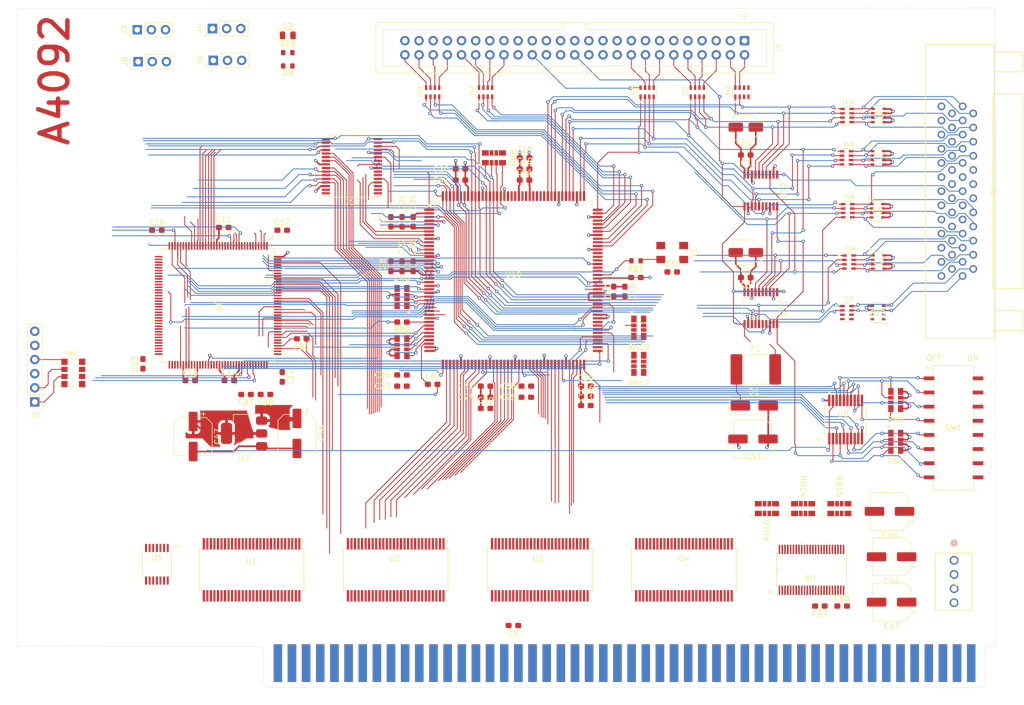
<source format=kicad_pcb>
(kicad_pcb (version 20241229) (generator "pcbnew") (generator_version "9.0")
  (layers (0 "F.Cu" signal) (4 "In1.Cu" signal) (6 "In2.Cu" signal) (2 "B.Cu" signal) (13 "F.Paste" user) (15 "B.Paste" user) (5 "F.SilkS" user "F.Silkscreen") (7 "B.SilkS" user "B.Silkscreen") (1 "F.Mask" user) (3 "B.Mask" user) (25 "Edge.Cuts" user))
  (net 0 "")
  (net 1 "GND")
  (net 2 "Net-(U12-VREF1)")
  (net 3 "Net-(U11-VREF1)")
  (net 4 "Z_DTACK")
  (net 5 "Net-(C6-Pad4)")
  (net 6 "Net-(C6-Pad2)")
  (net 7 "Net-(C6-Pad1)")
  (net 8 "Net-(C6-Pad3)")
  (net 9 "Net-(C7-Pad4)")
  (net 10 "Net-(C7-Pad1)")
  (net 11 "Net-(C7-Pad2)")
  (net 12 "Net-(C7-Pad3)")
  (net 13 "Net-(C8-Pad2)")
  (net 14 "Net-(C8-Pad3)")
  (net 15 "Net-(C8-Pad1)")
  (net 16 "Net-(C8-Pad4)")
  (net 17 "Net-(C9-Pad3)")
  (net 18 "Net-(C9-Pad2)")
  (net 19 "Net-(C9-Pad1)")
  (net 20 "Net-(C9-Pad4)")
  (net 25 "Net-(C10-Pad3)")
  (net 26 "Net-(C10-Pad4)")
  (net 27 "V5")
  (net 28 "Net-(C30-Pad2)")
  (net 29 "Z_D16")
  (net 30 "Z_A20D12")
  (net 31 "Z_D23")
  (net 32 "Z_A13D5")
  (net 33 "Z_A6")
  (net 36 "Z_DS0")
  (net 37 "Z_A18D10")
  (net 38 "Z_D20")
  (net 40 "Z_D18")
  (net 41 "Z_DS2")
  (net 42 "V12")
  (net 43 "Z_FC0")
  (net 44 "Z_DOE")
  (net 46 "Z_READ")
  (net 47 "Z_BGn")
  (net 48 "Z_A16D8")
  (net 49 "Z_A25D25")
  (net 50 "Z_A12D4")
  (net 51 "Z_BEER")
  (net 52 "Z_CINH")
  (net 53 "Z_DS3")
  (net 54 "Z_SLAVE")
  (net 56 "Z_A31D31")
  (net 57 "Z_A21D13")
  (net 58 "Z_A14D6")
  (net 59 "Z_INT2")
  (net 61 "Z_A29D29")
  (net 62 "Z_MTACK")
  (net 64 "Z_A9D1")
  (net 66 "Z_A4")
  (net 68 "Z_FC2")
  (net 69 "Z_A10D2")
  (net 70 "Z_IORST")
  (net 71 "Z_A8D0")
  (net 73 "Z_DS1")
  (net 74 "Z_MTCR")
  (net 75 "Z_CFGIN")
  (net 76 "Z_FCS")
  (net 78 "Z_D17")
  (net 80 "Z_7M")
  (net 82 "Z_D22")
  (net 83 "Z_A26D26")
  (net 84 "Z_A15D7")
  (net 85 "Z_A2")
  (net 86 "Z_A28D28")
  (net 88 "Z_A1")
  (net 89 "Z_A22D14")
  (net 91 "Z_FC1")
  (net 92 "Z_A3")
  (net 93 "Z_CFGOUT")
  (net 94 "Z_A24D24")
  (net 96 "Z_BRn")
  (net 97 "Z_A30D30")
  (net 98 "Z_D19")
  (net 99 "Z_A5")
  (net 100 "Z_A17D9")
  (net 102 "Z_A27D27")
  (net 103 "Z_A11D3")
  (net 104 "Z_A23D15")
  (net 105 "Z_A19D11")
  (net 106 "Z_A7")
  (net 107 "Z_D21")
  (net 108 "Net-(D1-K)")
  (net 109 "SCSI_TERMPWR")
  (net 110 "Net-(U10A-~{BR})")
  (net 111 "SBR")
  (net 112 "Net-(U10A-R_W)")
  (net 113 "PLD_READ")
  (net 114 "Net-(U10A-~{MASTER})")
  (net 115 "MASTER")
  (net 116 "Net-(U6-2B5)")
  (net 117 "Net-(U6-2B6)")
  (net 118 "SCTRL_SEL")
  (net 119 "SCTRL_REQ")
  (net 120 "SCTRL_CD")
  (net 121 "Net-(J1-Pin_44)")
  (net 122 "Net-(J1-Pin_50)")
  (net 123 "SCTRL_IO")
  (net 124 "Net-(J1-Pin_48)")
  (net 125 "Net-(J1-Pin_46)")
  (net 126 "Net-(J1-Pin_36)")
  (net 127 "SCTRL_RST")
  (net 128 "Net-(J1-Pin_38)")
  (net 129 "Net-(J1-Pin_42)")
  (net 130 "Net-(J1-Pin_40)")
  (net 131 "SCTRL_BSY")
  (net 132 "SCTRL_ACK")
  (net 133 "SCTRL_MSG")
  (net 134 "Net-(J1-Pin_32)")
  (net 135 "SCTRL_ATN")
  (net 136 "SCDAT6")
  (net 137 "Net-(J1-Pin_16)")
  (net 138 "Net-(J1-Pin_14)")
  (net 139 "Net-(J1-Pin_18)")
  (net 140 "SCDAT7")
  (net 141 "SCDATP")
  (net 142 "SCDAT5")
  (net 143 "SCDAT4")
  (net 144 "SCDAT3")
  (net 145 "Net-(J1-Pin_10)")
  (net 146 "Net-(J1-Pin_8)")
  (net 147 "Net-(J1-Pin_12)")
  (net 148 "SCDAT2")
  (net 149 "Net-(J1-Pin_6)")
  (net 150 "Net-(J1-Pin_4)")
  (net 153 "SCDAT1")
  (net 156 "Net-(J1-Pin_2)")
  (net 157 "SCDAT0")
  (net 164 "TDI")
  (net 165 "TCK")
  (net 166 "TDO")
  (net 167 "TMS")
  (net 168 "LEDR")
  (net 169 "CLK")
  (net 170 "DIP_SCSI_ADDR1")
  (net 171 "DIP_SCSI_ADDR2")
  (net 172 "DIP_SCSI_FAST")
  (net 173 "DIP_SCSI_ADDR0")
  (net 174 "DIP_EXT_TERM")
  (net 175 "DIP_SYNCH_MODE")
  (net 176 "DIP_SCSI_LUNS")
  (net 177 "DIP_LONG_SPINUP")
  (net 178 "CBACK")
  (net 179 "BERR")
  (net 180 "STERM")
  (net 181 "CBREQ")
  (net 182 "PLD_SIZ1")
  (net 183 "PLD_AS")
  (net 184 "PLD_SIZ0")
  (net 185 "A3")
  (net 186 "A0")
  (net 187 "A1")
  (net 188 "A2")
  (net 189 "LED")
  (net 190 "PLD_DS")
  (net 191 "IORST")
  (net 192 "BGACK")
  (net 193 "Net-(Y1-OUT)")
  (net 194 "CLK_50M")
  (net 195 "PLD_FC0")
  (net 196 "PLD_FC2")
  (net 197 "PLD_FC1")
  (net 198 "PLD_DS1")
  (net 199 "PLD_DS3")
  (net 200 "PLD_DS2")
  (net 201 "PLD_DS0")
  (net 202 "Z_SENSE3")
  (net 203 "PLD_MTCR")
  (net 204 "PLD_DOE")
  (net 205 "DP0")
  (net 206 "DP2")
  (net 207 "DP3_ABRT")
  (net 208 "DP1")
  (net 209 "D2")
  (net 210 "D8")
  (net 211 "D13")
  (net 212 "Z2D")
  (net 213 "DBLT")
  (net 214 "D11")
  (net 215 "DBOE")
  (net 216 "D10")
  (net 217 "D4")
  (net 218 "D1")
  (net 219 "D6")
  (net 220 "D2Z")
  (net 221 "D12")
  (net 222 "D9")
  (net 223 "D15")
  (net 224 "D14")
  (net 225 "D7")
  (net 226 "D5")
  (net 227 "D3")
  (net 228 "D0")
  (net 229 "D31")
  (net 230 "D28")
  (net 231 "D22")
  (net 232 "D16")
  (net 233 "D24")
  (net 234 "D20")
  (net 235 "D17")
  (net 236 "D23")
  (net 237 "D19")
  (net 238 "D29")
  (net 239 "D26")
  (net 240 "D21")
  (net 241 "D25")
  (net 242 "D18")
  (net 243 "D27")
  (net 244 "D30")
  (net 245 "ABOEH")
  (net 246 "A29")
  (net 247 "A19")
  (net 248 "PLD_FCS")
  (net 249 "A16")
  (net 250 "A31")
  (net 251 "A27")
  (net 252 "A30")
  (net 253 "A28")
  (net 254 "BMASTER")
  (net 255 "A18")
  (net 256 "A21")
  (net 257 "A25")
  (net 258 "A17")
  (net 259 "A20")
  (net 260 "A24")
  (net 261 "A23")
  (net 262 "A26")
  (net 263 "A22")
  (net 265 "A10")
  (net 266 "A9")
  (net 267 "SREG")
  (net 270 "A5")
  (net 273 "SBG")
  (net 274 "A13")
  (net 275 "A8")
  (net 276 "A14")
  (net 279 "A4")
  (net 282 "NCR_INT")
  (net 283 "A11")
  (net 284 "A15")
  (net 285 "A12")
  (net 291 "A7")
  (net 292 "SLACK")
  (net 293 "A6")
  (net 297 "Z_LOCK")
  (net 298 "PLD_NACK")
  (net 299 "ABOEL")
  (net 300 "PLD_INT")
  (net 301 "PLD_SID")
  (net 302 "Z_SENSEZ3")
  (net 303 "ROM_OE")
  (net 304 "ROM_WE")
  (net 311 "SCSI_BUSY")
  (net 312 "Z_BERR")
  (net 319 "Net-(D2-K)")
  (net 320 "V3_3")
  (net 324 "unconnected-(U9-P79-Pad79)")
  (net 338 "unconnected-(U9-P35-Pad35)")
  (net 343 "unconnected-(U9-P77-Pad77)")
  (net 345 "unconnected-(U9-P80-Pad80)")
  (net 349 "Net-(U9-P112)")
  (net 350 "Net-(U9-P94)")
  (net 351 "Net-(U9-P98)")
  (net 370 "LED3KPWR")
  (footprint "Capacitor_SMD:C_0603_1608Metric_Pad1.08x0.95mm_HandSolder" (layer "F.Cu") (at 151 104)
    (property "Reference" "C31")
    (property "Value" "100nF")
  )
  (footprint "Capacitor_SMD:C_0603_1608Metric_Pad1.08x0.95mm_HandSolder" (layer "F.Cu") (at 179.7 81 180)
    (property "Reference" "C3")
    (property "Value" "100nF")
  )
  (footprint "CAY16_102J4LF:BO_CAY16" (layer "F.Cu") (at 118 84.5 180)
    (property "Reference" "RN7")
    (property "Value" "1K")
  )
  (footprint "Capacitor_SMD:C_0603_1608Metric_Pad1.08x0.95mm_HandSolder" (layer "F.Cu") (at 138 143.5 180)
    (property "Reference" "C5")
    (property "Value" "10pF")
  )
  (footprint "Capacitor_SMD:CP_Elec_6.3x7.7" (layer "F.Cu") (at 205.879434 139.3 180)
    (property "Reference" "C43")
    (property "Value" "47uF")
  )
  (footprint "DA1206D600R-10:FB_DA1206D600R-10" (layer "F.Cu") (at 162 47.7125 90)
    (property "Reference" "FL3")
    (property "Value" "DA1206D600R-10")
  )
  (footprint "Capacitor_SMD:C_0603_1608Metric_Pad1.08x0.95mm_HandSolder" (layer "F.Cu") (at 118 79 90)
    (property "Reference" "C22")
    (property "Value" "100nF")
  )
  (footprint "Capacitor_SMD:C_0603_1608Metric_Pad1.08x0.95mm_HandSolder" (layer "F.Cu") (at 128.5 61.5 180)
    (property "Reference" "C20")
    (property "Value" "100nF")
  )
  (footprint "74FCT16543:DL56" (layer "F.Cu") (at 142.7359 133.5 -90)
    (property "Reference" "U3")
    (property "Value" "SN74ABT16543DGGR")
  )
  (footprint "CA0612KRNPO9BN101:CAP_CA0612_3P2X1P6_YAG" (layer "F.Cu") (at 203.550499 51.89)
    (property "Reference" "C6")
    (property "Value" "100pF")
  )
  (footprint "CAY16_102J4LF:BO_CAY16" (layer "F.Cu") (at 160.5 90)
    (property "Reference" "RN10")
    (property "Value" "1K")
  )
  (footprint "Capacitor_SMD:C_0603_1608Metric_Pad1.08x0.95mm_HandSolder" (layer "F.Cu") (at 140.305 102.5 180)
    (property "Reference" "C25")
    (property "Value" "100nF")
  )
  (footprint "DA1206D600R-10:FB_DA1206D600R-10" (layer "F.Cu") (at 179 47.7125 90)
    (property "Reference" "FL5")
    (property "Value" "DA1206D600R-10")
  )
  (footprint "CAY16_102J4LF:BO_CAY16" (layer "F.Cu") (at 160.5 96.5)
    (property "Reference" "RN17")
    (property "Value" "1K")
  )
  (footprint "CAY16_102J4LF:BO_CAY16" (layer "F.Cu") (at 196.5 122.5 90)
    (property "Reference" "RN15")
    (property "Value" "1K")
  )
  (footprint "Capacitor_SMD:CP_Elec_6.3x7.7" (layer "F.Cu") (at 80.515 109.55 -90)
    (property "Reference" "C47")
    (property "Value" "22uF")
  )
  (footprint "Resistor_SMD:R_0603_1608Metric" (layer "F.Cu") (at 97.5 43 180)
    (property "Reference" "R9")
    (property "Value" "120")
  )
  (footprint "DA1206D600R-10:FB_DA1206D600R-10" (layer "F.Cu") (at 133 47.7125 90)
    (property "Reference" "FL2")
    (property "Value" "DA1206D600R-10")
  )
  (footprint "CAY16_102J4LF:BO_CAY16" (layer "F.Cu") (at 118 93.5 180)
    (property "Reference" "RN6")
    (property "Value" "1K")
  )
  (footprint "Connector_PinHeader_2.54mm:PinHeader_1x03_P2.54mm_Vertical" (layer "F.Cu") (at 83.985 36.28 90)
    (property "Reference" "J4")
    (property "Value" "TO-MB")
  )
  (footprint "Connector_IDC:IDC-Header_2x25_P2.54mm_Vertical" (layer "F.Cu") (at 179.48 38.46 -90)
    (property "Reference" "J1")
    (property "Value" "Conn_02x25_Odd_Even")
  )
  (footprint "Capacitor_SMD:C_0603_1608Metric_Pad1.08x0.95mm_HandSolder" (layer "F.Cu") (at 100 92 180)
    (property "Reference" "FB6")
    (property "Value" "60")
  )
  (footprint "Capacitor_SMD:C_0603_1608Metric_Pad1.08x0.95mm_HandSolder" (layer "F.Cu") (at 93.5 102 180)
    (property "Reference" "FB8")
    (property "Value" "60")
  )
  (footprint "Capacitor_SMD:C_0603_1608Metric_Pad1.08x0.95mm_HandSolder" (layer "F.Cu") (at 133 104.5)
    (property "Reference" "C30")
    (property "Value" "100nF")
  )
  (footprint "Capacitor_SMD:C_0603_1608Metric_Pad1.08x0.95mm_HandSolder" (layer "F.Cu") (at 197 140)
    (property "Reference" "FB5")
    (property "Value" "60")
  )
  (footprint "DA1206D600R-10:FB_DA1206D600R-10" (layer "F.Cu") (at 197.786667 59.5)
    (property "Reference" "FL9")
    (property "Value" "DA1206D600R-10")
  )
  (footprint "Fuse:Fuse_2920_7451Metric_Pad2.10x5.45mm_HandSolder" (layer "F.Cu") (at 181.5 97.5)
    (property "Reference" "F1")
    (property "Value" "ASMDC185F/33-2")
  )
  (footprint "DA1206D600R-10:FB_DA1206D600R-10" (layer "F.Cu") (at 123.5 47.7125 90)
    (property "Reference" "FL1")
    (property "Value" "DA1206D600R-10")
  )
  (footprint "CAY16_102J4LF:BO_CAY16" (layer "F.Cu") (at 190 122.5 90)
    (property "Reference" "RN14")
    (property "Value" "1K")
  )
  (footprint "Capacitor_SMD:CP_Elec_4x5.7" (layer "F.Cu") (at 179.7 54 180)
    (property "Reference" "C2")
    (property "Value" "4.7uF")
  )
  (footprint "Capacitor_SMD:C_0603_1608Metric_Pad1.08x0.95mm_HandSolder" (layer "F.Cu") (at 128.5 63.5 180)
    (property "Reference" "C42")
    (property "Value" "100nF")
  )
  (footprint "Package_TO_SOT_SMD:SOT-223-3_TabPin2" (layer "F.Cu") (at 89.65 109 180)
    (property "Reference" "U7")
    (property "Value" "AMS1117-3.3")
  )
  (footprint "Capacitor_SMD:C_0603_1608Metric_Pad1.08x0.95mm_HandSolder" (layer "F.Cu") (at 74 72.5)
    (property "Reference" "C16")
    (property "Value" "100nF")
  )
  (footprint "Resistor_SMD:R_0603_1608Metric" (layer "F.Cu") (at 160 78 180)
    (property "Reference" "R11")
    (property "Value" "120")
  )
  (footprint "Capacitor_SMD:CP_Elec_6.3x7.7" (layer "F.Cu") (at 99.15 109 -90)
    (property "Reference" "C46")
    (property "Value" "10uF")
  )
  (footprint "Capacitor_SMD:C_0603_1608Metric_Pad1.08x0.95mm_HandSolder" (layer "F.Cu") (at 160 81)
    (property "Reference" "FB1")
    (property "Value" "60")
  )
  (footprint "Capacitor_SMD:C_0603_1608Metric_Pad1.08x0.95mm_HandSolder" (layer "F.Cu") (at 120 71 90)
    (property "Reference" "C34")
    (property "Value" "100nF")
  )
  (footprint "Capacitor_SMD:C_0603_1608Metric_Pad1.08x0.95mm_HandSolder" (layer "F.Cu") (at 118 89 180)
    (property "Reference" "FB2")
    (property "Value" "60")
  )
  (footprint "Capacitor_SMD:C_0603_1608Metric_Pad1.08x0.95mm_HandSolder" (layer "F.Cu") (at 158 83.5 -90)
    (property "Reference" "C18")
    (property "Value" "100nF")
  )
  (footprint "Package_SO:TSSOP-20_4.4x6.5mm_P0.65mm" (layer "F.Cu") (at 182.4125 86.5 -90)
    (property "Reference" "U11")
    (property "Value" "DS21S07A")
  )
  (footprint "Capacitor_SMD:C_0603_1608Metric_Pad1.08x0.95mm_HandSolder" (layer "F.Cu") (at 166.5 80)
    (property "Reference" "C32")
    (property "Value" "10nF")
  )
  (footprint "DA1206D600R-10:FB_DA1206D600R-10" (layer "F.Cu") (at 197.881499 51.89)
    (property "Reference" "FL10")
    (property "Value" "DA1206D600R-10")
  )
  (footprint "CAY16_102J4LF:BO_CAY16" (layer "F.Cu") (at 183.5 122.5 90)
    (property "Reference" "RN16")
    (property "Value" "1K")
  )
  (footprint "Capacitor_SMD:C_0603_1608Metric_Pad1.08x0.95mm_HandSolder" (layer "F.Cu") (at 179.7 59 180)
    (property "Reference" "C1")
    (property "Value" "100nF")
  )
  (footprint "74FCT16543:DL56" (layer "F.Cu") (at 91 133.5 -90)
    (property "Reference" "U1")
    (property "Value" "SN74ABT16543DGGR")
  )
  (footprint "CAY16_102J4LF:BO_CAY16" (layer "F.Cu") (at 134.5 59.5 90)
    (property "Reference" "RN8")
    (property "Value" "1K")
  )
  (footprint "Capacitor_SMD:CP_Elec_6.3x7.7" (layer "F.Cu") (at 205.5 123 180)
    (property "Reference" "C45")
    (property "Value" "47uF")
  )
  (footprint "Capacitor_SMD:C_0603_1608Metric_Pad1.08x0.95mm_HandSolder" (layer "F.Cu") (at 151 100.5)
    (property "Reference" "C39")
    (property "Value" "10nF")
  )
  (footprint "Capacitor_SMD:C_0603_1608Metric_Pad1.08x0.95mm_HandSolder" (layer "F.Cu") (at 116 79 90)
    (property "Reference" "C28")
    (property "Value" "100nF")
  )
  (footprint "Capacitor_SMD:C_0603_1608Metric_Pad1.08x0.95mm_HandSolder" (layer "F.Cu") (at 116 71 90)
    (property "Reference" "C27")
    (property "Value" "100nF")
  )
  (footprint "Capacitor_SMD:C_0603_1608Metric_Pad1.08x0.95mm_HandSolder" (layer "F.Cu") (at 87 99.5)
    (property "Reference" "C14")
    (property "Value" "100nF")
  )
  (footprint "CA0612KRNPO9BN101:CAP_CA0612_3P2X1P6_YAG" (layer "F.Cu") (at 203.471667 59.5)
    (property "Reference" "C7")
    (property "Value" "100pF")
  )
  (footprint "Capacitor_SMD:C_0603_1608Metric_Pad1.08x0.95mm_HandSolder" (layer "F.Cu") (at 120 79 90)
    (property "Reference" "C35")
    (property "Value" "10nF")
  )
  (footprint "74FCT16543:DL56" (layer "F.Cu") (at 116.86795 133.5 -90)
    (property "Reference" "U2")
    (property "Value" "SN74ABT16543DGGR")
  )
  (footprint "Capacitor_SMD:C_0603_1608Metric_Pad1.08x0.95mm_HandSolder" (layer "F.Cu") (at 133 100.5)
    (property "Reference" "C37")
    (property "Value" "10nF")
  )
  (footprint "Capacitor_SMD:C_0603_1608Metric_Pad1.08x0.95mm_HandSolder" (layer "F.Cu") (at 140 59.5)
    (property "Reference" "C29")
    (property "Value" "0.1uF")
  )
  (footprint "Capacitor_SMD:C_0603_1608Metric_Pad1.08x0.95mm_HandSolder" (layer "F.Cu") (at 96.5 98.8625 -90)
    (property "Reference" "C12")
    (property "Value" "100nF")
  )
  (footprint "Capacitor_SMD:C_0603_1608Metric_Pad1.08x0.95mm_HandSolder" (layer "F.Cu") (at 140 63.5)
    (property "Reference" "C41")
    (property "Value" "10nF")
  )
  (footprint "LED_SMD:LED_0805_2012Metric" (layer "F.Cu") (at 97.5 37.5)
    (property "Reference" "D2")
    (property "Value" "LED (green)")
  )
  (footprint "22112042:CONN_A-6373-04A_MOL" (layer "F.Cu") (at 217.090501 131.7949 -90)
    (property "Reference" "J7")
    (property "Value" "22112042")
  )
  (footprint "DA1206D600R-10:FB_DA1206D600R-10" (layer "F.Cu") (at 198.227166 78.216666)
    (property "Reference" "FL6")
    (property "Value" "DA1206D600R-10")
  )
  (footprint "CAY16_102J4LF:BO_CAY16" (layer "F.Cu") (at 206.6242 110.5)
    (property "Reference" "RN5")
    (property "Value" "1K")
  )
  (footprint "DA1206D600R-10:FB_DA1206D600R-10" (layer "F.Cu") (at 197.865499 87.289999)
    (property "Reference" "FL7")
    (property "Value" "DA1206D600R-10")
  )
  (footprint "Zorro3:Zorro3-CardEdge" (layer "F.Cu") (at 95.71 150.26)
    (property "Reference" "CN1" (hide yes))
    (property "Value" "Zorro3")
  )
  (footprint "DA1206D600R-10:FB_DA1206D600R-10" (layer "F.Cu") (at 171 47.7125 90)
    (property "Reference" "FL4")
    (property "Value" "DA1206D600R-10")
  )
  (footprint "Package_SO:TSSOP-20_4.4x6.5mm_P0.65mm" (layer "F.Cu") (at 182.4125 65.3625 -90)
    (property "Reference" "U12")
    (property "Value" "DS21S07A")
  )
  (footprint "Capacitor_SMD:C_0603_1608Metric_Pad1.08x0.95mm_HandSolder" (layer "F.Cu") (at 193 140 180)
    (property "Reference" "FB4")
    (property "Value" "60")
  )
  (footprint "CA0612KRNPO9BN101:CAP_CA0612_3P2X1P6_YAG" (layer "F.Cu") (at 203.427166 87.289999 180)
    (property "Reference" "C10")
    (property "Value" "100pF")
  )
  (footprint "Capacitor_SMD:CP_Elec_6.3x7.7" (layer "F.Cu") (at 181 110 180)
    (property "Reference" "C33")
    (property "Value" "47uF")
  )
  (footprint "Oscillator:Oscillator_SMD_Fox_FT5H_5.0x3.2mm" (layer "F.Cu") (at 166.5 76.5 -90)
    (property "Reference" "Y1")
    (property "Value" "Abracon ACO-50MHz")
  )
  (footprint "XC95144XL_5TQG144C:144-TQFP_XIL" (layer "F.Cu") (at 85 86 -90)
    (property "Reference" "U9")
    (property "Value" "XC95144XL-TQ144")
  )
  (footprint "Capacitor_SMD:CP_Elec_4x5.7" (layer "F.Cu") (at 179.7 76.5 180)
    (property "Reference" "C4")
    (property "Value" "4.7uF")
  )
  (footprint "Capacitor_SMD:C_0603_1608Metric_Pad1.08x0.95mm_HandSolder" (layer "F.Cu") (at 156 83.5 -90)
    (property "Reference" "C40")
    (property "Value" "100nF")
  )
  (footprint "Capacitor_SMD:C_0603_1608Metric_Pad1.08x0.95mm_HandSolder" (layer "F.Cu") (at 96.5 72.5)
    (property "Reference" "C17")
    (property "Value" "100nF")
  )
  (footprint "219_8MST:SO16_219-8_CTS" (layer "F.Cu") (at 217 108)
    (property "Reference" "SW1")
    (property "Value" "219-8MST")
  )
  (footprint "CAY16_102J4LF:BO_CAY16" (layer "F.Cu") (at 206.6242 103)
    (property "Reference" "RN4")
    (property "Value" "1K")
  )
  (footprint "Diode_SMD:D_SMA_Handsoldering" (layer "F.Cu") (at 181.2325 104)
    (property "Reference" "D1")
    (property "Value" "SS24")
  )
  (footprint "Connector_PinHeader_2.54mm:PinHeader_1x03_P2.54mm_Vertical" (layer "F.Cu") (at 84.1375 42.005 90)
    (property "Reference" "J9")
    (property "Value" "TO-A3000-MB")
  )
  (footprint "Capacitor_SMD:C_0603_1608Metric_Pad1.08x0.95mm_HandSolder" (layer "F.Cu") (at 86 72)
    (property "Reference" "C11")
    (property "Value" "100nF")
  )
  (footprint "SN74F244DB:DB20" (layer "F.Cu") (at 197.6242 106.5 90)
    (property "Reference" "U8")
    (property "Value" "SN74F244DB")
  )
  (footprint "Resistor_SMD:R_0603_1608Metric" (layer "F.Cu") (at 97.5 40.605)
    (property "Reference" "R10")
    (property "Value" "2.2k")
  )
  (footprint "Capacitor_SMD:C_0603_1608Metric_Pad1.08x0.95mm_HandSolder" (layer "F.Cu") (at 140 61.5)
    (property "Reference" "C19")
    (property "Value" "100nF")
  )
  (footprint "Capacitor_SMD:C_0603_1608Metric_Pad1.08x0.95mm_HandSolder" (layer "F.Cu") (at 118 71 90)
    (property "Reference" "C21")
    (property "Value" "100nF")
  )
  (footprint "Capacitor_SMD:C_0603_1608Metric_Pad1.08x0.95mm_HandSolder" (layer "F.Cu") (at 80 99.5)
    (property "Reference" "C15")
    (property "Value" "100nF")
  )
  (footprint "Capacitor_SMD:C_0603_1608Metric_Pad1.08x0.95mm_HandSolder" (layer "F.Cu") (at 118 98.5 180)
    (property "Reference" "C36")
    (property "Value" "100nF")
  )
  (footprint "74FCT16543:DL56" (layer "F.Cu") (at 168.60385 133.5 -90)
    (property "Reference" "U4")
    (property "Value" "SN74ABT16543DGGR")
  )
  (footprint "Capacitor_SMD:C_0603_1608Metric_Pad1.08x0.95mm_HandSolder" (layer "F.Cu") (at 71.5 96.5 90)
    (property "Reference" "C13")
    (property "Value" "100nF")
  )
  (footprint "5787170_5:CONN_5787170-5_TYC" (layer "F.Cu") (at 220.5 50.26 -90)
    (property "Reference" "J5")
    (property "Value" "5787170-5")
  )
  (footprint "74LVC07APW_118:TSSOP14_5P1X4P5_NEX" (layer "F.Cu") (at 74 132.5 -90)
    (property "Reference" "U5")
    (property "Value" "74LVC07APW_118")
  )
  (footprint "CA0612KRNPO9BN101:CAP_CA0612_3P2X1P6_YAG" (layer "F.Cu") (at 203.308333 69)
    (property "Reference" "C8")
    (property "Value" "100pF")
  )
  (footprint "DA1206D600R-10:FB_DA1206D600R-10" (layer "F.Cu") (at 198 69)
    (property "Reference" "FL8")
    (property "Value" "DA1206D600R-10")
  )
  (footprint "Capacitor_SMD:C_0603_1608Metric_Pad1.08x0.95mm_HandSolder" (layer "F.Cu") (at 123.5 100.175)
    (property "Reference" "FB3")
    (property "Value" "60")
  )
  (footprint "Connector_PinHeader_2.54mm:PinHeader_1x03_P2.54mm_Vertical" (layer "F.Cu") (at 70.475 36.5 90)
    (property "Reference" "J3")
    (property "Value" "TO-LED")
  )
  (footprint "Capacitor_SMD:C_0603_1608Metric_Pad1.08x0.95mm_HandSolder" (layer "F.Cu") (at 140.305 100.5 180)
    (property "Reference" "C38")
    (property "Value" "100nF")
  )
  (footprint "Capacitor_SMD:C_0603_1608Metric_Pad1.08x0.95mm_HandSolder" (layer "F.Cu") (at 90 102 180)
    (property "Reference" "FB7")
    (property "Value" "60")
  )
  (footprint "CA0612KRNPO9BN101:CAP_CA0612_3P2X1P6_YAG" (layer "F.Cu") (at 203.542166 78.216666)
    (property "Reference" "C9")
    (property "Value" "100pF")
  )
  (footprint "Capacitor_SMD:C_0603_1608Metric_Pad1.08x0.95mm_HandSolder" (layer "F.Cu") (at 118 100.5 180)
    (property "Reference" "C23")
    (property "Value" "100nF")
  )
  (footprint "YC324-FK-071KL:RESCAXS127P508X320X70-8N" (layer "F.Cu") (at 59 98.135)
    (property "Reference" "RN1")
    (property "Value" "4.7K")
  )
  (footprint "Package_QFP:PQFP-160_28x28mm_P0.65mm" (layer "F.Cu") (at 138 81.5)
    (property "Reference" "U10")
    (property "Value" "NCR53c710 SCSI Host Controller")
  )
  (footprint "Capacitor_SMD:C_0603_1608Metric_Pad1.08x0.95mm_HandSolder" (layer "F.Cu") (at 151 102.325)
    (property "Reference" "C26")
    (property "Value" "100nF")
  )
  (footprint "Capacitor_SMD:CP_Elec_6.3x7.7" (layer "F.Cu") (at 205.879434 131.15 180)
    (property "Reference" "C44")
    (property "Value" "47uF")
  )
  (footprint "Capacitor_SMD:C_0603_1608Metric_Pad1.08x0.95mm_HandSolder" (layer "F.Cu") (at 133 102.5)
    (property "Reference" "C24")
    (property "Value" "100nF")
  )
  (footprint "SN74ABT16245ADGGR:DGG48" (layer "F.Cu") (at 191.5 133.5 90)
    (property "Reference" "U6")
    (property "Value" "SN74ABT16245ADGGR")
  )
  (footprint "Connector_PinHeader_2.54mm:PinHeader_1x03_P2.54mm_Vertical" (layer "F.Cu") (at 70.6375 42.225 90)
    (property "Reference" "J8")
    (property "Value" "TO-A3000-LED")
  )
  (footprint "Connector_PinHeader_2.54mm:PinHeader_1x06_P2.54mm_Vertical" (layer "F.Cu") (at 52.09 103.35 180)
    (property "Reference" "J2")
    (property "Value" "Conn_01x06_Pin")
  )
  (footprint "Package_SO:TSSOP-32_8x11mm_P0.65mm" (layer "F.Cu") (at 109 61 180)
    (property "Reference" "U13")
    (property "Value" "SST39SF010")
  )
  (gr_arc (start 222.704106 153.674106) (mid 222.42 154.36) (end 221.734106 154.644106) (stroke (width 0.05)) (layer "Edge.Cuts"))
  (gr_line (start 224.52 147.278171) (end 224.431482 32.589719) (stroke (width 0.05)) (layer "Edge.Cuts"))
  (gr_arc (start 92.184106 147.235894) (mid 92.87 147.52) (end 93.154106 148.205894) (stroke (width 0.05)) (layer "Edge.Cuts"))
  (gr_line (start 48.93 147.19) (end 92.184106 147.235895) (stroke (width 0.05)) (layer "Edge.Cuts"))
  (gr_line (start 223.665894 147.278172) (end 224.52 147.278171) (stroke (width 0.05)) (layer "Edge.Cuts"))
  (gr_line (start 94.1359 154.604106) (end 221.734106 154.644106) (stroke (width 0.05)) (layer "Edge.Cuts"))
  (gr_arc (start 222.695895 148.255894) (mid 222.982265 147.564541) (end 223.673618 147.278171) (stroke (width 0.05)) (layer "Edge.Cuts"))
  (gr_line (start 93.154106 148.2059) (end 93.165894 153.6341) (stroke (width 0.05)) (layer "Edge.Cuts"))
  (gr_line (start 49.028921 32.690043) (end 48.93 147.19) (stroke (width 0.05)) (layer "Edge.Cuts"))
  (gr_line (start 224.431482 32.589719) (end 49.028921 32.690043) (stroke (width 0.05)) (layer "Edge.Cuts"))
  (gr_arc (start 94.135894 154.604106) (mid 93.45 154.32) (end 93.165894 153.634106) (stroke (width 0.05)) (layer "Edge.Cuts"))
  (gr_line (start 222.695895 148.255894) (end 222.704106 153.674106) (stroke (width 0.05)) (layer "Edge.Cuts"))
  (gr_text "A4092\n" (at 58.59 57.72 90) (layer "F.Cu") (effects (font (size 5 5) (thickness 0.8)) (justify left bottom)))
  (segment (start 204.612956 77.816667) (end 204.600667 77.804378) (width 0.3) (layer "F.Cu") (net 1))
  (segment (start 205.517658 68.600001) (end 204.325785 68.600001) (width 0.3) (layer "F.Cu") (net 1))
  (segment (start 140.8625 63.5) (end 140.8625 61.5) (width 0.3) (layer "F.Cu") (net 1))
  (segment (start 200.549198 109.929) (end 200.549198 108.075002) (width 0.3) (layer "F.Cu") (net 1))
  (segment (start 140.8625 61.5) (end 140.8625 59.5) (width 0.3) (layer "F.Cu") (net 1))
  (segment (start 81.25 96.67435) (end 81.25 99.1125) (width 0.3) (layer "F.Cu") (net 1))
  (segment (start 205.682119 79.404377) (end 206.140893 78.945603) (width 0.3) (layer "F.Cu") (net 1))
  (segment (start 204.325785 68.600001) (end 204.322222 68.596438) (width 0.3) (layer "F.Cu") (net 1))
  (segment (start 149.375 67.875) (end 149.375 66.375) (width 0.3) (layer "F.Cu") (net 1))
  (segment (start 140.925 64.5625) (end 140.8625 64.5) (width 0.3) (layer "F.Cu") (net 1))
  (segment (start 103.175 60.675) (end 104.3375 60.675) (width 0.3) (layer "F.Cu") (net 1))
  (segment (start 127.925 64.575) (end 127.925 66.375) (width 0.3) (layer "F.Cu") (net 1))
  (segment (start 179.4875 61.4725) (end 178.8375 60.8225) (width 0.3) (layer "F.Cu") (net 1))
  (segment (start 122.875 69.475) (end 120.6625 69.475) (width 0.3) (layer "F.Cu") (net 1))
  (segment (start 184.6875 62.5) (end 184.6875 61.3125) (width 0.3) (layer "F.Cu") (net 1))
  (segment (start 204.322222 69.396436) (end 204.325785 69.399999) (width 0.3) (layer "F.Cu") (net 1))
  (segment (start 205.775445 53.108302) (end 204.576446 53.108302) (width 0.3) (layer "F.Cu") (net 1))
  (segment (start 206.146104 77.450814) (end 205.780251 77.816667) (width 0.3) (layer "F.Cu") (net 1))
  (segment (start 204.322222 70.196437) (end 204.325785 70.2) (width 0.3) (layer "F.Cu") (net 1))
  (segment (start 205.780251 77.816667) (end 204.612956 77.816667) (width 0.3) (layer "F.Cu") (net 1))
  (segment (start 180.7875 63.7875) (end 181 64) (width 0.3) (layer "F.Cu") (net 1))
  (segment (start 127.6375 63.5) (end 127.6375 61.5) (width 0.3) (layer "F.Cu") (net 1))
  (segment (start 133.775 95.275) (end 133.775 96.625) (width 0.3) (layer "F.Cu") (net 1))
  (segment (start 178.8375 81.8225) (end 178.8375 81) (width 0.3) (layer "F.Cu") (net 1))
  (segment (start 122.875 74.025) (end 124.475 74.025) (width 0.3) (layer "F.Cu") (net 1))
  (segment (start 204.600667 78.604376) (end 205.799666 78.604376) (width 0.3) (layer "F.Cu") (net 1))
  (segment (start 201.365499 86.399999) (end 201.8555 86.89) (width 0.3) (layer "F.Cu") (net 1))
  (segment (start 89.249999 96.67435) (end 89.249999 98.175001) (width 0.15) (layer "F.Cu") (net 1))
  (segment (start 180.7875 62.5) (end 180.7875 63.7875) (width 0.3) (layer "F.Cu") (net 1))
  (segment (start 201.365499 86.399999) (end 201.675499 86.089999) (width 0.3) (layer "F.Cu") (net 1))
  (segment (start 103.425 64.575) (end 102.5 65.5) (width 0.3) (layer "F.Cu") (net 1))
  (segment (start 206.146104 77.450814) (end 205.711956 77.016666) (width 0.3) (layer "F.Cu") (net 1))
  (segment (start 178.8375 79.5525) (end 177.9 78.615) (width 0.3) (layer "F.Cu") (net 1))
  (segment (start 80.515 112.25) (end 87.78665 112.25) (width 0.3) (layer "F.Cu") (net 1))
  (segment (start 180.1375 69.5) (end 180.1375 68.225) (width 0.3) (layer "F.Cu") (net 1))
  (segment (start 143.525 95) (end 143.525 96.625) (width 0.3) (layer "F.Cu") (net 1))
  (segment (start 151.5 73.375) (end 153.125 73.375) (width 0.3) (layer "F.Cu") (net 1))
  (segment (start 127.6375 60) (end 127.6375 61.5) (width 0.3) (layer "F.Cu") (net 1))
  (segment (start 96.75 77.25) (end 95.67435 77.25) (width 0.3) (layer "F.Cu") (net 1))
  (segment (start 204.612956 77.016666) (end 204.600667 77.004377) (width 0.3) (layer "F.Cu") (net 1))
  (segment (start 206.036667 58.75) (end 205.686666 59.100001) (width 0.3) (layer "F.Cu") (net 1))
  (segment (start 205.871222 68.246437) (end 205.424785 67.8) (width 0.3) (layer "F.Cu") (net 1))
  (segment (start 179.4875 82.4725) (end 178.8375 81.8225) (width 0.3) (layer "F.Cu") (net 1))
  (segment (start 92.8 111.3) (end 93.56335 111.3) (width 0.3) (layer "F.Cu") (net 1))
  (segment (start 124.475 74.025) (end 124.5 74) (width 0.3) (layer "F.Cu") (net 1))
  (segment (start 140.8625 58.5) (end 140.8625 59.5) (width 0.3) (layer "F.Cu") (net 1))
  (segment (start 204.325785 70.2) (end 205.407237 70.2) (width 0.3) (layer "F.Cu") (net 1))
  (segment (start 153.125 84.425) (end 155.9375 84.425) (width 0.3) (layer "F.Cu") (net 1))
  (segment (start 132.475 64.975) (end 132.475 66.375) (width 0.3) (layer "F.Cu") (net 1))
  (segment (start 138.325 95.175) (end 138.325 96.625) (width 0.3) (layer "F.Cu") (net 1))
  (segment (start 178.8375 57.8225) (end 177.9 56.885) (width 0.3) (layer "F.Cu") (net 1))
  (segment (start 127.6375 63.5) (end 127.6375 64.2875) (width 0.3) (layer "F.Cu") (net 1))
  (segment (start 205.711956 77.016666) (end 204.612956 77.016666) (width 0.3) (layer "F.Cu") (net 1))
  (segment (start 89.249999 98.175001) (end 89 98.425) (width 0.15) (layer "F.Cu") (net 1))
  (segment (start 88.75 96.67435) (end 88.75 97.714099) (width 0.3) (layer "F.Cu") (net 1))
  (segment (start 201.8555 86.89) (end 202.411166 86.89) (width 0.3) (layer "F.Cu") (net 1))
  (segment (start 147.425 95.075) (end 147.425 96.625) (width 0.3) (layer "F.Cu") (net 1))
  (segment (start 204.325785 67.8) (end 204.322222 67.796437) (width 0.3) (layer "F.Cu") (net 1))
  (segment (start 205.424785 67.8) (end 204.325785 67.8) (width 0.3) (layer "F.Cu") (net 1))
  (segment (start 118 70.1375) (end 116 70.1375) (width 0.3) (layer "F.Cu") (net 1))
  (segment (start 146.125 67.875) (end 146.125 66.375) (width 0.3) (layer "F.Cu") (net 1))
  (segment (start 88.75 97.714099) (end 87.8625 98.601599) (width 0.3) (layer "F.Cu") (net 1))
  (segment (start 151.5 70.125) (end 153.125 70.125) (width 0.3) (layer "F.Cu") (net 1))
  (segment (start 179.4875 83.6375) (end 179.4875 82.4725) (width 0.3) (layer "F.Cu") (net 1))
  (segment (start 177.9 78.615) (end 177.9 76.5) (width 0.3) (layer "F.Cu") (net 1))
  (segment (start 206.125446 52.758301) (end 205.775445 53.108302) (width 0.3) (layer "F.Cu") (net 1))
  (segment (start 180.1375 89.3625) (end 180.1375 88.1375) (width 0.3) (layer "F.Cu") (net 1))
  (segment (start 120.2125 77.925) (end 120 78.1375) (width 0.3) (layer "F.Cu") (net 1))
  (segment (start 155.9375 84.425) (end 156 84.3625) (width 0.3) (layer "F.Cu") (net 1))
  (segment (start 93.56335 111.3) (end 93.96335 111.7) (width 0.3) (layer "F.Cu") (net 1))
  (segment (start 205.799666 78.604376) (end 206.140893 78.945603) (width 0.3) (layer "F.Cu") (net 1))
  (segment (start 184 90.5) (end 184.0375 90.4625) (width 0.3) (layer "F.Cu") (net 1))
  (segment (start 206.125446 52.758301) (end 205.675446 52.308301) (width 0.3) (layer "F.Cu") (net 1))
  (segment (start 178.3 111.3) (end 178.5 111.5) (width 0.3) (layer "F.Cu") (net 1))
  (segment (start 120 78.1375) (end 118 78.1375) (width 0.3) (layer "F.Cu") (net 1))
  (segment (start 205.407237 70.2) (end 205.866011 69.741226) (width 0.3) (layer "F.Cu") (net 1))
  (segment (start 206.137798 51.165032) (end 205.787797 51.515033) (width 0.3) (layer "F.Cu") (net 1))
  (segment (start 184 91) (end 184 90.5) (width 0.3) (layer "F.Cu") (net 1))
  (segment (start 205.687798 50.715032) (end 204.588798 50.715032) (width 0.3) (layer "F.Cu") (net 1))
  (segment (start 128.575 95.075) (end 128.575 96.625) (width 0.3) (layer "F.Cu") (net 1))
  (segment (start 178.3 110) (end 178.3 111.3) (width 0.3) (layer "F.Cu") (net 1))
  (segment (start 180.7875 84.7125) (end 180.7875 83.6375) (width 0.3) (layer "F.Cu") (net 1))
  (segment (start 156 84.3625) (end 158 84.3625) (width 0.3) (layer "F.Cu") (net 1))
  (segment (start 140.925 66.375) (end 140.925 64.5625) (width 0.3) (layer "F.Cu") (net 1))
  (segment (start 104.3375 64.575) (end 103.425 64.575) (width 0.3) (layer "F.Cu") (net 1))
  (segment (start 201.675499 86.089999) (end 202.411166 86.089999) (width 0.3) (layer "F.Cu") (net 1))
  (segment (start 178.8375 81) (end 178.8375 79.5525) (width 0.3) (layer "F.Cu") (net 1))
  (segment (start 184.6875 84.8125) (end 184.6875 83.6375) (width 0.3) (layer "F.Cu") (net 1))
  (segment (start 184.0375 90.4625) (end 184.0375 89.3625) (width 0.3) (layer "F.Cu") (net 1))
  (segment (start 205.871222 68.246437) (end 205.517658 68.600001) (width 0.3) (layer "F.Cu") (net 1))
  (segment (start 120.6625 69.475) (end 120 70.1375) (width 0.3) (layer "F.Cu") (net 1))
  (segment (start 205.576245 60.7) (end 206.031456 60.244789) (width 0.3) (layer "F.Cu") (net 1))
  (segment (start 87.8625 98.601599) (end 87.8625 99.5) (width 0.3) (layer "F.Cu") (net 1))
  (segment (start 204.325785 69.399999) (end 205.524784 69.399999) (width 0.3) (layer "F.Cu") (net 1))
  (segment (start 133.8625 102.5) (end 133.8625 100.5) (width 0.3) (layer "F.Cu") (net 1))
  (segment (start 118 78.1375) (end 116 78.1375) (width 0.3) (layer "F.Cu") (net 1))
  (segment (start 81.25 99.1125) (end 80.8625 99.5) (width 0.3) (layer "F.Cu") (net 1))
  (segment (start 88.73665 111.3) (end 92.8 111.3) (width 0.3) (layer "F.Cu") (net 1))
  (segment (start 205.686666 59.100001) (end 204.487667 59.100001) (width 0.3) (layer "F.Cu") (net 1))
  (segment (start 127.6375 64.2875) (end 127.925 64.575) (width 0.3) (layer "F.Cu") (net 1))
  (segment (start 180.1375 88.1375) (end 180 88) (width 0.3) (layer "F.Cu") (net 1))
  (segment (start 120 70.1375) (end 118 70.1375) (width 0.3) (layer "F.Cu") (net 1))
  (segment (start 124.325 88.325) (end 122.875 88.325) (width 0.3) (layer "F.Cu") (net 1))
  (segment (start 179.4875 62.5) (end 179.4875 61.4725) (width 0.3) (layer "F.Cu") (net 1))
  (segment (start 206.137798 51.165032) (end 205.687798 50.715032) (width 0.3) (layer "F.Cu") (net 1))
  (segment (start 205.686666 59.899999) (end 206.031456 60.244789) (width 0.3) (layer "F.Cu") (net 1))
  (segment (start 184.0375 69.5) (end 184.0375 68.225) (width 0.3) (layer "F.Cu") (net 1))
  (segment (start 200.549198 108.075002) (end 200.6242 108) (width 0.3) (layer "F.Cu") (net 1))
  (segment (start 124.475 82.475) (end 122.875 82.475) (width 0.3) (layer "F.Cu") (net 1))
  (segment (start 206.036667 58.75) (end 205.586667 58.3) (width 0.3) (layer "F.Cu") (net 1))
  (segment (start 87.78665 112.25) (end 88.73665 111.3) (width 0.3) (layer "F.Cu") (net 1))
  (segment (start 136.375 65.125) (end 136.375 66.375) (width 0.3) (layer "F.Cu") (net 1))
  (segment (start 178.8375 60.8225) (end 178.8375 59) (width 0.3) (layer "F.Cu") (net 1))
  (segment (start 97.5 76.5) (end 96.75 77.25) (width 0.3) (layer "F.Cu") (net 1))
  (segment (start 205.586667 58.3) (end 204.487667 58.3) (width 0.3) (layer "F.Cu") (net 1))
  (segment (start 151.525 75.975) (end 153.125 75.975) (width 0.3) (layer "F.Cu") (net 1))
  (segment (start 204.487667 60.7) (end 205.576245 60.7) (width 0.3) (layer "F.Cu") (net 1))
  (segment (start 122.875 77.925) (end 120.2125 77.925) (width 0.3) (layer "F.Cu") (net 1))
  (segment (start 184.6875 61.3125) (end 185 61) (width 0.3) (layer "F.Cu") (net 1))
  (segment (start 205.524784 69.399999) (end 205.866011 69.741226) (width 0.3) (layer "F.Cu") (net 1))
  (segment (start 205.787797 51.515033) (end 204.588798 51.515033) (width 0.3) (layer "F.Cu") (net 1))
  (segment (start 93.96335 111.7) (end 99.15 111.7) (width 0.3) (layer "F.Cu") (net 1))
  (segment (start 204.600667 79.404377) (end 205.682119 79.404377) (width 0.3) (layer "F.Cu") (net 1))
  (segment (start 177.9 56.885) (end 177.9 54) (width 0.3) (layer "F.Cu") (net 1))
  (segment (start 205.675446 52.308301) (end 204.576446 52.308301) (width 0.3) (layer "F.Cu") (net 1))
  (segment (start 102.5 60) (end 103.175 60.675) (width 0.3) (layer "F.Cu") (net 1))
  (segment (start 204.487667 59.899999) (end 205.686666 59.899999) (width 0.3) (layer "F.Cu") (net 1))
  (segment (start 178.8375 59) (end 178.8375 57.8225) (width 0.3) (layer "F.Cu") (net 1))
  (segment (start 140.8625 64.5) (end 140.8625 63.5) (width 0.3) (layer "F.Cu") (net 1))
  (via (at 178.5 111.5) (size 0.6) (drill 0.3) (layers "F.Cu" "B.Cu") (net 1))
  (via (at 124.5 74) (size 0.6) (drill 0.3) (layers "F.Cu" "B.Cu") (net 1))
  (via (at 143.525 95) (size 0.6) (drill 0.3) (layers "F.Cu" "B.Cu") (net 1))
  (via (at 200.6242 108) (size 0.6) (drill 0.3) (layers "F.Cu" "B.Cu") (net 1))
  (via (at 147.425 95.075) (size 0.6) (drill 0.3) (layers "F.Cu" "B.Cu") (net 1))
  (via (at 102.5 60) (size 0.6) (drill 0.3) (layers "F.Cu" "B.Cu") (net 1))
  (via (at 151.5 73.375) (size 0.6) (drill 0.3) (layers "F.Cu" "B.Cu") (net 1))
  (via (at 133.775 95.275) (size 0.6) (drill 0.3) (layers "F.Cu" "B.Cu") (net 1))
  (via (at 127.6375 60) (size 0.6) (drill 0.3) (layers "F.Cu" "B.Cu") (net 1))
  (via (at 102.5 65.5) (size 0.6) (drill 0.3) (layers "F.Cu" "B.Cu") (net 1))
  (via (at 180.1375 69.5) (size 0.6) (drill 0.3) (layers "F.Cu" "B.Cu") (net 1))
  (via (at 184.6875 84.8125) (size 0.6) (drill 0.3) (layers "F.Cu" "B.Cu") (net 1))
  (via (at 132.475 64.975) (size 0.6) (drill 0.3) (layers "F.Cu" "B.Cu") (net 1))
  (via (at 151.5 70.125) (size 0.6) (drill 0.3) (layers "F.Cu" "B.Cu") (net 1))
  (via (at 206.031456 60.244789) (size 0.6) (drill 0.3) (layers "F.Cu" "B.Cu") (net 1))
  (via (at 205.871222 68.246437) (size 0.6) (drill 0.3) (layers "F.Cu" "B.Cu") (net 1))
  (via (at 185 61) (size 0.6) (drill 0.3) (layers "F.Cu" "B.Cu") (net 1))
  (via (at 180.7875 84.7125) (size 0.6) (drill 0.3) (layers "F.Cu" "B.Cu") (net 1))
  (via (at 140.8625 58.5) (size 0.6) (drill 0.3) (layers "F.Cu" "B.Cu") (net 1))
  (via (at 181 64) (size 0.6) (drill 0.3) (layers "F.Cu" "B.Cu") (net 1))
  (via (at 180 88) (size 0.6) (drill 0.3) (layers "F.Cu" "B.Cu") (net 1))
  (via (at 136.375 65.125) (size 0.6) (drill 0.3) (layers "F.Cu" "B.Cu") (net 1))
  (via (at 89 98.425) (size 0.6) (drill 0.3) (layers "F.Cu" "B.Cu") (net 1))
  (via (at 128.575 95.075) (size 0.6) (drill 0.3) (layers "F.Cu" "B.Cu") (net 1))
  (via (at 206.036667 58.75) (size 0.6) (drill 0.3) (layers "F.Cu" "B.Cu") (net 1))
  (via (at 124.325 88.325) (size 0.6) (drill 0.3) (layers "F.Cu" "B.Cu") (net 1))
  (via (at 206.137798 51.165032) (size 0.6) (drill 0.3) (layers "F.Cu" "B.Cu") (net 1))
  (via (at 184 91) (size 0.6) (drill 0.3) (layers "F.Cu" "B.Cu") (net 1))
  (via (at 206.125446 52.758301) (size 0.6) (drill 0.3) (layers "F.Cu" "B.Cu") (net 1))
  (via (at 206.146104 77.450814) (size 0.6) (drill 0.3) (layers "F.Cu" "B.Cu") (net 1))
  (via (at 146.125 67.875) (size 0.6) (drill 0.3) (layers "F.Cu" "B.Cu") (net 1))
  (via (at 138.325 95.175) (size 0.6) (drill 0.3) (layers "F.Cu" "B.Cu") (net 1))
  (via (at 206.140893 78.945603) (size 0.6) (drill 0.3) (layers "F.Cu" "B.Cu") (net 1))
  (via (at 205.866011 69.741226) (size 0.6) (drill 0.3) (layers "F.Cu" "B.Cu") (net 1))
  (via (at 97.5 76.5) (size 0.6) (drill 0.3) (layers "F.Cu" "B.Cu") (net 1))
  (via (at 151.525 75.975) (size 0.6) (drill 0.3) (layers "F.Cu" "B.Cu") (net 1))
  (via (at 149.375 67.875) (size 0.6) (drill 0.3) (layers "F.Cu" "B.Cu") (net 1))
  (via (at 124.475 82.475) (size 0.6) (drill 0.3) (layers "F.Cu" "B.Cu") (net 1))
  (via (at 201.365499 86.399999) (size 0.6) (drill 0.3) (layers "F.Cu" "B.Cu") (net 1))
  (via (at 184.0375 69.5) (size 0.6) (drill 0.3) (layers "F.Cu" "B.Cu") (net 1))
  (segment (start 88.776 98.649) (end 64 98.649) (width 0.15) (layer "B.Cu") (net 1))
  (segment (start 89 98.425) (end 88.776 98.649) (width 0.15) (layer "B.Cu") (net 1))
  (segment (start 181.515 57) (end 181.5 56.985) (width 0.3) (layer "F.Cu") (net 2))
  (segment (start 180.1375 61.3775) (end 180.5625 60.9525) (width 0.3) (layer "F.Cu") (net 2))
  (segment (start 180.1375 62.5) (end 180.1375 61.3775) (width 0.3) (layer "F.Cu") (net 2))
  (segment (start 180.5625 59) (end 180.5625 57.9525) (width 0.3) (layer "F.Cu") (net 2))
  (segment (start 180.5625 60.9525) (end 180.5625 59) (width 0.3) (layer "F.Cu") (net 2))
  (segment (start 181.5 56.985) (end 181.5 54) (width 0.3) (layer "F.Cu") (net 2))
  (segment (start 180.5625 57.9525) (end 181.515 57) (width 0.3) (layer "F.Cu") (net 2))
  (segment (start 180.5625 79.9525) (end 181.515 79) (width 0.3) (layer "F.Cu") (net 3))
  (segment (start 180.1375 82.3775) (end 180.5625 81.9525) (width 0.3) (layer "F.Cu") (net 3))
  (segment (start 180.5625 81) (end 180.5625 79.9525) (width 0.3) (layer "F.Cu") (net 3))
  (segment (start 181.515 79) (end 181.5 78.985) (width 0.3) (layer "F.Cu") (net 3))
  (segment (start 180.1375 83.6375) (end 180.1375 82.3775) (width 0.3) (layer "F.Cu") (net 3))
  (segment (start 180.5625 81.9525) (end 180.5625 81) (width 0.3) (layer "F.Cu") (net 3))
  (segment (start 181.5 78.985) (end 181.5 76.5) (width 0.3) (layer "F.Cu") (net 3))
  (segment (start 102 95.003612) (end 102.351 95.354613) (width 0.15) (layer "F.Cu") (net 4))
  (segment (start 101.13278 91) (end 102 91.86722) (width 0.15) (layer "F.Cu") (net 4))
  (segment (start 102 91.86722) (end 102 95.003612) (width 0.15) (layer "F.Cu") (net 4))
  (segment (start 97.249999 91.750001) (end 98 91) (width 0.15) (layer "F.Cu") (net 4))
  (segment (start 95.67435 91.750001) (end 97.249999 91.750001) (width 0.15) (layer "F.Cu") (net 4))
  (segment (start 98 91) (end 101.13278 91) (width 0.15) (layer "F.Cu") (net 4))
  (segment (start 201.045499 53.07) (end 201.365499 53.39) (width 0.15) (layer "F.Cu") (net 5))
  (segment (start 198.696499 53.07) (end 201.045499 53.07) (width 0.15) (layer "F.Cu") (net 5))
  (segment (start 201.665499 53.09) (end 201.365499 53.39) (width 0.15) (layer "F.Cu") (net 5))
  (segment (start 202.534499 53.09) (end 201.665499 53.09) (width 0.15) (layer "F.Cu") (net 5))
  (via (at 201.365499 53.39) (size 0.6) (drill 0.3) (layers "F.Cu" "B.Cu") (net 5))
  (segment (start 216.0218 55.0218) (end 215 54) (width 0.15) (layer "B.Cu") (net 5))
  (segment (start 215 54) (end 201.975499 54) (width 0.15) (layer "B.Cu") (net 5))
  (segment (start 201.975499 54) (end 201.365499 53.39) (width 0.15) (layer "B.Cu") (net 5))
  (segment (start 217.123391 55.0218) (end 216.0218 55.0218) (width 0.15) (layer "B.Cu") (net 5))
  (segment (start 220.535 54.06) (end 218.085191 54.06) (width 0.15) (layer "B.Cu") (net 5))
  (segment (start 218.085191 54.06) (end 217.123391 55.0218) (width 0.15) (layer "B.Cu") (net 5))
  (segment (start 202.534499 51.490001) (end 201.4655 51.490001) (width 0.15) (layer "F.Cu") (net 6))
  (segment (start 201.4655 51.490001) (end 201.365499 51.39) (width 0.15) (layer "F.Cu") (net 6))
  (segment (start 198.696499 51.5) (end 201.255499 51.5) (width 0.15) (layer "F.Cu") (net 6))
  (segment (start 201.255499 51.5) (end 201.365499 51.39) (width 0.15) (layer "F.Cu") (net 6))
  (via (at 201.365499 51.39) (size 0.6) (drill 0.3) (layers "F.Cu" "B.Cu") (net 6))
  (segment (start 203.755499 49) (end 201.365499 51.39) (width 0.15) (layer "B.Cu") (net 6))
  (segment (start 220.535 51.52) (end 218.085191 51.52) (width 0.15) (layer "B.Cu") (net 6))
  (segment (start 218.085191 51.52) (end 215.565191 49) (width 0.15) (layer "B.Cu") (net 6))
  (segment (start 215.565191 49) (end 203.755499 49) (width 0.15) (layer "B.Cu") (net 6))
  (segment (start 202.534499 50.69) (end 201.165499 50.69) (width 0.15) (layer "F.Cu") (net 7))
  (segment (start 201.165499 50.69) (end 200.865499 50.39) (width 0.15) (layer "F.Cu") (net 7))
  (segment (start 198.696499 50.71) (end 200.545499 50.71) (width 0.15) (layer "F.Cu") (net 7))
  (segment (start 200.545499 50.71) (end 200.865499 50.39) (width 0.15) (layer "F.Cu") (net 7))
  (via (at 200.865499 50.39) (size 0.6) (drill 0.3) (layers "F.Cu" "B.Cu") (net 7))
  (segment (start 218.63 50.25) (end 216.88 48.5) (width 0.15) (layer "B.Cu") (net 7))
  (segment (start 216.88 48.5) (end 202.755499 48.5) (width 0.15) (layer "B.Cu") (net 7))
  (segment (start 202.755499 48.5) (end 200.865499 50.39) (width 0.15) (layer "B.Cu") (net 7))
  (segment (start 198.696499 52.28) (end 200.755499 52.28) (width 0.15) (layer "F.Cu") (net 8))
  (segment (start 200.755499 52.28) (end 200.865499 52.39) (width 0.15) (layer "F.Cu") (net 8))
  (segment (start 202.534499 52.289999) (end 200.9655 52.289999) (width 0.15) (layer "F.Cu") (net 8))
  (segment (start 200.9655 52.289999) (end 200.865499 52.39) (width 0.15) (layer "F.Cu") (net 8))
  (via (at 200.865499 52.39) (size 0.6) (drill 0.3) (layers "F.Cu" "B.Cu") (net 8))
  (segment (start 215 51.5) (end 208.5 51.5) (width 0.15) (layer "B.Cu") (net 8))
  (segment (start 201.255499 52) (end 200.865499 52.39) (width 0.15) (layer "B.Cu") (net 8))
  (segment (start 208.5 51.5) (end 208 52) (width 0.15) (layer "B.Cu") (net 8))
  (segment (start 218.63 52.79) (end 216.29 52.79) (width 0.15) (layer "B.Cu") (net 8))
  (segment (start 208 52) (end 201.255499 52) (width 0.15) (layer "B.Cu") (net 8))
  (segment (start 216.29 52.79) (end 215 51.5) (width 0.15) (layer "B.Cu") (net 8))
  (segment (start 198.617667 60.68) (end 200.966667 60.68) (width 0.15) (layer "F.Cu") (net 9))
  (segment (start 200.966667 60.68) (end 201.286667 61) (width 0.15) (layer "F.Cu") (net 9))
  (segment (start 202.455667 60.7) (end 201.586667 60.7) (width 0.15) (layer "F.Cu") (net 9))
  (segment (start 201.586667 60.7) (end 201.286667 61) (width 0.15) (layer "F.Cu") (net 9))
  (via (at 201.286667 61) (size 0.6) (drill 0.3) (layers "F.Cu" "B.Cu") (net 9))
  (segment (start 215.218391 59.4482) (end 208.489582 59.4482) (width 0.15) (layer "B.Cu") (net 9))
  (segment (start 218.085191 59.14) (end 217.123391 60.1018) (width 0.15) (layer "B.Cu") (net 9))
  (segment (start 208.489582 59.4482) (end 206.937782 61) (width 0.15) (layer "B.Cu") (net 9))
  (segment (start 215.871991 60.1018) (end 215.218391 59.4482) (width 0.15) (layer "B.Cu") (net 9))
  (segment (start 220.535 59.14) (end 218.085191 59.14) (width 0.15) (layer "B.Cu") (net 9))
  (segment (start 217.123391 60.1018) (end 215.871991 60.1018) (width 0.15) (layer "B.Cu") (net 9))
  (segment (start 206.937782 61) (end 201.286667 61) (width 0.15) (layer "B.Cu") (net 9))
  (segment (start 200.466667 58.32) (end 200.786667 58) (width 0.15) (layer "F.Cu") (net 10))
  (segment (start 202.455667 58.3) (end 201.086667 58.3) (width 0.15) (layer "F.Cu") (net 10))
  (segment (start 198.617667 58.32) (end 200.466667 58.32) (width 0.15) (layer "F.Cu") (net 10))
  (segment (start 201.086667 58.3) (end 200.786667 58) (width 0.15) (layer "F.Cu") (net 10))
  (via (at 200.786667 58) (size 0.6) (drill 0.3) (layers "F.Cu" "B.Cu") (net 10))
  (segment (start 215.010191 56.5) (end 202.286667 56.5) (width 0.15) (layer "B.Cu") (net 10))
  (segment (start 202.286667 56.5) (end 200.786667 58) (width 0.15) (layer "B.Cu") (net 10))
  (segment (start 218.63 55.33) (end 218.5872 55.3728) (width 0.15) (layer "B.Cu") (net 10))
  (segment (start 216.137391 55.3728) (end 215.010191 56.5) (width 0.15) (layer "B.Cu") (net 10))
  (segment (start 218.5872 55.3728) (end 216.137391 55.3728) (width 0.15) (layer "B.Cu") (net 10))
  (segment (start 202.455667 59.100001) (end 201.386668 59.100001) (width 0.15) (layer "F.Cu") (net 11))
  (segment (start 201.386668 59.100001) (end 201.286667 59) (width 0.15) (layer "F.Cu") (net 11))
  (segment (start 198.617667 59.11) (end 201.176667 59.11) (width 0.15) (layer "F.Cu") (net 11))
  (segment (start 201.176667 59.11) (end 201.286667 59) (width 0.15) (layer "F.Cu") (net 11))
  (via (at 201.286667 59) (size 0.6) (drill 0.3) (layers "F.Cu" "B.Cu") (net 11))
  (segment (start 220.535 56.6) (end 218.4 56.6) (width 0.15) (layer "B.Cu") (net 11))
  (segment (start 217.4382 57.5618) (end 216.0618 57.5618) (width 0.15) (layer "B.Cu") (net 11))
  (segment (start 215.4082 56.9082) (end 203.378467 56.9082) (width 0.15) (layer "B.Cu") (net 11))
  (segment (start 216.0618 57.5618) (end 215.4082 56.9082) (width 0.15) (layer "B.Cu") (net 11))
  (segment (start 218.4 56.6) (end 217.4382 57.5618) (width 0.15) (layer "B.Cu") (net 11))
  (segment (start 203.378467 56.9082) (end 201.286667 59) (width 0.15) (layer "B.Cu") (net 11))
  (segment (start 202.455667 59.899999) (end 200.886668 59.899999) (width 0.15) (layer "F.Cu") (net 12))
  (segment (start 198.617667 59.89) (end 200.676667 59.89) (width 0.15) (layer "F.Cu") (net 12))
  (segment (start 200.886668 59.899999) (end 200.786667 60) (width 0.15) (layer "F.Cu") (net 12))
  (segment (start 200.676667 59.89) (end 200.786667 60) (width 0.15) (layer "F.Cu") (net 12))
  (via (at 200.786667 60) (size 0.6) (drill 0.3) (layers "F.Cu" "B.Cu") (net 12))
  (segment (start 218.3218 58.1782) (end 215.871991 58.1782) (width 0.15) (layer "B.Cu") (net 12))
  (segment (start 201.210667 59.576) (end 200.786667 60) (width 0.15) (layer "B.Cu") (net 12))
  (segment (start 207.424 59.576) (end 201.210667 59.576) (width 0.15) (layer "B.Cu") (net 12))
  (segment (start 215.871991 58.1782) (end 215.050191 59) (width 0.15) (layer "B.Cu") (net 12))
  (segment (start 218.63 57.87) (end 218.3218 58.1782) (width 0.15) (layer "B.Cu") (net 12))
  (segment (start 215.050191 59) (end 208 59) (width 0.15) (layer "B.Cu") (net 12))
  (segment (start 208 59) (end 207.424 59.576) (width 0.15) (layer "B.Cu") (net 12))
  (segment (start 202.292333 68.600001) (end 201.248334 68.600001) (width 0.15) (layer "F.Cu") (net 13))
  (segment (start 201.248334 68.600001) (end 201.185 68.536667) (width 0.15) (layer "F.Cu") (net 13))
  (segment (start 201.111667 68.61) (end 201.185 68.536667) (width 0.15) (layer "F.Cu") (net 13))
  (segment (start 198.815 68.61) (end 201.111667 68.61) (width 0.15) (layer "F.Cu") (net 13))
  (via (at 201.185 68.536667) (size 0.6) (drill 0.3) (layers "F.Cu" "B.Cu") (net 13))
  (segment (start 217.845191 67) (end 217.123391 67.7218) (width 0.15) (layer "B.Cu") (net 13))
  (segment (start 217.123391 67.7218) (end 215.871991 67.7218) (width 0.15) (layer "B.Cu") (net 13))
  (segment (start 220.535 68.535) (end 219 67) (width 0.15) (layer "B.Cu") (net 13))
  (segment (start 219 67) (end 217.845191 67) (width 0.15) (layer "B.Cu") (net 13))
  (segment (start 215.150191 67) (end 202.721667 67) (width 0.15) (layer "B.Cu") (net 13))
  (segment (start 202.721667 67) (end 201.185 68.536667) (width 0.15) (layer "B.Cu") (net 13))
  (segment (start 215.871991 67.7218) (end 215.150191 67) (width 0.15) (layer "B.Cu") (net 13))
  (segment (start 220.535 69.3) (end 220.535 68.535) (width 0.15) (layer "B.Cu") (net 13))
  (segment (start 198.815 69.39) (end 200.538333 69.39) (width 0.15) (layer "F.Cu") (net 14))
  (segment (start 200.821668 69.399999) (end 200.685 69.536667) (width 0.15) (layer "F.Cu") (net 14))
  (segment (start 200.538333 69.39) (end 200.685 69.536667) (width 0.15) (layer "F.Cu") (net 14))
  (segment (start 202.292333 69.399999) (end 200.821668 69.399999) (width 0.15) (layer "F.Cu") (net 14))
  (via (at 200.685 69.536667) (size 0.6) (drill 0.3) (layers "F.Cu" "B.Cu") (net 14))
  (segment (start 217.2382 70.2618) (end 216.326609 70.2618) (width 0.15) (layer "B.Cu") (net 14))
  (segment (start 213.612667 69.112667) (end 201.109 69.112667) (width 0.15) (layer "B.Cu") (net 14))
  (segment (start 216.326609 70.2618) (end 215.564809 69.5) (width 0.15) (layer "B.Cu") (net 14))
  (segment (start 220.535 71.84) (end 220.535 71.035) (width 0.15) (layer "B.Cu") (net 14))
  (segment (start 219 69.5) (end 218 69.5) (width 0.15) (layer "B.Cu") (net 14))
  (segment (start 215.564809 69.5) (end 214 69.5) (width 0.15) (layer "B.Cu") (net 14))
  (segment (start 201.109 69.112667) (end 200.685 69.536667) (width 0.15) (layer "B.Cu") (net 14))
  (segment (start 218 69.5) (end 217.2382 70.2618) (width 0.15) (layer "B.Cu") (net 14))
  (segment (start 220.535 71.035) (end 219 69.5) (width 0.15) (layer "B.Cu") (net 14))
  (segment (start 214 69.5) (end 213.612667 69.112667) (width 0.15) (layer "B.Cu") (net 14))
  (segment (start 202.292333 62.707667) (end 202.5 62.5) (width 0.15) (layer "F.Cu") (net 15))
  (segment (start 201.98 67.82) (end 198.815 67.82) (width 0.15) (layer "F.Cu") (net 15))
  (segment (start 202.292333 67.8) (end 202.292333 62.707667) (width 0.15) (layer "F.Cu") (net 15))
  (segment (start 202.292333 67.8) (end 202 67.8) (width 0.15) (layer "F.Cu") (net 15))
  (segment (start 202 67.8) (end 201.98 67.82) (width 0.15) (layer "F.Cu") (net 15))
  (via (at 202.5 62.5) (size 0.6) (drill 0.3) (layers "F.Cu" "B.Cu") (net 15))
  (segment (start 214.590191 62) (end 216.090191 60.5) (width 0.15) (layer "B.Cu") (net 15))
  (segment (start 218.54 60.5) (end 218.63 60.41) (width 0.15) (layer "B.Cu") (net 15))
  (segment (start 202.5 62.5) (end 203 62) (width 0.15) (layer "B.Cu") (net 15))
  (segment (start 216.090191 60.5) (end 218.54 60.5) (width 0.15) (layer "B.Cu") (net 15))
  (segment (start 203 62) (end 214.590191 62) (width 0.15) (layer "B.Cu") (net 15))
  (segment (start 198.815 70.18) (end 200.828333 70.18) (width 0.15) (layer "F.Cu") (net 16))
  (segment (start 202.292333 70.2) (end 201.521667 70.2) (width 0.15) (layer "F.Cu") (net 16))
  (segment (start 200.828333 70.18) (end 201.185 70.536667) (width 0.15) (layer "F.Cu") (net 16))
  (segment (start 201.521667 70.2) (end 201.185 70.536667) (width 0.15) (layer "F.Cu") (net 16))
  (via (at 201.185 70.536667) (size 0.6) (drill 0.3) (layers "F.Cu" "B.Cu") (net 16))
  (segment (start 215.871991 72.8018) (end 215.070191 72) (width 0.15) (layer "B.Cu") (net 16))
  (segment (start 218.63 73.11) (end 218.3218 72.8018) (width 0.15) (layer "B.Cu") (net 16))
  (segment (start 202.648333 72) (end 201.185 70.536667) (width 0.15) (layer "B.Cu") (net 16))
  (segment (start 218.3218 72.8018) (end 215.871991 72.8018) (width 0.15) (layer "B.Cu") (net 16))
  (segment (start 215.070191 72) (end 202.648333 72) (width 0.15) (layer "B.Cu") (net 16))
  (segment (start 201.2155 78.616665) (end 201.042166 78.789999) (width 0.15) (layer "F.Cu") (net 17))
  (segment (start 202.526166 78.616665) (end 201.2155 78.616665) (width 0.15) (layer "F.Cu") (net 17))
  (segment (start 200.858833 78.606666) (end 201.042166 78.789999) (width 0.15) (layer "F.Cu") (net 17))
  (segment (start 199.042166 78.606666) (end 200.858833 78.606666) (width 0.15) (layer "F.Cu") (net 17))
  (via (at 201.042166 78.789999) (size 0.6) (drill 0.3) (layers "F.Cu" "B.Cu") (net 17))
  (segment (start 214.990191 77) (end 213 77) (width 0.15) (layer "B.Cu") (net 17))
  (segment (start 217.123391 77.8818) (end 215.871991 77.8818) (width 0.15) (layer "B.Cu") (net 17))
  (segment (start 211.634001 78.365999) (end 201.466166 78.365999) (width 0.15) (layer "B.Cu") (net 17))
  (segment (start 201.466166 78.365999) (end 201.042166 78.789999) (width 0.15) (layer "B.Cu") (net 17))
  (segment (start 218.085191 76.92) (end 217.123391 77.8818) (width 0.15) (layer "B.Cu") (net 17))
  (segment (start 220.535 76.92) (end 218.085191 76.92) (width 0.15) (layer "B.Cu") (net 17))
  (segment (start 213 77) (end 211.634001 78.365999) (width 0.15) (layer "B.Cu") (net 17))
  (segment (start 215.871991 77.8818) (end 214.990191 77) (width 0.15) (layer "B.Cu") (net 17))
  (segment (start 199.042166 77.826666) (end 201.505499 77.826666) (width 0.15) (layer "F.Cu") (net 18))
  (segment (start 201.505499 77.826666) (end 201.542166 77.789999) (width 0.15) (layer "F.Cu") (net 18))
  (segment (start 201.568834 77.816667) (end 201.542166 77.789999) (width 0.15) (layer "F.Cu") (net 18))
  (segment (start 202.526166 77.816667) (end 201.568834 77.816667) (width 0.15) (layer "F.Cu") (net 18))
  (via (at 201.542166 77.789999) (size 0.6) (drill 0.3) (layers "F.Cu" "B.Cu") (net 18))
  (segment (start 215.5 74.515191) (end 215.5 74.5) (width 0.15) (layer "B.Cu") (net 18))
  (segment (start 204.832165 74.5) (end 201.542166 77.789999) (width 0.15) (layer "B.Cu") (net 18))
  (segment (start 215.5 74.5) (end 204.832165 74.5) (width 0.15) (layer "B.Cu") (net 18))
  (segment (start 216.634809 75.65) (end 215.5 74.515191) (width 0.15) (layer "B.Cu") (net 18))
  (segment (start 218.63 75.65) (end 216.634809 75.65) (width 0.15) (layer "B.Cu") (net 18))
  (segment (start 199.042166 77.036666) (end 200.795499 77.036666) (width 0.15) (layer "F.Cu") (net 19))
  (segment (start 202.526166 77.016666) (end 201.268833 77.016666) (width 0.15) (layer "F.Cu") (net 19))
  (segment (start 201.268833 77.016666) (end 201.042166 76.789999) (width 0.15) (layer "F.Cu") (net 19))
  (segment (start 200.795499 77.036666) (end 201.042166 76.789999) (width 0.15) (layer "F.Cu") (net 19))
  (via (at 201.042166 76.789999) (size 0.6) (drill 0.3) (layers "F.Cu" "B.Cu") (net 19))
  (segment (start 215.871991 73.4182) (end 215.218391 74.0718) (width 0.15) (layer "B.Cu") (net 19))
  (segment (start 220.535 74.38) (end 218.38 74.38) (width 0.15) (layer "B.Cu") (net 19))
  (segment (start 218.38 74.38) (end 217.4182 73.4182) (width 0.15) (layer "B.Cu") (net 19))
  (segment (start 203.760365 74.0718) (end 201.042166 76.789999) (width 0.15) (layer "B.Cu") (net 19))
  (segment (start 215.218391 74.0718) (end 203.760365 74.0718) (width 0.15) (layer "B.Cu") (net 19))
  (segment (start 217.4182 73.4182) (end 215.871991 73.4182) (width 0.15) (layer "B.Cu") (net 19))
  (segment (start 201.148833 79.396666) (end 201.542166 79.789999) (width 0.15) (layer "F.Cu") (net 20))
  (segment (start 202.526166 79.416666) (end 201.915499 79.416666) (width 0.15) (layer "F.Cu") (net 20))
  (segment (start 199.042166 79.396666) (end 201.148833 79.396666) (width 0.15) (layer "F.Cu") (net 20))
  (segment (start 201.915499 79.416666) (end 201.542166 79.789999) (width 0.15) (layer "F.Cu") (net 20))
  (via (at 201.542166 79.789999) (size 0.6) (drill 0.3) (layers "F.Cu" "B.Cu") (net 20))
  (segment (start 216.2672 78.2328) (end 214.7318 79.7682) (width 0.15) (layer "B.Cu") (net 20))
  (segment (start 214.7318 79.7682) (end 201.563965 79.7682) (width 0.15) (layer "B.Cu") (net 20))
  (segment (start 218.63 78.19) (end 218.5872 78.2328) (width 0.15) (layer "B.Cu") (net 20))
  (segment (start 218.5872 78.2328) (end 216.2672 78.2328) (width 0.15) (layer "B.Cu") (net 20))
  (segment (start 201.563965 79.7682) (end 201.542166 79.789999) (width 0.15) (layer "B.Cu") (net 20))
  (segment (start 198.680499 86.899999) (end 199.865499 86.899999) (width 0.15) (layer "F.Cu") (net 25))
  (segment (start 205.8555 86.89) (end 205.865499 86.899999) (width 0.15) (layer "F.Cu") (net 25))
  (segment (start 204.443166 86.89) (end 205.8555 86.89) (width 0.15) (layer "F.Cu") (net 25))
  (via (at 199.865499 86.899999) (size 0.6) (drill 0.3) (layers "F.Cu" "B.Cu") (net 25))
  (via (at 205.865499 86.899999) (size 0.6) (drill 0.3) (layers "F.Cu" "B.Cu") (net 25))
  (segment (start 209.5 83.5) (end 206.100001 86.899999) (width 0.15) (layer "B.Cu") (net 25))
  (segment (start 206.100001 86.899999) (end 205.865499 86.899999) (width 0.15) (layer "B.Cu") (net 25))
  (segment (start 215.86 83.5) (end 209.5 83.5) (width 0.15) (layer "B.Cu") (net 25))
  (segment (start 199.941499 86.975999) (end 205.789499 86.975999) (width 0.15) (layer "B.Cu") (net 25))
  (segment (start 199.865499 86.899999) (end 199.941499 86.975999) (width 0.15) (layer "B.Cu") (net 25))
  (segment (start 218.63 80.73) (end 215.86 83.5) (width 0.15) (layer "B.Cu") (net 25))
  (segment (start 205.789499 86.975999) (end 205.865499 86.899999) (width 0.15) (layer "B.Cu") (net 25))
  (segment (start 205.675499 86.089999) (end 205.865499 85.899999) (width 0.15) (layer "F.Cu") (net 26))
  (segment (start 198.680499 86.109999) (end 199.655499 86.109999) (width 0.15) (layer "F.Cu") (net 26))
  (segment (start 204.443166 86.089999) (end 205.675499 86.089999) (width 0.15) (layer "F.Cu") (net 26))
  (segment (start 199.655499 86.109999) (end 199.865499 85.899999) (width 0.15) (layer "F.Cu") (net 26))
  (via (at 205.865499 85.899999) (size 0.6) (drill 0.3) (layers "F.Cu" "B.Cu") (net 26))
  (via (at 199.865499 85.899999) (size 0.6) (drill 0.3) (layers "F.Cu" "B.Cu") (net 26))
  (segment (start 215.545191 82) (end 209.765498 82) (width 0.15) (layer "B.Cu") (net 26))
  (segment (start 209.765498 82) (end 205.865499 85.899999) (width 0.15) (layer "B.Cu") (net 26))
  (segment (start 218.085191 79.46) (end 215.545191 82) (width 0.15) (layer "B.Cu") (net 26))
  (segment (start 205.789499 85.823999) (end 205.865499 85.899999) (width 0.15) (layer "B.Cu") (net 26))
  (segment (start 199.941499 85.823999) (end 205.789499 85.823999) (width 0.15) (layer "B.Cu") (net 26))
  (segment (start 220.535 79.46) (end 218.085191 79.46) (width 0.15) (layer "B.Cu") (net 26))
  (segment (start 199.865499 85.899999) (end 199.941499 85.823999) (width 0.15) (layer "B.Cu") (net 26))
  (segment (start 115.91529 84.08471) (end 115.5 84.5) (width 0.3) (layer "F.Cu") (net 27))
  (segment (start 121.525 80.525) (end 120.8625 79.8625) (width 0.3) (layer "F.Cu") (net 27))
  (segment (start 150.025 96.625) (end 150.025 100.3875) (width 0.3) (layer "F.Cu") (net 27))
  (segment (start 208.6625 112.0367) (end 207.5005 112.0367) (width 0.3) (layer "F.Cu") (net 27))
  (segment (start 132.1375 100.5) (end 132.1375 102.5) (width 0.3) (layer "F.Cu") (net 27))
  (segment (start 124.25 93.75) (end 123.825 94.175) (width 0.3) (layer "F.Cu") (net 27))
  (segment (start 183.7 109.3) (end 183.7325 109.2675) (width 0.3) (layer "F.Cu") (net 27))
  (segment (start 120 79.8625) (end 118 79.8625) (width 0.3) (layer "F.Cu") (net 27))
  (segment (start 209.1242 104.075) (end 208.46449 103.41529) (width 0.3) (layer "F.Cu") (net 27))
  (segment (start 183.7325 109.2675) (end 183.7325 104) (width 0.3) (layer "F.Cu") (net 27))
  (segment (start 116.08598 93.91402) (end 115.5 94.5) (width 0.3) (layer "F.Cu") (net 27))
  (segment (start 120.2125 72.075) (end 120 71.8625) (width 0.3) (layer "F.Cu") (net 27))
  (segment (start 117.1237 95.0367) (end 116.0367 95.0367) (width 0.3) (layer "F.Cu") (net 27))
  (segment (start 92.8 106.7) (end 98.75 106.7) (width 0.3) (layer "F.Cu") (net 27))
  (segment (start 208.667394 102.62141) (end 209.129094 102.15971) (width 0.3) (layer "F.Cu") (net 27))
  (segment (start 117.1237 84.08471) (end 115.91529 84.08471) (width 0.3) (layer "F.Cu") (net 27))
  (segment (start 124.25 93.75) (end 124.025 93.525) (width 0.3) (layer "F.Cu") (net 27))
  (segment (start 151.725 83.775) (end 151.5 84) (width 0.3) (layer "F.Cu") (net 27))
  (segment (start 208.46449 110.91529) (end 207.5005 110.91529) (width 0.3) (layer "F.Cu") (net 27))
  (segment (start 122.875 80.525) (end 121.525 80.525) (width 0.3) (layer "F.Cu") (net 27))
  (segment (start 183.7 110) (end 183.7 111.3) (width 0.3) (layer "F.Cu") (net 27))
  (segment (start 150.025 100.3875) (end 150.1375 100.5) (width 0.3) (layer "F.Cu") (net 27))
  (segment (start 154.675 87.675) (end 155 88) (width 0.3) (layer "F.Cu") (net 27))
  (segment (start 150.1375 104) (end 150.1375 102.325) (width 0.3) (layer "F.Cu") (net 27))
  (segment (start 150.1375 102.325) (end 150.1375 100.5) (width 0.3) (layer "F.Cu") (net 27))
  (segment (start 117.1237 91.9633) (end 116.0367 91.9633) (width 0.3) (layer "F.Cu") (net 27))
  (segment (start 139.1375 58.5) (end 139.1375 59.5) (width 0.3) (layer "F.Cu") (net 27))
  (segment (start 138.975 66.375) (end 138.975 64.5) (width 0.3) (layer "F.Cu") (net 27))
  (segment (start 207.505394 110.12141) (end 208.667394 110.12141) (width 0.3) (layer "F.Cu") (net 27))
  (segment (start 207.505394 109) (end 208.469384 109) (width 0.3) (layer "F.Cu") (net 27))
  (segment (start 209.1242 111.575) (end 208.6625 112.0367) (width 0.3) (layer "F.Cu") (net 27))
  (segment (start 208.667394 110.12141) (end 209.129094 109.65971) (width 0.3) (layer "F.Cu") (net 27))
  (segment (start 120 71.8625) (end 118 71.8625) (width 0.3) (layer "F.Cu") (net 27))
  (segment (start 183.7 110) (end 183.7 109.3) (width 0.3) (layer "F.Cu") (net 27))
  (segment (start 151.5 85) (end 151.575 85.075) (width 0.3) (layer "F.Cu") (net 27))
  (segment (start 123.825 94.175) (end 122.875 94.175) (width 0.3) (layer "F.Cu") (net 27))
  (segment (start 112.5 61.325) (end 113.6625 61.325) (width 0.3) (layer "F.Cu") (net 27))
  (segment (start 208.6625 104.5367) (end 207.5005 104.5367) (width 0.3) (layer "F.Cu") (net 27))
  (segment (start 118 71.8625) (end 116 71.8625) (width 0.3) (layer "F.Cu") (net 27))
  (segment (start 153.125 83.775) (end 151.725 83.775) (width 0.3) (layer "F.Cu") (net 27))
  (segment (start 138.975 64.5) (end 139.1375 64.3375) (width 0.3) (layer "F.Cu") (net 27))
  (segment (start 207.505394 101.5) (end 208.469384 101.5) (width 0.3) (layer "F.Cu") (net 27))
  (segment (start 129.875 64.75) (end 129.875 66.375) (width 0.3) (layer "F.Cu") (net 27))
  (segment (start 116.0367 91.9633) (end 115.5 92.5) (width 0.3) (layer "F.Cu") (net 27))
  (segment (start 155.8375 82.475) (end 156 82.6375) (width 0.3) (layer "F.Cu") (net 27))
  (segment (start 154.675 88.325) (end 155 88) (width 0.3) (layer "F.Cu") (net 27))
  (segment (start 153.125 87.675) (end 154.675 87.675) (width 0.3) (layer "F.Cu") (net 27))
  (segment (start 209.1242 104.075) (end 208.6625 104.5367) (width 0.3) (layer "F.Cu") (net 27))
  (segment (start 129.3625 63.5) (end 129.3625 64.2375) (width 0.3) (layer "F.Cu") (net 27))
  (segment (start 139.1375 64.3375) (end 139.1375 63.5) (width 0.3) (layer "F.Cu") (net 27))
  (segment (start 208.469384 109) (end 209.129094 109.65971) (width 0.3) (layer "F.Cu") (net 27))
  (segment (start 129.3625 63.5) (end 129.3625 61.5) (width 0.3) (layer "F.Cu") (net 27))
  (segment (start 118 79.8625) (end 116 79.8625) (width 0.3) (layer "F.Cu") (net 27))
  (segment (start 153.125 82.475) (end 155.8375 82.475) (width 0.3) (layer "F.Cu") (net 27))
  (segment (start 117.1237 93.91402) (end 116.08598 93.91402) (width 0.3) (layer "F.Cu") (net 27))
  (segment (start 139.1375 61.5) (end 139.1375 59.5) (width 0.3) (layer "F.Cu") (net 27))
  (segment (start 98.75 106.7) (end 99.15 106.3) (width 0.3) (layer "F.Cu") (net 27))
  (segment (start 154.225 83.775) (end 154.5 83.5) (width 0.3) (layer "F.Cu") (net 27))
  (segment (start 129.3625 60.3625) (end 129.3625 61.5) (width 0.3) (layer "F.Cu") (net 27))
  (segment (start 193.6952 103.071) (end 193.6242 103) (width 0.3) (layer "F.Cu") (net 27))
  (segment (start 132.1375 102.5) (end 132.1375 104.5) (width 0.3) (layer "F.Cu") (net 27))
  (segment (start 209.1242 111.575) (end 208.46449 110.91529) (width 0.3) (layer "F.Cu") (net 27))
  (segment (start 129.3625 64.2375) (end 129.875 64.75) (width 0.3) (layer "F.Cu") (net 27))
  (segment (start 139.1375 63.5) (end 139.1375 61.5) (width 0.3) (layer "F.Cu") (net 27))
  (segment (start 207.505394 102.62141) (end 208.667394 102.62141) (width 0.3) (layer "F.Cu") (net 27))
  (segment (start 208.46449 103.41529) (end 207.5005 103.41529) (width 0.3) (layer "F.Cu") (net 27))
  (segment (start 116.08471 93.08471) (end 115.5 92.5) (width 0.3) (layer "F.Cu") (net 27))
  (segment (start 120.8625 79.8625) (end 120 79.8625) (width 0.3) (layer "F.Cu") (net 27))
  (segment (start 151.5 84) (end 151.5 85) (width 0.3) (layer "F.Cu") (net 27))
  (segment (start 208.469384 101.5) (end 209.129094 102.15971) (width 0.3) (layer "F.Cu") (net 27))
  (segment (start 153.125 83.775) (end 154.225 83.775) (width 0.3) (layer "F.Cu") (net 27))
  (segment (start 151.575 85.075) (end 153.125 85.075) (width 0.3) (layer "F.Cu") (net 27))
  (segment (start 156 82.6375) (end 158 82.6375) (width 0.3) (layer "F.Cu") (net 27))
  (segment (start 194.699202 103.071) (end 193.6952 103.071) (width 0.3) (layer "F.Cu") (net 27))
  (segment (start 117.1237 93.08471) (end 116.08471 93.08471) (width 0.3) (layer "F.Cu") (net 27))
  (segment (start 124.025 93.525) (end 122.875 93.525) (width 0.3) (layer "F.Cu") (net 27))
  (segment (start 116.0367 95.0367) (end 115.5 94.5) (width 0.3) (layer "F.Cu") (net 27))
  (segment (start 183.7 111.3) (end 183.5 111.5) (width 0.3) (layer "F.Cu") (net 27))
  (segment (start 153.125 88.325) (end 154.675 88.325) (width 0.3) (layer "F.Cu") (net 27))
  (segment (start 122.875 72.075) (end 120.2125 72.075) (width 0.3) (layer "F.Cu") (net 27))
  (via (at 154.5 83.5) (size 0.6) (drill 0.3) (layers "F.Cu" "B.Cu") (net 27))
  (via (at 139.1375 58.5) (size 0.6) (drill 0.3) (layers "F.Cu" "B.Cu") (net 27))
  (via (at 209.129094 102.15971) (size 0.6) (drill 0.3) (layers "F.Cu" "B.Cu") (net 27))
  (via (at 115.5 92.5) (size 0.6) (drill 0.3) (layers "F.Cu" "B.Cu") (net 27))
  (via (at 115.5 84.5) (size 0.6) (drill 0.3) (layers "F.Cu" "B.Cu") (net 27))
  (via (at 124.25 93.75) (size 0.6) (drill 0.3) (layers "F.Cu" "B.Cu") (net 27))
  (via (at 183.5 111.5) (size 0.6) (drill 0.3) (layers "F.Cu" "B.Cu") (net 27))
  (via (at 209.1242 104.075) (size 0.6) (drill 0.3) (layers "F.Cu" "B.Cu") (net 27))
  (via (at 209.129094 109.65971) (size 0.6) (drill 0.3) (layers "F.Cu" "B.Cu") (net 27))
  (via (at 115.5 94.5) (size 0.6) (drill 0.3) (layers "F.Cu" "B.Cu") (net 27))
  (via (at 112.5 61.325) (size 0.6) (drill 0.3) (layers "F.Cu" "B.Cu") (net 27))
  (via (at 155 88) (size 0.6) (drill 0.3) (layers "F.Cu" "B.Cu") (net 27))
  (via (at 193.6242 103) (size 0.6) (drill 0.3) (layers "F.Cu" "B.Cu") (net 27))
  (via (at 209.1242 111.575) (size 0.6) (drill 0.3) (layers "F.Cu" "B.Cu") (net 27))
  (via (at 129.3625 60.3625) (size 0.6) (drill 0.3) (layers "F.Cu" "B.Cu") (net 27))
  (segment (start 95.67435 86.750001) (end 100.351001 86.750001) (width 0.15) (layer "F.Cu") (net 52))
  (segment (start 100.351001 86.750001) (end 100.5 86.899) (width 0.15) (layer "F.Cu") (net 52))
  (segment (start 101.25 88.75) (end 102 89.5) (width 0.15) (layer "F.Cu") (net 54))
  (segment (start 95.67435 88.75) (end 101.25 88.75) (width 0.15) (layer "F.Cu") (net 54))
  (segment (start 97.146501 90.649) (end 101 90.649) (width 0.15) (layer "F.Cu") (net 62))
  (segment (start 95.67435 91.25) (end 96.545501 91.25) (width 0.15) (layer "F.Cu") (net 62))
  (segment (start 96.545501 91.25) (end 97.146501 90.649) (width 0.15) (layer "F.Cu") (net 62))
  (segment (start 100.75 89.75) (end 101 90) (width 0.15) (layer "F.Cu") (net 75))
  (segment (start 95.67435 89.75) (end 100.75 89.75) (width 0.15) (layer "F.Cu") (net 75))
  (segment (start 100.8625 92) (end 100.8625 94.3625) (width 0.15) (layer "F.Cu") (net 76))
  (segment (start 102 95.5) (end 102.5 96) (width 0.15) (layer "F.Cu") (net 76))
  (segment (start 100.8625 94.3625) (end 102 95.5) (width 0.15) (layer "F.Cu") (net 76))
  (segment (start 102.5 96) (end 102.5 103) (width 0.15) (layer "F.Cu") (net 76))
  (segment (start 101.250001 89.250001) (end 101.5 89.5) (width 0.15) (layer "F.Cu") (net 93))
  (segment (start 95.67435 89.250001) (end 101.250001 89.250001) (width 0.15) (layer "F.Cu") (net 93))
  (segment (start 99.75 93.75) (end 102 96) (width 0.15) (layer "F.Cu") (net 96))
  (segment (start 102 96) (end 102 102.5) (width 0.15) (layer "F.Cu") (net 96))
  (segment (start 95.67435 93.75) (end 99.75 93.75) (width 0.15) (layer "F.Cu") (net 96))
  (segment (start 178 101.5) (end 178.025 101.475) (width 0.15) (layer "F.Cu") (net 108))
  (segment (start 178.7325 102.2325) (end 178 101.5) (width 0.15) (layer "F.Cu") (net 108))
  (segment (start 178.025 101.475) (end 178.025 97.5) (width 0.15) (layer "F.Cu") (net 108))
  (segment (start 178.7325 104) (end 178.7325 102.2325) (width 0.15) (layer "F.Cu") (net 108))
  (segment (start 175 60) (end 175.5 60.5) (width 0.15) (layer "F.Cu") (net 109))
  (segment (start 185.475 83.5) (end 185.3375 83.6375) (width 0.3) (layer "F.Cu") (net 109))
  (segment (start 175.5 78) (end 175.5 75) (width 0.15) (layer "F.Cu") (net 109))
  (segment (start 185.3375 62.5) (end 186.5 62.5) (width 0.15) (layer "F.Cu") (net 109))
  (segment (start 175 57) (end 175 48.5) (width 0.15) (layer "F.Cu") (net 109))
  (segment (start 180.5 92.5) (end 179.4875 91.4875) (width 0.15) (layer "F.Cu") (net 109))
  (segment (start 175.5 66.5) (end 176.25 67.25) (width 0.15) (layer "F.Cu") (net 109))
  (segment (start 177.725 89.225) (end 177.5 89) (width 0.15) (layer "F.Cu") (net 109))
  (segment (start 184.975 97.5) (end 184.975 93.975) (width 0.15) (layer "F.Cu") (net 109))
  (segment (start 186.5 83.5) (end 185.475 83.5) (width 0.3) (layer "F.Cu") (net 109))
  (segment (start 179.4875 71.0125) (end 179.4875 68.225) (width 0.15) (layer "F.Cu") (net 109))
  (segment (start 179.4875 91.4875) (end 179.4875 89.3625) (width 0.15) (layer "F.Cu") (net 109))
  (segment (start 178 89.225) (end 177.725 89.225) (width 0.15) (layer "F.Cu") (net 109))
  (segment (start 175 57) (end 175 60) (width 0.15) (layer "F.Cu") (net 109))
  (segment (start 175.5 60.5) (end 175.5 66.5) (width 0.15) (layer "F.Cu") (net 109))
  (segment (start 177.5 83.5) (end 177.5 80) (width 0.15) (layer "F.Cu") (net 109))
  (segment (start 184.975 93.975) (end 184 93) (width 0.15) (layer "F.Cu") (net 109))
  (segment (start 177.5 89) (end 177.5 83.5) (width 0.15) (layer "F.Cu") (net 109))
  (segment (start 179.4875 89.3625) (end 178.1375 89.3625) (width 0.15) (layer "F.Cu") (net 109))
  (segment (start 177.5 80) (end 175.5 78) (width 0.15) (layer "F.Cu") (net 109))
  (segment (start 178.1375 89.3625) (end 178 89.225) (width 0.15) (layer "F.Cu") (net 109))
  (segment (start 179.4875 68.225) (end 177.225 68.225) (width 0.15) (layer "F.Cu") (net 109))
  (segment (start 175.5 75) (end 179.4875 71.0125) (width 0.15) (layer "F.Cu") (net 109))
  (segment (start 177.225 68.225) (end 176.25 67.25) (width 0.15) (layer "F.Cu") (net 109))
  (via (at 177.5 83.5) (size 0.6) (drill 0.3) (layers "F.Cu" "B.Cu") (net 109))
  (via (at 175 48.5) (size 0.6) (drill 0.3) (layers "F.Cu" "B.Cu") (net 109))
  (via (at 186.5 62.5) (size 0.6) (drill 0.3) (layers "F.Cu" "B.Cu") (net 109))
  (via (at 175.5 60.5) (size 0.6) (drill 0.3) (layers "F.Cu" "B.Cu") (net 109))
  (via (at 186.5 83.5) (size 0.6) (drill 0.3) (layers "F.Cu" "B.Cu") (net 109))
  (segment (start 187.8375 63.5) (end 198.5 63.5) (width 0.15) (layer "B.Cu") (net 109))
  (segment (start 175 48.5) (end 172 45.5) (width 0.15) (layer "B.Cu") (net 109))
  (segment (start 179.5 62.5) (end 177.5 60.5) (width 0.15) (layer "B.Cu") (net 109))
  (segment (start 216.180191 65.49) (end 218.63 65.49) (width 0.15) (layer "B.Cu") (net 109))
  (segment (start 172 45.5) (end 153.5 45.5) (width 0.15) (layer "B.Cu") (net 109))
  (segment (start 186.8375 62.5) (end 187.8375 63.5) (width 0.15) (layer "B.Cu") (net 109))
  (segment (start 186.5 62.5) (end 179.5 62.5) (width 0.15) (layer "B.Cu") (net 109))
  (segment (start 153.5 45.5) (end 149 41) (width 0.15) (layer "B.Cu") (net 109))
  (segment (start 198.5 63.5) (end 199.5 64.5) (width 0.15) (layer "B.Cu") (net 109))
  (segment (start 177.5 60.5) (end 175.5 60.5) (width 0.15) (layer "B.Cu") (net 109))
  (segment (start 186.5 62.5) (end 186.8375 62.5) (width 0.15) (layer "B.Cu") (net 109))
  (segment (start 199.5 64.5) (end 215.190191 64.5) (width 0.15) (layer "B.Cu") (net 109))
  (segment (start 186.5 83.5) (end 177.5 83.5) (width 0.3) (layer "B.Cu") (net 109))
  (segment (start 215.190191 64.5) (end 216.180191 65.49) (width 0.15) (layer "B.Cu") (net 109))
  (segment (start 153.125 81.175) (end 158.9625 81.175) (width 0.15) (layer "F.Cu") (net 110))
  (segment (start 158.9625 81.175) (end 159.1375 81) (width 0.15) (layer "F.Cu") (net 110))
  (segment (start 160.8625 81) (end 162.5 81) (width 0.15) (layer "F.Cu") (net 111))
  (via (at 162.5 81) (size 0.6) (drill 0.3) (layers "F.Cu" "B.Cu") (net 111))
  (segment (start 127.068778 80.924) (end 126.714776 81.278) (width 0.15) (layer "B.Cu") (net 111))
  (segment (start 149.424 80.924) (end 127.068778 80.924) (width 0.15) (layer "B.Cu") (net 111))
  (segment (start 121.106 79.606) (end 111.5 79.606) (width 0.15) (layer "B.Cu") (net 111))
  (segment (start 122.778 81.278) (end 122.5 81) (width 0.15) (layer "B.Cu") (net 111))
  (segment (start 109.996388 81) (end 93.351 81) (width 0.15) (layer "B.Cu") (net 111))
  (segment (start 149.5 81) (end 149.424 80.924) (width 0.15) (layer "B.Cu") (net 111))
  (segment (start 151.076 82.576) (end 149.5 81) (width 0.15) (layer "B.Cu") (net 111))
  (segment (start 111.5 79.606) (end 111.390388 79.606) (width 0.15) (layer "B.Cu") (net 111))
  (segment (start 122.5 81) (end 121.106 79.606) (width 0.15) (layer "B.Cu") (net 111))
  (segment (start 126.714776 81.278) (end 122.778 81.278) (width 0.15) (layer "B.Cu") (net 111))
  (segment (start 152.5 82.5) (end 152.424 82.576) (width 0.15) (layer "B.Cu") (net 111))
  (segment (start 162.5 81) (end 154 81) (width 0.15) (layer "B.Cu") (net 111))
  (segment (start 154 81) (end 152.5 82.5) (width 0.15) (layer "B.Cu") (net 111))
  (segment (start 152.424 82.576) (end 151.076 82.576) (width 0.15) (layer "B.Cu") (net 111))
  (segment (start 111.390388 79.606) (end 109.996388 81) (width 0.15) (layer "B.Cu") (net 111))
  (segment (start 122.85 89) (end 122.875 88.975) (width 0.15) (layer "F.Cu") (net 112))
  (segment (start 118.8625 89) (end 122.85 89) (width 0.15) (layer "F.Cu") (net 112))
  (segment (start 117.1375 89) (end 115.5 89) (width 0.15) (layer "F.Cu") (net 113))
  (via (at 115.5 89) (size 0.6) (drill 0.3) (layers "F.Cu" "B.Cu") (net 113))
  (segment (start 79.076 90.076) (end 79 90) (width 0.15) (layer "B.Cu") (net 113))
  (segment (start 112.424 90.076) (end 79.076 90.076) (width 0.15) (layer "B.Cu") (net 113))
  (segment (start 115.5 89) (end 115.351 88.851) (width 0.15) (layer "B.Cu") (net 113))
  (segment (start 112.5 90) (end 112.424 90.076) (width 0.15) (layer "B.Cu") (net 113))
  (segment (start 113.649 88.851) (end 112.5 90) (width 0.15) (layer "B.Cu") (net 113))
  (segment (start 115.351 88.851) (end 113.649 88.851) (width 0.15) (layer "B.Cu") (net 113))
  (segment (start 121.5 93.375001) (end 121.5 99.0375) (width 0.15) (layer "F.Cu") (net 114))
  (segment (start 121.5 99.0375) (end 122.6375 100.175) (width 0.15) (layer "F.Cu") (net 114))
  (segment (start 122.000001 92.875) (end 121.5 93.375001) (width 0.15) (layer "F.Cu") (net 114))
  (segment (start 122.875 92.875) (end 122.000001 92.875) (width 0.15) (layer "F.Cu") (net 114))
  (segment (start 124.3625 101.6375) (end 124 102) (width 0.15) (layer "F.Cu") (net 115))
  (segment (start 124.3625 100.175) (end 124.3625 101.6375) (width 0.15) (layer "F.Cu") (net 115))
  (via (at 124 102) (size 0.6) (drill 0.3) (layers "F.Cu" "B.Cu") (net 115))
  (segment (start 124 102) (end 106.5 102) (width 0.15) (layer "B.Cu") (net 115))
  (segment (start 124.68 51.18) (end 125 51.5) (width 0.15) (layer "F.Cu") (net 118))
  (segment (start 183.3875 83.6375) (end 183.3875 82.571388) (width 0.15) (layer "F.Cu") (net 118))
  (segment (start 183.3875 82.571388) (end 186 79.958888) (width 0.15) (layer "F.Cu") (net 118))
  (segment (start 186 79.958888) (end 186 78) (width 0.15) (layer "F.Cu") (net 118))
  (segment (start 160 68) (end 160 66) (width 0.15) (layer "F.Cu") (net 118))
  (segment (start 124.68 48.5275) (end 124.68 51.18) (width 0.15) (layer "F.Cu") (net 118))
  (segment (start 196.300499 78.606666) (end 196.117166 78.789999) (width 0.15) (layer "F.Cu") (net 118))
  (segment (start 197.412166 78.606666) (end 196.300499 78.606666) (width 0.15) (layer "F.Cu") (net 118))
  (segment (start 155.275 72.725) (end 160 68) (width 0.15) (layer "F.Cu") (net 118))
  (segment (start 153.125 72.725) (end 155.275 72.725) (width 0.15) (layer "F.Cu") (net 118))
  (via (at 160 66) (size 0.6) (drill 0.3) (layers "F.Cu" "B.Cu") (net 118))
  (via (at 186 78) (size 0.6) (drill 0.3) (layers "F.Cu" "B.Cu") (net 118))
  (via (at 196.117166 78.789999) (size 0.6) (drill 0.3) (layers "F.Cu" "B.Cu") (net 118))
  (via (at 125 51.5) (size 0.6) (drill 0.3) (layers "F.Cu" "B.Cu") (net 118))
  (segment (start 146.496388 58.496389) (end 146.701999 58.702) (width 0.15) (layer "B.Cu") (net 118))
  (segment (start 127.503612 51.5) (end 130.947 54.943389) (width 0.15) (layer "B.Cu") (net 118))
  (segment (start 143.148998 55.149) (end 143.148999 55.149001) (width 0.15) (layer "B.Cu") (net 118))
  (segment (start 125 51.5) (end 127.503612 51.5) (width 0.15) (layer "B.Cu") (net 118))
  (segment (start 130.947 54.943389) (end 131.152611 55.149) (width 0.15) (layer "B.Cu") (net 118))
  (segment (start 195.327167 78) (end 196.117166 78.789999) (width 0.15) (layer "B.Cu") (net 118))
  (segment (start 146.701999 58.702) (end 146.702 58.702) (width 0.15) (layer "B.Cu") (net 118))
  (segment (start 154 66) (end 160 66) (width 0.15) (layer "B.Cu") (net 118))
  (segment (start 186 78) (end 195.327167 78) (width 0.15) (layer "B.Cu") (net 118))
  (segment (start 143.148998 55.149) (end 143.149 55.149) (width 0.15) (layer "B.Cu") (net 118))
  (segment (start 131.443388 55.149) (end 131.691893 55.149) (width 0.15) (layer "B.Cu") (net 118))
  (segment (start 146.496388 58.496388) (end 146.496388 58.496389) (width 0.15) (layer "B.Cu") (net 118))
  (segment (start 143.149 55.149) (end 143.149001 55.149001) (width 0.15) (layer "B.Cu") (net 118))
  (segment (start 146.702 58.702) (end 154 66) (width 0.15) (layer "B.Cu") (net 118))
  (segment (start 143.351 55.351) (end 146.496388 58.496388) (width 0.15) (layer "B.Cu") (net 118))
  (segment (start 143.249999 55.25) (end 143.350998 55.351) (width 0.15) (layer "B.Cu") (net 118))
  (segment (start 143.350998 55.351) (end 143.350999 55.351) (width 0.15) (layer "B.Cu") (net 118))
  (segment (start 131.152612 55.149) (end 131.443388 55.149) (width 0.15) (layer "B.Cu") (net 118))
  (segment (start 131.691893 55.149) (end 143.148998 55.149) (width 0.15) (layer "B.Cu") (net 118))
  (segment (start 143.149001 55.149001) (end 143.249999 55.25) (width 0.15) (layer "B.Cu") (net 118))
  (segment (start 186 78) (end 170.5 78) (width 0.15) (layer "B.Cu") (net 118))
  (segment (start 130.947 54.943389) (end 130.947 54.943388) (width 0.15) (layer "B.Cu") (net 118))
  (segment (start 143.350999 55.351) (end 143.351 55.351) (width 0.15) (layer "B.Cu") (net 118))
  (segment (start 131.152611 55.149) (end 131.152612 55.149) (width 0.15) (layer "B.Cu") (net 118))
  (segment (start 123.11 48.5275) (end 123.11 51.39) (width 0.15) (layer "F.Cu") (net 119))
  (segment (start 162 68) (end 162 67) (width 0.15) (layer "F.Cu") (net 119))
  (segment (start 196.075499 86.109999) (end 195.865499 85.899999) (width 0.15) (layer "F.Cu") (net 119))
  (segment (start 197.050499 86.109999) (end 196.075499 86.109999) (width 0.15) (layer "F.Cu") (net 119))
  (segment (start 181.5125 87.626492) (end 181.5125 89.2875) (width 0.15) (layer "F.Cu") (net 119))
  (segment (start 181.5125 89.2875) (end 181.4375 89.3625) (width 0.15) (layer "F.Cu") (net 119))
  (segment (start 155.325 74.675) (end 162 68) (width 0.15) (layer "F.Cu") (net 119))
  (segment (start 153.125 74.675) (end 155.325 74.675) (width 0.15) (layer "F.Cu") (net 119))
  (segment (start 123.11 51.39) (end 123 51.5) (width 0.15) (layer "F.Cu") (net 119))
  (via (at 181.5125 87.626492) (size 0.6) (drill 0.3) (layers "F.Cu" "B.Cu") (net 119))
  (via (at 195.865499 85.899999) (size 0.6) (drill 0.3) (layers "F.Cu" "B.Cu") (net 119))
  (via (at 123 51.5) (size 0.6) (drill 0.3) (layers "F.Cu" "B.Cu") (net 119))
  (via (at 162 67) (size 0.6) (drill 0.3) (layers "F.Cu" "B.Cu") (net 119))
  (segment (start 181.5125 87.626492) (end 180.44108 87.626492) (width 0.15) (layer "B.Cu") (net 119))
  (segment (start 180.44108 87.626492) (end 180.238588 87.424) (width 0.15) (layer "B.Cu") (net 119))
  (segment (start 130.801611 55.294389) (end 130.80161 55.294387) (width 0.15) (layer "B.Cu") (net 119))
  (segment (start 131.837282 55.5) (end 131.588777 55.5) (width 0.15) (layer "B.Cu") (net 119))
  (segment (start 131.298001 55.500001) (end 131.298002 55.5) (width 0.15) (layer "B.Cu") (net 119))
  (segment (start 131.298002 55.5) (end 131.297999 55.5) (width 0.15) (layer "B.Cu") (net 119))
  (segment (start 131.007223 55.5) (end 131.007221 55.500001) (width 0.15) (layer "B.Cu") (net 119))
  (segment (start 123.850999 52.350999) (end 123 51.5) (width 0.15) (layer "B.Cu") (net 119))
  (segment (start 181.5125 87.626492) (end 183.141492 87.626492) (width 0.15) (layer "B.Cu") (net 119))
  (segment (start 154.500004 67) (end 143.000004 55.5) (width 0.15) (layer "B.Cu") (net 119))
  (segment (start 192.814588 88.5) (end 195.414589 85.899999) (width 0.15) (layer "B.Cu") (net 119))
  (segment (start 162 67) (end 154.500004 67) (width 0.15) (layer "B.Cu") (net 119))
  (segment (start 143.000004 55.5) (end 131.837282 55.5) (width 0.15) (layer "B.Cu") (net 119))
  (segment (start 131.588777 55.5) (end 131.546504 55.5) (width 0.15) (layer "B.Cu") (net 119))
  (segment (start 184.015 88.5) (end 192.814588 88.5) (width 0.15) (layer "B.Cu") (net 119))
  (segment (start 130.596 55.088777) (end 127.858222 52.350999) (width 0.15) (layer "B.Cu") (net 119))
  (segment (start 131.297999 55.5) (end 131.007223 55.5) (width 0.15) (layer "B.Cu") (net 119))
  (segment (start 130.596 55.088778) (end 130.596 55.088777) (width 0.15) (layer "B.Cu") (net 119))
  (segment (start 131.546504 55.5) (end 131.5 55.5) (width 0.15) (layer "B.Cu") (net 119))
  (segment (start 195.414589 85.899999) (end 195.865499 85.899999) (width 0.15) (layer "B.Cu") (net 119))
  (segment (start 131.007221 55.500001) (end 130.80161 55.29439) (width 0.15) (layer "B.Cu") (net 119))
  (segment (start 130.80161 55.294387) (end 130.596 55.088778) (width 0.15) (layer "B.Cu") (net 119))
  (segment (start 127.858222 52.350999) (end 123.850999 52.350999) (width 0.15) (layer "B.Cu") (net 119))
  (segment (start 131.5 55.5) (end 131.298001 55.500001) (width 0.15) (layer "B.Cu") (net 119))
  (segment (start 130.80161 55.29439) (end 130.801611 55.294389) (width 0.15) (layer "B.Cu") (net 119))
  (segment (start 180.238588 87.424) (end 172.076 87.424) (width 0.15) (layer "B.Cu") (net 119))
  (segment (start 183.141492 87.626492) (end 184.015 88.5) (width 0.15) (layer "B.Cu") (net 119))
  (segment (start 123.89 48.5275) (end 123.89 49.89) (width 0.15) (layer "F.Cu") (net 120))
  (segment (start 196.603334 79.396666) (end 196 80) (width 0.15) (layer "F.Cu") (net 120))
  (segment (start 154.975 74.025) (end 161 68) (width 0.15) (layer "F.Cu") (net 120))
  (segment (start 197.412166 79.396666) (end 196.603334 79.396666) (width 0.15) (layer "F.Cu") (net 120))
  (segment (start 188.5 69.5) (end 188.5 80) (width 0.15) (layer "F.Cu") (net 120))
  (segment (start 184.0375 65.0375) (end 188.5 69.5) (width 0.15) (layer "F.Cu") (net 120))
  (segment (start 153.125 74.025) (end 154.975 74.025) (width 0.15) (layer "F.Cu") (net 120))
  (segment (start 184.0375 62.5) (end 184.0375 65.0375) (width 0.15) (layer "F.Cu") (net 120))
  (segment (start 196 80) (end 195.5 80) (width 0.15) (layer "F.Cu") (net 120))
  (segment (start 123.89 49.89) (end 124 50) (width 0.15) (layer "F.Cu") (net 120))
  (segment (start 161 68) (end 161 64.5) (width 0.15) (layer "F.Cu") (net 120))
  (via (at 161 64.5) (size 0.6) (drill 0.3) (layers "F.Cu" "B.Cu") (net 120))
  (via (at 188.5 80) (size 0.6) (drill 0.3) (layers "F.Cu" "B.Cu") (net 120))
  (via (at 124 50) (size 0.6) (drill 0.3) (layers "F.Cu" "B.Cu") (net 120))
  (via (at 195.5 80) (size 0.6) (drill 0.3) (layers "F.Cu" "B.Cu") (net 120))
  (segment (start 143.149001 54.447) (end 143.439779 54.446999) (width 0.15) (layer "B.Cu") (net 120))
  (segment (start 188.5 80) (end 171.5 80) (width 0.15) (layer "B.Cu") (net 120))
  (segment (start 146.996389 58) (end 146.996388 58) (width 0.15) (layer "B.Cu") (net 120))
  (segment (start 143.645388 54.649) (end 143.851 54.854611) (width 0.15) (layer "B.Cu") (net 120))
  (segment (start 127 50) (end 131.447 54.447) (width 0.15) (layer "B.Cu") (net 120))
  (segment (start 146.996388 58) (end 147.202 58.205611) (width 0.15) (layer "B.Cu") (net 120))
  (segment (start 143.645389 54.649) (end 143.645388 54.649) (width 0.15) (layer "B.Cu") (net 120))
  (segment (start 147.202 58.205611) (end 153.496388 64.5) (width 0.15) (layer "B.Cu") (net 120))
  (segment (start 143.148998 54.447) (end 143.149001 54.447) (width 0.15) (layer "B.Cu") (net 120))
  (segment (start 143.439779 54.446999) (end 143.439778 54.447) (width 0.15) (layer "B.Cu") (net 120))
  (segment (start 124 50) (end 127 50) (width 0.15) (layer "B.Cu") (net 120))
  (segment (start 142.539299 54.447) (end 143.148998 54.447) (width 0.15) (layer "B.Cu") (net 120))
  (segment (start 195.5 80) (end 188.5 80) (width 0.15) (layer "B.Cu") (net 120))
  (segment (start 153.496388 64.5) (end 161 64.5) (width 0.15) (layer "B.Cu") (net 120))
  (segment (start 143.49278 54.5) (end 143.496389 54.5) (width 0.15) (layer "B.Cu") (net 120))
  (segment (start 143.439779 54.446999) (end 143.439779 54.447) (width 0.15) (layer "B.Cu") (net 120))
  (segment (start 131.447 54.447) (end 142.539299 54.447) (width 0.15) (layer "B.Cu") (net 120))
  (segment (start 143.496389 54.5) (end 143.645389 54.649) (width 0.15) (layer "B.Cu") (net 120))
  (segment (start 143.851 54.854611) (end 146.996389 58) (width 0.15) (layer "B.Cu") (net 120))
  (segment (start 143.439778 54.447) (end 143.49278 54.5) (width 0.15) (layer "B.Cu") (net 120))
  (segment (start 124.68 46.8975) (end 124.68 45.0325) (width 0.15) (layer "F.Cu") (net 121))
  (segment (start 124.68 45.0325) (end 126.14 43.5725) (width 0.15) (layer "F.Cu") (net 121))
  (segment (start 126.14 43.5725) (end 126.14 41) (width 0.15) (layer "F.Cu") (net 121))
  (segment (start 122.32 45.91625) (end 118.52 42.11625) (width 0.15) (layer "F.Cu") (net 122))
  (segment (start 122.32 46.8975) (end 122.32 45.91625) (width 0.15) (layer "F.Cu") (net 122))
  (segment (start 118.52 42.11625) (end 118.52 41) (width 0.15) (layer "F.Cu") (net 122))
  (segment (start 153.125 75.325) (end 155.675 75.325) (width 0.15) (layer "F.Cu") (net 123))
  (segment (start 155.675 75.325) (end 163 68) (width 0.15) (layer "F.Cu") (net 123))
  (segment (start 163 68) (end 163 65.5) (width 0.15) (layer "F.Cu") (net 123))
  (segment (start 195.865499 86.899999) (end 197.050499 86.899999) (width 0.15) (layer "F.Cu") (net 123))
  (segment (start 182.7375 90.7625) (end 182.7375 89.3625) (width 0.15) (layer "F.Cu") (net 123))
  (segment (start 122.32 48.5275) (end 122.32 49.68) (width 0.15) (layer "F.Cu") (net 123))
  (segment (start 122.32 49.68) (end 122 50) (width 0.15) (layer "F.Cu") (net 123))
  (segment (start 195.632749 87.132749) (end 195.865499 86.899999) (width 0.15) (layer "F.Cu") (net 123))
  (via (at 163 65.5) (size 0.6) (drill 0.3) (layers "F.Cu" "B.Cu") (net 123))
  (via (at 195.632749 87.132749) (size 0.6) (drill 0.3) (layers "F.Cu" "B.Cu") (net 123))
  (via (at 182.7375 90.7625) (size 0.6) (drill 0.3) (layers "F.Cu" "B.Cu") (net 123))
  (via (at 122 50) (size 0.6) (drill 0.3) (layers "F.Cu" "B.Cu") (net 123))
  (segment (start 180.2625 90.7625) (end 177.5 88) (width 0.15) (layer "B.Cu") (net 123))
  (segment (start 143.294389 54.798) (end 143.294388 54.798) (width 0.15) (layer "B.Cu") (net 123))
  (segment (start 127.424 50.924) (end 131.298 54.798) (width 0.15) (layer "B.Cu") (net 123))
  (segment (start 182.7375 90.7625) (end 184.5 89) (width 0.15) (layer "B.Cu") (net 123))
  (segment (start 184.5 89) (end 193 89) (width 0.15) (layer "B.Cu") (net 123))
  (segment (start 147 58.5) (end 146.851 58.351) (width 0.15) (layer "B.Cu") (net 123))
  (segment (start 148.202 59.702) (end 147 58.5) (width 0.15) (layer "B.Cu") (net 123))
  (segment (start 122 50) (end 122.924 50.924) (width 0.15) (layer "B.Cu") (net 123))
  (segment (start 143.496388 55) (end 143.5 55) (width 0.15) (layer "B.Cu") (net 123))
  (segment (start 194.867251 87.132749) (end 195.632749 87.132749) (width 0.15) (layer "B.Cu") (net 123))
  (segment (start 177.5 88) (end 172 88) (width 0.15) (layer "B.Cu") (net 123))
  (segment (start 143.5 55) (end 147 58.5) (width 0.15) (layer "B.Cu") (net 123))
  (segment (start 122.924 50.924) (end 127.424 50.924) (width 0.15) (layer "B.Cu") (net 123))
  (segment (start 162.924 65.424) (end 153.924 65.424) (width 0.15) (layer "B.Cu") (net 123))
  (segment (start 182.7375 90.7625) (end 180.2625 90.7625) (width 0.15) (layer "B.Cu") (net 123))
  (segment (start 146.851 58.351) (end 146.847388 58.351) (width 0.15) (layer "B.Cu") (net 123))
  (segment (start 143.294389 54.798) (end 143.496388 55) (width 0.15) (layer "B.Cu") (net 123))
  (segment (start 193 89) (end 194.867251 87.132749) (width 0.15) (layer "B.Cu") (net 123))
  (segment (start 163 65.5) (end 162.924 65.424) (width 0.15) (layer "B.Cu") (net 123))
  (segment (start 131.298 54.798) (end 143.294389 54.798) (width 0.15) (layer "B.Cu") (net 123))
  (segment (start 153.924 65.424) (end 148.202 59.702) (width 0.15) (layer "B.Cu") (net 123))
  (segment (start 123.11 45.3225) (end 121.06 43.2725) (width 0.15) (layer "F.Cu") (net 124))
  (segment (start 121.06 43.2725) (end 121.06 41) (width 0.15) (layer "F.Cu") (net 124))
  (segment (start 123.11 46.8975) (end 123.11 45.3225) (width 0.15) (layer "F.Cu") (net 124))
  (segment (start 123.89 46.8975) (end 123.89 43.1025) (width 0.15) (layer "F.Cu") (net 125))
  (segment (start 123.89 43.1025) (end 123.6 42.8125) (width 0.15) (layer "F.Cu") (net 125))
  (segment (start 123.6 42.8125) (end 123.6 41) (width 0.15) (layer "F.Cu") (net 125))
  (segment (start 134.18 46.8975) (end 134.18 45.07625) (width 0.15) (layer "F.Cu") (net 126))
  (segment (start 136.3 42.95625) (end 136.3 41) (width 0.15) (layer "F.Cu") (net 126))
  (segment (start 134.18 45.07625) (end 136.3 42.95625) (width 0.15) (layer "F.Cu") (net 126))
  (segment (start 194.075 77) (end 195.758834 77) (width 0.15) (layer "F.Cu") (net 127))
  (segment (start 185 77) (end 184.925 77.075) (width 0.15) (layer "F.Cu") (net 127))
  (segment (start 158 62.5) (end 158 67.5) (width 0.15) (layer "F.Cu") (net 127))
  (segment (start 184.925 80.5375) (end 182.7375 82.725) (width 0.15) (layer "F.Cu") (net 127))
  (segment (start 195.7955 77.036666) (end 197.412166 77.036666) (width 0.15) (layer "F.Cu") (net 127))
  (segment (start 154.075 71.425) (end 153.125 71.425) (width 0.15) (layer "F.Cu") (net 127))
  (segment (start 182.7375 82.725) (end 182.7375 83.6375) (width 0.15) (layer "F.Cu") (net 127))
  (segment (start 132.61 49.89) (end 132.5 50) (width 0.15) (layer "F.Cu") (net 127))
  (segment (start 132.61 48.5275) (end 132.61 49.89) (width 0.15) (layer "F.Cu") (net 127))
  (segment (start 195.758834 77) (end 195.7955 77.036666) (width 0.15) (layer "F.Cu") (net 127))
  (segment (start 158 67.5) (end 154.075 71.425) (width 0.15) (layer "F.Cu") (net 127))
  (segment (start 184.925 77.075) (end 184.925 80.5375) (width 0.15) (layer "F.Cu") (net 127))
  (via (at 158 62.5) (size 0.6) (drill 0.3) (layers "F.Cu" "B.Cu") (net 127))
  (via (at 194.075 77) (size 0.6) (drill 0.3) (layers "F.Cu" "B.Cu") (net 127))
  (via (at 185 77) (size 0.6) (drill 0.3) (layers "F.Cu" "B.Cu") (net 127))
  (via (at 132.5 50) (size 0.6) (drill 0.3) (layers "F.Cu" "B.Cu") (net 127))
  (segment (start 144 52.5) (end 154.076 62.576) (width 0.15) (layer "B.Cu") (net 127))
  (segment (start 132.5 50.814588) (end 134.185412 52.5) (width 0.15) (layer "B.Cu") (net 127))
  (segment (start 134.185412 52.5) (end 144 52.5) (width 0.15) (layer "B.Cu") (net 127))
  (segment (start 157.924 62.576) (end 158 62.5) (width 0.15) (layer "B.Cu") (net 127))
  (segment (start 194.075 77) (end 185 77) (width 0.15) (layer "B.Cu") (net 127))
  (segment (start 154.076 62.576) (end 157.924 62.576) (width 0.15) (layer "B.Cu") (net 127))
  (segment (start 132.5 50) (end 132.5 50.814588) (width 0.15) (layer "B.Cu") (net 127))
  (segment (start 185 77) (end 170.5 77) (width 0.15) (layer "B.Cu") (net 127))
  (segment (start 133.39 46.8975) (end 133.39 45.8225) (width 0.15) (layer "F.Cu") (net 128))
  (segment (start 133.39 45.8225) (end 133.76 45.4525) (width 0.15) (layer "F.Cu") (net 128))
  (segment (start 133.76 45.4525) (end 133.76 41) (width 0.15) (layer "F.Cu") (net 128))
  (segment (start 131.82 44.14) (end 128.68 41) (width 0.15) (layer "F.Cu") (net 129))
  (segment (start 131.82 46.8975) (end 131.82 44.14) (width 0.15) (layer "F.Cu") (net 129))
  (segment (start 131.22 42.9325) (end 131.22 41) (width 0.15) (layer "F.Cu") (net 130))
  (segment (start 132.61 44.3225) (end 131.22 42.9325) (width 0.15) (layer "F.Cu") (net 130))
  (segment (start 132.61 46.8975) (end 132.61 44.3225) (width 0.15) (layer "F.Cu") (net 130))
  (segment (start 197.213304 69.384144) (end 196.138304 69.384144) (width 0.15) (layer "F.Cu") (net 131))
  (segment (start 156 68) (end 154.525 69.475) (width 0.15) (layer "F.Cu") (net 131))
  (segment (start 187.505856 69.494144) (end 187.505856 79.260794) (width 0.15) (layer "F.Cu") (net 131))
  (segment (start 134.18 48.5275) (end 134.18 50.18) (width 0.15) (layer "F.Cu") (net 131))
  (segment (start 156 61) (end 156 68) (width 0.15) (layer "F.Cu") (net 131))
  (segment (start 154.525 69.475) (end 153.125 69.475) (width 0.15) (layer "F.Cu") (net 131))
  (segment (start 134.18 50.18) (end 134.5 50.5) (width 0.15) (layer "F.Cu") (net 131))
  (segment (start 187.505856 79.260794) (end 184.0375 82.72915) (width 0.15) (layer "F.Cu") (net 131))
  (segment (start 196.138304 69.384144) (end 196.028304 69.494144) (width 0.15) (layer "F.Cu") (net 131))
  (segment (start 184.0375 82.72915) (end 184.0375 83.6375) (width 0.15) (layer "F.Cu") (net 131))
  (via (at 196.028304 69.494144) (size 0.6) (drill 0.3) (layers "F.Cu" "B.Cu") (net 131))
  (via (at 134.5 50.5) (size 0.6) (drill 0.3) (layers "F.Cu" "B.Cu") (net 131))
  (via (at 156 61) (size 0.6) (drill 0.3) (layers "F.Cu" "B.Cu") (net 131))
  (via (at 187.505856 69.494144) (size 0.6) (drill 0.3) (layers "F.Cu" "B.Cu") (net 131))
  (segment (start 144.498194 52) (end 144.492778 52) (width 0.15) (layer "B.Cu") (net 131))
  (segment (start 180 71.5) (end 170.5 62) (width 0.15) (layer "B.Cu") (net 131))
  (segment (start 185 71.5) (end 180 71.5) (width 0.15) (layer "B.Cu") (net 131))
  (segment (start 187.005856 69.494144) (end 185 71.5) (width 0.15) (layer "B.Cu") (net 131))
  (segment (start 144.290778 51.798) (end 144.290779 51.798) (width 0.15) (layer "B.Cu") (net 131))
  (segment (start 146.003612 53.503612) (end 146.001806 53.503612) (width 0.15) (layer "B.Cu") (net 131))
  (segment (start 146.996388 54.496388) (end 146.003612 53.503612) (width 0.15) (layer "B.Cu") (net 131))
  (segment (start 135.798 51.798) (end 134.5 50.5) (width 0.15) (layer "B.Cu") (net 131))
  (segment (start 144.290778 51.798) (end 144.000001 51.798) (width 0.15) (layer "B.Cu") (net 131))
  (segment (start 153.492776 61) (end 146.996388 54.503612) (width 0.15) (layer "B.Cu") (net 131))
  (segment (start 144.492778 52) (end 144.290778 51.798) (width 0.15) (layer "B.Cu") (net 131))
  (segment (start 187.505856 69.494144) (end 196.028304 69.494144) (width 0.15) (layer "B.Cu") (net 131))
  (segment (start 187.505856 69.494144) (end 187.005856 69.494144) (width 0.15) (layer "B.Cu") (net 131))
  (segment (start 156 61) (end 153.492776 61) (width 0.15) (layer "B.Cu") (net 131))
  (segment (start 146.001806 53.503612) (end 144.498194 52) (width 0.15) (layer "B.Cu") (net 131))
  (segment (start 146.996388 54.503612) (end 146.996388 54.496388) (width 0.15) (layer "B.Cu") (net 131))
  (segment (start 144.000001 51.798) (end 135.798 51.798) (width 0.15) (layer "B.Cu") (net 131))
  (segment (start 193.5 87) (end 193.5 72.5) (width 0.15) (layer "F.Cu") (net 132))
  (segment (start 133.39 50.89) (end 133.5 51) (width 0.15) (layer "F.Cu") (net 132))
  (segment (start 154.225 70.775) (end 153.125 70.775) (width 0.15) (layer "F.Cu") (net 132))
  (segment (start 181 87.015) (end 180.7875 87.2275) (width 0.15) (layer "F.Cu") (net 132))
  (segment (start 181 87) (end 181 87.015) (width 0.15) (layer "F.Cu") (net 132))
  (segment (start 193.5 72.5) (end 195.505856 70.494144) (width 0.15) (layer "F.Cu") (net 132))
  (segment (start 195.505856 70.494144) (end 195.528304 70.494144) (width 0.15) (layer "F.Cu") (net 132))
  (segment (start 197.185 70.18) (end 197.041667 70.18) (width 0.15) (layer "F.Cu") (net 132))
  (segment (start 133.39 48.5275) (end 133.39 50.89) (width 0.15) (layer "F.Cu") (net 132))
  (segment (start 195.848304 70.174144) (end 197.213304 70.174144) (width 0.15) (layer "F.Cu") (net 132))
  (segment (start 157 62) (end 157 68) (width 0.15) (layer "F.Cu") (net 132))
  (segment (start 195.528304 70.494144) (end 195.848304 70.174144) (width 0.15) (layer "F.Cu") (net 132))
  (segment (start 180.7875 87.2275) (end 180.7875 89.3625) (width 0.15) (layer "F.Cu") (net 132))
  (segment (start 157 68) (end 154.225 70.775) (width 0.15) (layer "F.Cu") (net 132))
  (via (at 157 62) (size 0.6) (drill 0.3) (layers "F.Cu" "B.Cu") (net 132))
  (via (at 181 87) (size 0.6) (drill 0.3) (layers "F.Cu" "B.Cu") (net 132))
  (via (at 133.5 51) (size 0.6) (drill 0.3) (layers "F.Cu" "B.Cu") (net 132))
  (via (at 193.5 87) (size 0.6) (drill 0.3) (layers "F.Cu" "B.Cu") (net 132))
  (segment (start 134.649 52.149) (end 133.5 51) (width 0.15) (layer "B.Cu") (net 132))
  (segment (start 144.351 52.354612) (end 144.145389 52.149) (width 0.15) (layer "B.Cu") (net 132))
  (segment (start 157 62) (end 157 62.088776) (width 0.15) (layer "B.Cu") (net 132))
  (segment (start 180.434548 86.934548) (end 180 86.5) (width 0.15) (layer "B.Cu") (net 132))
  (segment (start 181 87) (end 193.5 87) (width 0.15) (layer "B.Cu") (net 132))
  (segment (start 144.145389 52.149) (end 134.649 52.149) (width 0.15) (layer "B.Cu") (net 132))
  (segment (start 181 87) (end 180.934548 86.934548) (width 0.15) (layer "B.Cu") (net 132))
  (segment (start 153.996388 62) (end 144.351 52.354612) (width 0.15) (layer "B.Cu") (net 132))
  (segment (start 157 62) (end 153.996388 62) (width 0.15) (layer "B.Cu") (net 132))
  (segment (start 180.934548 86.934548) (end 180.434548 86.934548) (width 0.15) (layer "B.Cu") (net 132))
  (segment (start 180 86.5) (end 171 86.5) (width 0.15) (layer "B.Cu") (net 132))
  (segment (start 194.5 85.5) (end 194.5 79.332165) (width 0.15) (layer "F.Cu") (net 133))
  (segment (start 131.82 48.5275) (end 131.82 50.68) (width 0.15) (layer "F.Cu") (net 133))
  (segment (start 131.82 50.68) (end 131.5 51) (width 0.15) (layer "F.Cu") (net 133))
  (segment (start 182.0875 86.0875) (end 182 86) (width 0.15) (layer "F.Cu") (net 133))
  (segment (start 159 63) (end 159 67.5) (width 0.15) (layer "F.Cu") (net 133))
  (segment (start 182.0875 89.3625) (end 182.0875 86.0875) (width 0.15) (layer "F.Cu") (net 133))
  (segment (start 154.425 72.075) (end 153.125 72.075) (width 0.15) (layer "F.Cu") (net 133))
  (segment (start 194.5 79.332165) (end 196.005499 77.826666) (width 0.15) (layer "F.Cu") (net 133))
  (segment (start 159 67.5) (end 154.425 72.075) (width 0.15) (layer "F.Cu") (net 133))
  (segment (start 196.005499 77.826666) (end 197.412166 77.826666) (width 0.15) (layer "F.Cu") (net 133))
  (via (at 194.5 85.5) (size 0.6) (drill 0.3) (layers "F.Cu" "B.Cu") (net 133))
  (via (at 159 63) (size 0.6) (drill 0.3) (layers "F.Cu" "B.Cu") (net 133))
  (via (at 131.5 51) (size 0.6) (drill 0.3) (layers "F.Cu" "B.Cu") (net 133))
  (via (at 182 86) (size 0.6) (drill 0.3) (layers "F.Cu" "B.Cu") (net 133))
  (segment (start 133.351 52.851) (end 132.75 52.25) (width 0.15) (layer "B.Cu") (net 133))
  (segment (start 134.040024 52.851) (end 134.3308 52.851) (width 0.15) (layer "B.Cu") (net 133))
  (segment (start 158.924 63.076) (end 154.079611 63.076) (width 0.15) (layer "B.Cu") (net 133))
  (segment (start 153.649003 62.645391) (end 153.645391 62.645391) (width 0.15) (layer "B.Cu") (net 133))
  (segment (start 153.645391 62.645391) (end 143.851 52.851) (width 0.15) (layer "B.Cu") (net 133))
  (segment (start 135 52.851) (end 133.351 52.851) (width 0.15) (layer "B.Cu") (net 133))
  (segment (start 194.5 85.5) (end 194 86) (width 0.15) (layer "B.Cu") (net 133))
  (segment (start 143.851 52.851) (end 135 52.851) (width 0.15) (layer "B.Cu") (net 133))
  (segment (start 134.040023 52.851) (end 134.040024 52.851) (width 0.15) (layer "B.Cu") (net 133))
  (segment (start 134.3308 52.851) (end 135 52.851) (width 0.15) (layer "B.Cu") (net 133))
  (segment (start 194 86) (end 182 86) (width 0.15) (layer "B.Cu") (net 133))
  (segment (start 182 86) (end 171 86) (width 0.15) (layer "B.Cu") (net 133))
  (segment (start 159 63) (end 158.924 63.076) (width 0.15) (layer "B.Cu") (net 133))
  (segment (start 154.079611 63.076) (end 153.649003 62.645391) (width 0.15) (layer "B.Cu") (net 133))
  (segment (start 131.5 51) (end 132.75 52.25) (width 0.15) (layer "B.Cu") (net 133))
  (segment (start 159.1025 46.8975) (end 159 47) (width 0.15) (layer "F.Cu") (net 134))
  (segment (start 160.82 46.8975) (end 159.1025 46.8975) (width 0.15) (layer "F.Cu") (net 134))
  (via (at 159 47) (size 0.6) (drill 0.3) (layers "F.Cu" "B.Cu") (net 134))
  (segment (start 159 47) (end 147.38 47) (width 0.15) (layer "B.Cu") (net 134))
  (segment (start 147.38 47) (end 141.38 41) (width 0.15) (layer "B.Cu") (net 134))
  (segment (start 160.82 53.68) (end 160.82 48.5275) (width 0.15) (layer "F.Cu") (net 135))
  (segment (start 183.5 80.015) (end 181.4375 82.0775) (width 0.15) (layer "F.Cu") (net 135))
  (segment (start 197.213304 68.604144) (end 195.638304 68.604144) (width 0.15) (layer "F.Cu") (net 135))
  (segment (start 195.638304 68.604144) (end 195.528304 68.494144) (width 0.15) (layer "F.Cu") (net 135))
  (segment (start 160.5 58.5) (end 160.5 54) (width 0.15) (layer "F.Cu") (net 135))
  (segment (start 160.5 58.5) (end 155 58.5) (width 0.15) (layer "F.Cu") (net 135))
  (segment (start 183.5 70.5) (end 183.5 80.015) (width 0.15) (layer "F.Cu") (net 135))
  (segment (start 153.125 64.375) (end 153.125 68.825) (width 0.15) (layer "F.Cu") (net 135))
  (segment (start 155 58.5) (end 153.125 60.375) (width 0.15) (layer "F.Cu") (net 135))
  (segment (start 153.125 60.375) (end 153.125 64.375) (width 0.15) (layer "F.Cu") (net 135))
  (segment (start 181.4375 82.0775) (end 181.4375 83.6375) (width 0.15) (layer "F.Cu") (net 135))
  (segment (start 160.5 54) (end 160.82 53.68) (width 0.15) (layer "F.Cu") (net 135))
  (via (at 195.528304 68.494144) (size 0.6) (drill 0.3) (layers "F.Cu" "B.Cu") (net 135))
  (via (at 160.5 58.5) (size 0.6) (drill 0.3) (layers "F.Cu" "B.Cu") (net 135))
  (via (at 183.5 70.5) (size 0.6) (drill 0.3) (layers "F.Cu" "B.Cu") (net 135))
  (segment (start 167.5 58.5) (end 179.5 70.5) (width 0.15) (layer "B.Cu") (net 135))
  (segment (start 185 70.5) (end 187.005856 68.494144) (width 0.15) (layer "B.Cu") (net 135))
  (segment (start 160.5 58.5) (end 167.5 58.5) (width 0.15) (layer "B.Cu") (net 135))
  (segment (start 179.5 70.5) (end 183.5 70.5) (width 0.15) (layer "B.Cu") (net 135))
  (segment (start 183.5 70.5) (end 185 70.5) (width 0.15) (layer "B.Cu") (net 135))
  (segment (start 187.005856 68.494144) (end 195.528304 68.494144) (width 0.15) (layer "B.Cu") (net 135))
  (segment (start 195.896667 59.89) (end 195.786667 60) (width 0.15) (layer "F.Cu") (net 136))
  (segment (start 181.4375 66.6375) (end 181.4375 68.225) (width 0.15) (layer "F.Cu") (net 136))
  (segment (start 189 60) (end 189 66) (width 0.15) (layer "F.Cu") (net 136))
  (segment (start 148.725 66.375) (end 148.725 54.275) (width 0.15) (layer "F.Cu") (net 136))
  (segment (start 181.575 66.5) (end 181.4375 66.6375) (width 0.15) (layer "F.Cu") (net 136))
  (segment (start 196.971667 59.89) (end 195.896667 59.89) (width 0.15) (layer "F.Cu") (net 136))
  (segment (start 181.575 66) (end 181.575 66.5) (width 0.15) (layer "F.Cu") (net 136))
  (segment (start 163.18 56.075) (end 163.18 48.5275) (width 0.15) (layer "F.Cu") (net 136))
  (via (at 189 66) (size 0.6) (drill 0.3) (layers "F.Cu" "B.Cu") (net 136))
  (via (at 181.575 66) (size 0.6) (drill 0.3) (layers "F.Cu" "B.Cu") (net 136))
  (via (at 189 60) (size 0.6) (drill 0.3) (layers "F.Cu" "B.Cu") (net 136))
  (via (at 195.786667 60) (size 0.6) (drill 0.3) (layers "F.Cu" "B.Cu") (net 136))
  (via (at 148.725 54.275) (size 0.6) (drill 0.3) (layers "F.Cu" "B.Cu") (net 136))
  (via (at 163.18 56.075) (size 0.6) (drill 0.3) (layers "F.Cu" "B.Cu") (net 136))
  (segment (start 181 66) (end 181.575 66) (width 0.15) (layer "B.Cu") (net 136))
  (segment (start 177.5 62.5) (end 181 66) (width 0.15) (layer "B.Cu") (net 136))
  (segment (start 163.18 56.075) (end 169.075 56.075) (width 0.15) (layer "B.Cu") (net 136))
  (segment (start 175.5 62.5) (end 177.5 62.5) (width 0.15) (layer "B.Cu") (net 136))
  (segment (start 189 66) (end 181.575 66) (width 0.15) (layer "B.Cu") (net 136))
  (segment (start 148.725 54.275) (end 161.38 54.275) (width 0.15) (layer "B.Cu") (net 136))
  (segment (start 169.075 56.075) (end 175.5 62.5) (width 0.15) (layer "B.Cu") (net 136))
  (segment (start 163.18 56.075) (end 163.105 56) (width 0.15) (layer "B.Cu") (net 136))
  (segment (start 161.38 54.275) (end 163.18 56.075) (width 0.15) (layer "B.Cu") (net 136))
  (segment (start 195.786667 60) (end 189 60) (width 0.15) (layer "B.Cu") (net 136))
  (segment (start 162.39 46.8975) (end 162.39 44.6025) (width 0.15) (layer "F.Cu") (net 137))
  (segment (start 161.7 43.9125) (end 161.7 41) (width 0.15) (layer "F.Cu") (net 137))
  (segment (start 162.39 44.6025) (end 161.7 43.9125) (width 0.15) (layer "F.Cu") (net 137))
  (segment (start 164.24 44.4725) (end 164.24 41) (width 0.15) (layer "F.Cu") (net 138))
  (segment (start 163.18 45.5325) (end 164.24 44.4725) (width 0.15) (layer "F.Cu") (net 138))
  (segment (start 163.18 46.8975) (end 163.18 45.5325) (width 0.15) (layer "F.Cu") (net 138))
  (segment (start 159.16 43.3725) (end 159.16 41) (width 0.15) (layer "F.Cu") (net 139))
  (segment (start 161.61 46.8975) (end 161.61 45.8225) (width 0.15) (layer "F.Cu") (net 139))
  (segment (start 161.61 45.8225) (end 159.16 43.3725) (width 0.15) (layer "F.Cu") (net 139))
  (segment (start 150.05 56) (end 150.025 56.025) (width 0.15) (layer "F.Cu") (net 140))
  (segment (start 196.971667 60.68) (end 195.606667 60.68) (width 0.15) (layer "F.Cu") (net 140))
  (segment (start 182.0875 67) (end 182.0875 68.225) (width 0.15) (layer "F.Cu") (net 140))
  (segment (start 191 61) (end 191 67) (width 0.15) (layer "F.Cu") (net 140))
  (segment (start 195.606667 60.68) (end 195.286667 61) (width 0.15) (layer "F.Cu") (net 140))
  (segment (start 162.39 57) (end 162.39 48.5275) (width 0.15) (layer "F.Cu") (net 140))
  (segment (start 150.025 56.025) (end 150.025 66.375) (width 0.15) (layer "F.Cu") (net 140))
  (via (at 182.0875 67) (size 0.6) (drill 0.3) (layers "F.Cu" "B.Cu") (net 140))
  (via (at 195.286667 61) (size 0.6) (drill 0.3) (layers "F.Cu" "B.Cu") (net 140))
  (via (at 191 61) (size 0.6) (drill 0.3) (layers "F.Cu" "B.Cu") (net 140))
  (via (at 162.39 57) (size 0.6) (drill 0.3) (layers "F.Cu" "B.Cu") (net 140))
  (via (at 191 67) (size 0.6) (drill 0.3) (layers "F.Cu" "B.Cu") (net 140))
  (via (at 150.05 56) (size 0.6) (drill 0.3) (layers "F.Cu" "B.Cu") (net 140))
  (segment (start 195.286667 61) (end 191 61) (width 0.15) (layer "B.Cu") (net 140))
  (segment (start 175.5 63.5) (end 177 63.5) (width 0.15) (layer "B.Cu") (net 140))
  (segment (start 177 63.5) (end 180.5 67) (width 0.15) (layer "B.Cu") (net 140))
  (segment (start 161.39 56) (end 162.39 57) (width 0.15) (layer "B.Cu") (net 140))
  (segment (start 169 57) (end 175.5 63.5) (width 0.15) (layer "B.Cu") (net 140))
  (segment (start 182.0875 67) (end 191 67) (width 0.15) (layer "B.Cu") (net 140))
  (segment (start 162.39 57) (end 169 57) (width 0.15) (layer "B.Cu") (net 140))
  (segment (start 180.5 67) (end 182.0875 67) (width 0.15) (layer "B.Cu") (net 140))
  (segment (start 150.05 56) (end 161.39 56) (width 0.15) (layer "B.Cu") (net 140))
  (segment (start 151 58.5) (end 151 57) (width 0.15) (layer "F.Cu") (net 141))
  (segment (start 196.348304 67.814144) (end 196.061637 67.814144) (width 0.15) (layer "F.Cu") (net 141))
  (segment (start 161.61 57.575) (end 161.61 48.5275) (width 0.15) (layer "F.Cu") (net 141))
  (segment (start 196.348304 67.814144) (end 197.213304 67.814144) (width 0.15) (layer "F.Cu") (net 141))
  (segment (start 150.675 66.375) (end 150.675 58.825) (width 0.15) (layer "F.Cu") (net 141))
  (segment (start 182.7375 69.5) (end 182.7375 68.225) (width 0.15) (layer "F.Cu") (net 141))
  (segment (start 150.675 58.825) (end 151 58.5) (width 0.15) (layer "F.Cu") (net 141))
  (segment (start 196.061637 67.814144) (end 195.741637 67.494144) (width 0.15) (layer "F.Cu") (net 141))
  (via (at 151 57) (size 0.6) (drill 0.3) (layers "F.Cu" "B.Cu") (net 141))
  (via (at 195.741637 67.494144) (size 0.6) (drill 0.3) (layers "F.Cu" "B.Cu") (net 141))
  (via (at 182.7375 69.5) (size 0.6) (drill 0.3) (layers "F.Cu" "B.Cu") (net 141))
  (via (at 161.61 57.575) (size 0.6) (drill 0.3) (layers "F.Cu" "B.Cu") (net 141))
  (segment (start 195.317637 67.918144) (end 184.319356 67.918144) (width 0.15) (layer "B.Cu") (net 141))
  (segment (start 184.319356 67.918144) (end 182.7375 69.5) (width 0.15) (layer "B.Cu") (net 141))
  (segment (start 161.61 57.575) (end 168.575 57.575) (width 0.15) (layer "B.Cu") (net 141))
  (segment (start 176.5 64.5) (end 181.5 69.5) (width 0.15) (layer "B.Cu") (net 141))
  (segment (start 161.61 57.575) (end 161.035 57) (width 0.15) (layer "B.Cu") (net 141))
  (segment (start 181.5 69.5) (end 182.7375 69.5) (width 0.15) (layer "B.Cu") (net 141))
  (segment (start 195.741637 67.494144) (end 195.317637 67.918144) (width 0.15) (layer "B.Cu") (net 141))
  (segment (start 168.575 57.575) (end 175.5 64.5) (width 0.15) (layer "B.Cu") (net 141))
  (segment (start 161.035 57) (end 151 57) (width 0.15) (layer "B.Cu") (net 141))
  (segment (start 175.5 64.5) (end 176.5 64.5) (width 0.15) (layer "B.Cu") (net 141))
  (segment (start 169.82 52.18) (end 169.82 48.5275) (width 0.15) (layer "F.Cu") (net 142))
  (segment (start 169.5 52.5) (end 169.82 52.18) (width 0.15) (layer "F.Cu") (net 142))
  (segment (start 195.396667 59.11) (end 195.286667 59) (width 0.15) (layer "F.Cu") (net 142))
  (segment (start 169.5 55.5) (end 169.5 52.5) (width 0.15) (layer "F.Cu") (net 142))
  (segment (start 180.7875 67.2275) (end 180.7875 68.225) (width 0.15) (layer "F.Cu") (net 142))
  (segment (start 148.075 53) (end 148.075 66.375) (width 0.15) (layer "F.Cu") (net 142))
  (segment (start 196.971667 59.11) (end 195.396667 59.11) (width 0.15) (layer "F.Cu") (net 142))
  (segment (start 188.076 59.076) (end 188 59) (width 0.15) (layer "F.Cu") (net 142))
  (segment (start 181 65) (end 181 67.015) (width 0.15) (layer "F.Cu") (net 142))
  (segment (start 181 67.015) (end 180.7875 67.2275) (width 0.15) (layer "F.Cu") (net 142))
  (segment (start 188.076 65) (end 188.076 59.076) (width 0.15) (layer "F.Cu") (net 142))
  (via (at 195.286667 59) (size 0.6) (drill 0.3) (layers "F.Cu" "B.Cu") (net 142))
  (via (at 181 65) (size 0.6) (drill 0.3) (layers "F.Cu" "B.Cu") (net 142))
  (via (at 188 59) (size 0.6) (drill 0.3) (layers "F.Cu" "B.Cu") (net 142))
  (via (at 148.075 53) (size 0.6) (drill 0.3) (layers "F.Cu" "B.Cu") (net 142))
  (via (at 169.5 55.5) (size 0.6) (drill 0.3) (layers "F.Cu" "B.Cu") (net 142))
  (via (at 188.076 65) (size 0.6) (drill 0.3) (layers "F.Cu" "B.Cu") (net 142))
  (segment (start 167 53) (end 169.5 55.5) (width 0.15) (layer "B.Cu") (net 142))
  (segment (start 148.075 53) (end 167 53) (width 0.15) (layer "B.Cu") (net 142))
  (segment (start 169.5 55.5) (end 175.5 61.5) (width 0.15) (layer "B.Cu") (net 142))
  (segment (start 177.5 61.5) (end 181 65) (width 0.15) (layer "B.Cu") (net 142))
  (segment (start 181 65) (end 188.076 65) (width 0.15) (layer "B.Cu") (net 142))
  (segment (start 195.286667 59) (end 188 59) (width 0.15) (layer "B.Cu") (net 142))
  (segment (start 175.5 61.5) (end 177.5 61.5) (width 0.15) (layer "B.Cu") (net 142))
  (segment (start 196.106667 58.32) (end 196.971667 58.32) (width 0.15) (layer "F.Cu") (net 143))
  (segment (start 184.366 73.134) (end 184.5 73) (width 0.15) (layer "F.Cu") (net 143))
  (segment (start 195.82 58.32) (end 195.5 58) (width 0.15) (layer "F.Cu") (net 143))
  (segment (start 170.61 52.39) (end 170.61 48.5275) (width 0.15) (layer "F.Cu") (net 143))
  (segment (start 148 52) (end 147.425 52.575) (width 0.15) (layer "F.Cu") (net 143))
  (segment (start 171 52.78) (end 170.61 52.39) (width 0.15) (layer "F.Cu") (net 143))
  (segment (start 196.106667 58.32) (end 195.82 58.32) (width 0.15) (layer "F.Cu") (net 143))
  (segment (start 182.0875 82.4275) (end 184.366 80.149) (width 0.15) (layer "F.Cu") (net 143))
  (segment (start 184.366 80.149) (end 184.366 73.134) (width 0.15) (layer "F.Cu") (net 143))
  (segment (start 147.425 52.575) (end 147.425 66.375) (width 0.15) (layer "F.Cu") (net 143))
  (segment (start 182.0875 83.6375) (end 182.0875 82.4275) (width 0.15) (layer "F.Cu") (net 143))
  (segment (start 171 54) (end 171 52.78) (width 0.15) (layer "F.Cu") (net 143))
  (segment (start 190 58) (end 190 72.5) (width 0.15) (layer "F.Cu") (net 143))
  (via (at 184.5 73) (size 0.6) (drill 0.3) (layers "F.Cu" "B.Cu") (net 143))
  (via (at 171 54) (size 0.6) (drill 0.3) (layers "F.Cu" "B.Cu") (net 143))
  (via (at 190 58) (size 0.6) (drill 0.3) (layers "F.Cu" "B.Cu") (net 143))
  (via (at 190 72.5) (size 0.6) (drill 0.3) (layers "F.Cu" "B.Cu") (net 143))
  (via (at 195.5 58) (size 0.6) (drill 0.3) (layers "F.Cu" "B.Cu") (net 143))
  (via (at 148 52) (size 0.6) (drill 0.3) (layers "F.Cu" "B.Cu") (net 143))
  (segment (start 148.649 52.649) (end 169.649 52.649) (width 0.15) (layer "B.Cu") (net 143))
  (segment (start 175 58) (end 171 54) (width 0.15) (layer "B.Cu") (net 143))
  (segment (start 195.5 58) (end 190 58) (width 0.15) (layer "B.Cu") (net 143))
  (segment (start 190 72.5) (end 189.5 73) (width 0.15) (layer "B.Cu") (net 143))
  (segment (start 190 58) (end 175 58) (width 0.15) (layer "B.Cu") (net 143))
  (segment (start 189.5 73) (end 184.5 73) (width 0.15) (layer "B.Cu") (net 143))
  (segment (start 169.649 52.649) (end 171 54) (width 0.15) (layer "B.Cu") (net 143))
  (segment (start 148 52) (end 148.649 52.649) (width 0.15) (layer "B.Cu") (net 143))
  (segment (start 172.5 54) (end 172.5 52.5) (width 0.15) (layer "F.Cu") (net 144))
  (segment (start 172.5 52.5) (end 171.39 51.39) (width 0.15) (layer "F.Cu") (net 144))
  (segment (start 197.066499 53.07) (end 196.43 53.07) (width 0.15) (layer "F.Cu") (net 144))
  (segment (start 184.5 57) (end 181.4375 60.0625) (width 0.15) (layer "F.Cu") (net 144))
  (segment (start 146.775 66.375) (end 146.775 51.725) (width 0.15) (layer "F.Cu") (net 144))
  (segment (start 184.5 54) (end 184.5 57) (width 0.15) (layer "F.Cu") (net 144))
  (segment (start 181.4375 60.0625) (end 181.4375 62.5) (width 0.15) (layer "F.Cu") (net 144))
  (segment (start 196.43 53.07) (end 196 53.5) (width 0.15) (layer "F.Cu") (net 144))
  (segment (start 171.39 51.39) (end 171.39 48.5275) (width 0.15) (layer "F.Cu") (net 144))
  (via (at 146.775 51.725) (size 0.6) (drill 0.3) (layers "F.Cu" "B.Cu") (net 144))
  (via (at 196 53.5) (size 0.6) (drill 0.3) (layers "F.Cu" "B.Cu") (net 144))
  (via (at 184.5 54) (size 0.6) (drill 0.3) (layers "F.Cu" "B.Cu") (net 144))
  (via (at 172.5 54) (size 0.6) (drill 0.3) (layers "F.Cu" "B.Cu") (net 144))
  (segment (start 170.294389 51.794389) (end 169.851 51.351) (width 0.15) (layer "B.Cu") (net 144))
  (segment (start 170.294389 51.794391) (end 170.294389 51.794389) (width 0.15) (layer "B.Cu") (net 144))
  (segment (start 169.851 51.351) (end 159.351001 51.351) (width 0.15) (layer "B.Cu") (net 144))
  (segment (start 170.601 52.101) (end 170.498798 51.998798) (width 0.15) (layer "B.Cu") (net 144))
  (segment (start 148.798 51.351) (end 148.5 51.053) (width 0.15) (layer "B.Cu") (net 144))
  (segment (start 170.498798 51.998798) (end 170.294389 51.794391) (width 0.15) (layer "B.Cu") (net 144))
  (segment (start 151.145388 51.351) (end 148.798 51.351) (width 0.15) (layer "B.Cu") (net 144))
  (segment (start 150.854612 51.351) (end 150.854611 51.351) (width 0.15) (layer "B.Cu") (net 144))
  (segment (start 147.447 51.053) (end 146.775 51.725) (width 0.15) (layer "B.Cu") (net 144))
  (segment (start 184.5 54) (end 195.5 54) (width 0.15) (layer "B.Cu") (net 144))
  (segment (start 159.351001 51.351) (end 151.145388 51.351) (width 0.15) (layer "B.Cu") (net 144))
  (segment (start 184.5 54) (end 172.5 54) (width 0.15) (layer "B.Cu") (net 144))
  (segment (start 172.5 54) (end 170.601 52.101) (width 0.15) (layer "B.Cu") (net 144))
  (segment (start 151.145388 51.351) (end 150.854612 51.351) (width 0.15) (layer "B.Cu") (net 144))
  (segment (start 148.5 51.053) (end 147.447 51.053) (width 0.15) (layer "B.Cu") (net 144))
  (segment (start 195.5 54) (end 196 53.5) (width 0.15) (layer "B.Cu") (net 144))
  (segment (start 169.32 43.5325) (end 169.32 41) (width 0.15) (layer "F.Cu") (net 145))
  (segment (start 170.61 46.8975) (end 170.61 44.8225) (width 0.15) (layer "F.Cu") (net 145))
  (segment (start 170.61 44.8225) (end 169.32 43.5325) (width 0.15) (layer "F.Cu") (net 145))
  (segment (start 171.86 44.8525) (end 171.86 41) (width 0.15) (layer "F.Cu") (net 146))
  (segment (start 171.39 46.8975) (end 171.39 45.3225) (width 0.15) (layer "F.Cu") (net 146))
  (segment (start 171.39 45.3225) (end 171.86 44.8525) (width 0.15) (layer "F.Cu") (net 146))
  (segment (start 169.82 46.0325) (end 166.78 42.9925) (width 0.15) (layer "F.Cu") (net 147))
  (segment (start 169.82 46.8975) (end 169.82 46.0325) (width 0.15) (layer "F.Cu") (net 147))
  (segment (start 166.78 42.9925) (end 166.78 41) (width 0.15) (layer "F.Cu") (net 147))
  (segment (start 182.0875 60.4125) (end 182.0875 62.5) (width 0.15) (layer "F.Cu") (net 148))
  (segment (start 145.5 66.35) (end 145.475 66.375) (width 0.15) (layer "F.Cu") (net 148))
  (segment (start 197.066499 52.28) (end 195.475499 52.28) (width 0.15) (layer "F.Cu") (net 148))
  (segment (start 185.5 53) (end 185.5 57) (width 0.15) (layer "F.Cu") (net 148))
  (segment (start 195.475499 52.28) (end 194.865499 52.89) (width 0.15) (layer "F.Cu") (net 148))
  (segment (start 145.5 51) (end 145.5 66.35) (width 0.15) (layer "F.Cu") (net 148))
  (segment (start 185.5 57) (end 182.0875 60.4125) (width 0.15) (layer "F.Cu") (net 148))
  (segment (start 172.18 51.18) (end 172.18 48.5275) (width 0.15) (layer "F.Cu") (net 148))
  (segment (start 173.5 52.5) (end 172.18 51.18) (width 0.15) (layer "F.Cu") (net 148))
  (via (at 145.5 51) (size 0.6) (drill 0.3) (layers "F.Cu" "B.Cu") (net 148))
  (via (at 185.5 53) (size 0.6) (drill 0.3) (layers "F.Cu" "B.Cu") (net 148))
  (via (at 173.5 52.5) (size 0.6) (drill 0.3) (layers "F.Cu" "B.Cu") (net 148))
  (via (at 194.865499 52.89) (size 0.6) (drill 0.3) (layers "F.Cu" "B.Cu") (net 148))
  (segment (start 149 51) (end 170 51) (width 0.15) (layer "B.Cu") (net 148))
  (segment (start 185.5 53) (end 174 53) (width 0.15) (layer "B.Cu") (net 148))
  (segment (start 171.5 52.5) (end 173.5 52.5) (width 0.15) (layer "B.Cu") (net 148))
  (segment (start 170 51) (end 170.75 51.75) (width 0.15) (layer "B.Cu") (net 148))
  (segment (start 170.75 51.75) (end 171.5 52.5) (width 0.15) (layer "B.Cu") (net 148))
  (segment (start 148.5 50.5) (end 149 51) (width 0.15) (layer "B.Cu") (net 148))
  (segment (start 146 50.5) (end 148.5 50.5) (width 0.15) (layer "B.Cu") (net 148))
  (segment (start 174 53) (end 173.5 52.5) (width 0.15) (layer "B.Cu") (net 148))
  (segment (start 145.5 51) (end 146 50.5) (width 0.15) (layer "B.Cu") (net 148))
  (segment (start 170.645388 51.649) (end 170.746389 51.75) (width 0.15) (layer "B.Cu") (net 148))
  (segment (start 170.746389 51.75) (end 170.75 51.75) (width 0.15) (layer "B.Cu") (net 148))
  (segment (start 145.5 50.904) (end 145.5 51) (width 0.15) (layer "B.Cu") (net 148))
  (segment (start 185.5 53) (end 194.755499 53) (width 0.15) (layer "B.Cu") (net 148))
  (segment (start 194.755499 53) (end 194.865499 52.89) (width 0.15) (layer "B.Cu") (net 148))
  (segment (start 172.18 46.0325) (end 174.4 43.8125) (width 0.15) (layer "F.Cu") (net 149))
  (segment (start 174.4 43.8125) (end 174.4 41) (width 0.15) (layer "F.Cu") (net 149))
  (segment (start 172.18 46.8975) (end 172.18 46.0325) (width 0.15) (layer "F.Cu") (net 149))
  (segment (start 177.82 44.0325) (end 176.94 43.1525) (width 0.15) (layer "F.Cu") (net 150))
  (segment (start 177.82 46.8975) (end 177.82 44.0325) (width 0.15) (layer "F.Cu") (net 150))
  (segment (start 176.94 43.1525) (end 176.94 41) (width 0.15) (layer "F.Cu") (net 150))
  (segment (start 186.5 51.5) (end 186.5 57) (width 0.15) (layer "F.Cu") (net 153))
  (segment (start 195.475499 51.5) (end 197.066499 51.5) (width 0.15) (layer "F.Cu") (net 153))
  (segment (start 186.5 57) (end 182.7375 60.7625) (width 0.15) (layer "F.Cu") (net 153))
  (segment (start 182.7375 60.7625) (end 182.7375 62.5) (width 0.15) (layer "F.Cu") (net 153))
  (segment (start 177.82 51.32) (end 177.82 48.5275) (width 0.15) (layer "F.Cu") (net 153))
  (segment (start 195.365499 51.39) (end 195.475499 51.5) (width 0.15) (layer "F.Cu") (net 153))
  (segment (start 145.4125 49.4125) (end 144.825 50) (width 0.15) (layer "F.Cu") (net 153))
  (segment (start 144.825 50) (end 144.825 66.375) (width 0.15) (layer "F.Cu") (net 153))
  (segment (start 178 51.5) (end 177.82 51.32) (width 0.15) (layer "F.Cu") (net 153))
  (via (at 178 51.5) (size 0.6) (drill 0.3) (layers "F.Cu" "B.Cu") (net 153))
  (via (at 145.4125 49.4125) (size 0.6) (drill 0.3) (layers "F.Cu" "B.Cu") (net 153))
  (via (at 195.365499 51.39) (size 0.6) (drill 0.3) (layers "F.Cu" "B.Cu") (net 153))
  (via (at 186.5 51.5) (size 0.6) (drill 0.3) (layers "F.Cu" "B.Cu") (net 153))
  (segment (start 178 51.5) (end 176.851 50.351) (width 0.15) (layer "B.Cu") (net 153))
  (segment (start 145.825 49) (end 145.4125 49.4125) (width 0.15) (layer "B.Cu") (net 153))
  (segment (start 178 51.5) (end 186.5 51.5) (width 0.15) (layer "B.Cu") (net 153))
  (segment (start 176.851 50.351) (end 159.851 50.351) (width 0.15) (layer "B.Cu") (net 153))
  (segment (start 159.851 50.351) (end 158.5 49) (width 0.15) (layer "B.Cu") (net 153))
  (segment (start 195.255499 51.5) (end 195.365499 51.39) (width 0.15) (layer "B.Cu") (net 153))
  (segment (start 158.5 49) (end 145.825 49) (width 0.15) (layer "B.Cu") (net 153))
  (segment (start 186.5 51.5) (end 195.255499 51.5) (width 0.15) (layer "B.Cu") (net 153))
  (segment (start 178.61 44.1025) (end 179.48 43.2325) (width 0.15) (layer "F.Cu") (net 156))
  (segment (start 179.48 43.2325) (end 179.48 41) (width 0.15) (layer "F.Cu") (net 156))
  (segment (start 178.61 46.8975) (end 178.61 44.1025) (width 0.15) (layer "F.Cu") (net 156))
  (segment (start 178.61 49.89) (end 178.61 48.5275) (width 0.15) (layer "F.Cu") (net 157))
  (segment (start 144.175 49.5) (end 144.175 66.375) (width 0.15) (layer "F.Cu") (net 157))
  (segment (start 195.685499 50.71) (end 195.365499 50.39) (width 0.15) (layer "F.Cu") (net 157))
  (segment (start 179.11 50.39) (end 178.61 49.89) (width 0.15) (layer "F.Cu") (net 157))
  (segment (start 187.5 50.39) (end 187.5 57) (width 0.15) (layer "F.Cu") (net 157))
  (segment (start 197.066499 50.71) (end 195.685499 50.71) (width 0.15) (layer "F.Cu") (net 157))
  (segment (start 183.3875 61.1125) (end 183.3875 62.5) (width 0.15) (layer "F.Cu") (net 157))
  (segment (start 187.5 57) (end 183.3875 61.1125) (width 0.15) (layer "F.Cu") (net 157))
  (via (at 179.11 50.39) (size 0.6) (drill 0.3) (layers "F.Cu" "B.Cu") (net 157))
  (via (at 144.175 49.5) (size 0.6) (drill 0.3) (layers "F.Cu" "B.Cu") (net 157))
  (via (at 187.5 50.39) (size 0.6) (drill 0.3) (layers "F.Cu" "B.Cu") (net 157))
  (via (at 195.365499 50.39) (size 0.6) (drill 0.3) (layers "F.Cu" "B.Cu") (net 157))
  (segment (start 179.11 50.39) (end 187.5 50.39) (width 0.15) (layer "B.Cu") (net 157))
  (segment (start 187.5 50.39) (end 195.365499 50.39) (width 0.15) (layer "B.Cu") (net 157))
  (segment (start 158.5 48.5) (end 160 50) (width 0.15) (layer "B.Cu") (net 157))
  (segment (start 144.175 49.5) (end 145.175 48.5) (width 0.15) (layer "B.Cu") (net 157))
  (segment (start 178.72 50) (end 179.11 50.39) (width 0.15) (layer "B.Cu") (net 157))
  (segment (start 160 50) (end 178.72 50) (width 0.15) (layer "B.Cu") (net 157))
  (segment (start 145.175 48.5) (end 158.5 48.5) (width 0.15) (layer "B.Cu") (net 157))
  (segment (start 52.09 100.81) (end 53.825 100.81) (width 0.15) (layer "F.Cu") (net 164))
  (segment (start 54.5 98.135) (end 55.135 97.5) (width 0.15) (layer "F.Cu") (net 164))
  (segment (start 54.5 100.135) (end 54.5 98.135) (width 0.15) (layer "F.Cu") (net 164))
  (segment (start 53.825 100.81) (end 54.5 100.135) (width 0.15) (layer "F.Cu") (net 164))
  (segment (start 55.135 97.5) (end 57.41 97.5) (width 0.15) (layer "F.Cu") (net 164))
  (segment (start 57.01 95.73) (end 57.41 96.13) (width 0.15) (layer "F.Cu") (net 165))
  (segment (start 52.09 95.73) (end 57.01 95.73) (width 0.15) (layer "F.Cu") (net 165))
  (segment (start 93 88.5) (end 93 91.5) (width 0.15) (layer "F.Cu") (net 166))
  (segment (start 93.249999 88.250001) (end 93 88.5) (width 0.15) (layer "F.Cu") (net 166))
  (segment (start 95.67435 88.250001) (end 93.249999 88.250001) (width 0.15) (layer "F.Cu") (net 166))
  (segment (start 56.365 98.77) (end 57.41 98.77) (width 0.15) (layer "F.Cu") (net 167))
  (segment (start 52.09 103.35) (end 53.785 103.35) (width 0.15) (layer "F.Cu") (net 167))
  (segment (start 55.5 99.635) (end 56.365 98.77) (width 0.15) (layer "F.Cu") (net 167))
  (segment (start 53.785 103.35) (end 55.5 101.635) (width 0.15) (layer "F.Cu") (net 167))
  (segment (start 55.5 101.635) (end 55.5 99.635) (width 0.15) (layer "F.Cu") (net 167))
  (segment (start 125.325 96.625) (end 125.325 98.175) (width 0.15) (layer "F.Cu") (net 169))
  (segment (start 125.325 98.175) (end 125 98.5) (width 0.15) (layer "F.Cu") (net 169))
  (via (at 125 98.5) (size 0.6) (drill 0.3) (layers "F.Cu" "B.Cu") (net 169))
  (segment (start 124.202 97.702) (end 120.5 97.702) (width 0.15) (layer "B.Cu") (net 169))
  (segment (start 125 98.5) (end 124.202 97.702) (width 0.15) (layer "B.Cu") (net 169))
  (segment (start 120.5 97.702) (end 117.5 97.702) (width 0.15) (layer "B.Cu") (net 169))
  (segment (start 197.949201 101.174999) (end 197.949201 103.071) (width 0.15) (layer "F.Cu") (net 170))
  (segment (start 198.1242 101) (end 197.949201 101.174999) (width 0.15) (layer "F.Cu") (net 170))
  (segment (start 204.70891 102.58471) (end 205.7479 102.58471) (width 0.15) (layer "F.Cu") (net 170))
  (segment (start 210.7742 101.65) (end 210.6242 101.5) (width 0.15) (layer "F.Cu") (net 170))
  (segment (start 198.1242 99.575) (end 198.1242 101) (width 0.15) (layer "F.Cu") (net 170))
  (segment (start 204.1242 102) (end 204.70891 102.58471) (width 0.15) (layer "F.Cu") (net 170))
  (segment (start 212.6058 101.65) (end 210.7742 101.65) (width 0.15) (layer "F.Cu") (net 170))
  (segment (start 204.1242 99.575) (end 204.1242 102) (width 0.15) (layer "F.Cu") (net 170))
  (via (at 204.1242 99.575) (size 0.6) (drill 0.3) (layers "F.Cu" "B.Cu") (net 170))
  (via (at 198.1242 99.575) (size 0.6) (drill 0.3) (layers "F.Cu" "B.Cu") (net 170))
  (via (at 210.6242 101.5) (size 0.6) (drill 0.3) (layers "F.Cu" "B.Cu") (net 170))
  (segment (start 204.1242 99.575) (end 198.1242 99.575) (width 0.15) (layer "B.Cu") (net 170))
  (segment (start 208.6992 99.575) (end 210.6242 101.5) (width 0.15) (layer "B.Cu") (net 170))
  (segment (start 204.1242 99.575) (end 208.6992 99.575) (width 0.15) (layer "B.Cu") (net 170))
  (segment (start 205.66192 103.5) (end 205.7479 103.41402) (width 0.15) (layer "F.Cu") (net 171))
  (segment (start 199.249201 104.874999) (end 199.249201 103.071) (width 0.15) (layer "F.Cu") (net 171))
  (segment (start 210.8142 104.19) (end 212.6058 104.19) (width 0.15) (layer "F.Cu") (net 171))
  (segment (start 204.1242 103.5) (end 205.66192 103.5) (width 0.15) (layer "F.Cu") (net 171))
  (via (at 204.1242 103.5) (size 0.6) (drill 0.3) (layers "F.Cu" "B.Cu") (net 171))
  (via (at 210.8142 104.19) (size 0.6) (drill 0.3) (layers "F.Cu" "B.Cu") (net 171))
  (via (at 199.249201 104.874999) (size 0.6) (drill 0.3) (layers "F.Cu" "B.Cu") (net 171))
  (segment (start 209.7442 103.5) (end 204.1242 103.5) (width 0.15) (layer "B.Cu") (net 171))
  (segment (start 210.8142 104.19) (end 210.4342 104.19) (width 0.15) (layer "B.Cu") (net 171))
  (segment (start 210.4342 104.19) (end 209.7442 103.5) (width 0.15) (layer "B.Cu") (net 171))
  (segment (start 200.6242 103.5) (end 204.1242 103.5) (width 0.15) (layer "B.Cu") (net 171))
  (segment (start 199.249201 104.874999) (end 200.6242 103.5) (width 0.15) (layer "B.Cu") (net 171))
  (segment (start 200.5492 106.425) (end 200.5492 103.071) (width 0.15) (layer "F.Cu") (net 172))
  (segment (start 200.6242 106.5) (end 200.5492 106.425) (width 0.15) (layer "F.Cu") (net 172))
  (segment (start 205.6242 106.5) (end 205.6242 105.5) (width 0.15) (layer "F.Cu") (net 172))
  (segment (start 212.6058 106.73) (end 210.8542 106.73) (width 0.15) (layer "F.Cu") (net 172))
  (segment (start 210.8542 106.73) (end 210.6242 106.5) (width 0.15) (layer "F.Cu") (net 172))
  (segment (start 205.7479 105.3763) (end 205.7479 104.5367) (width 0.15) (layer "F.Cu") (net 172))
  (segment (start 205.6242 105.5) (end 205.7479 105.3763) (width 0.15) (layer "F.Cu") (net 172))
  (via (at 200.6242 106.5) (size 0.6) (drill 0.3) (layers "F.Cu" "B.Cu") (net 172))
  (via (at 205.6242 106.5) (size 0.6) (drill 0.3) (layers "F.Cu" "B.Cu") (net 172))
  (via (at 210.6242 106.5) (size 0.6) (drill 0.3) (layers "F.Cu" "B.Cu") (net 172))
  (segment (start 205.6242 106.5) (end 200.6242 106.5) (width 0.15) (layer "B.Cu") (net 172))
  (segment (start 210.6242 106.5) (end 205.6242 106.5) (width 0.15) (layer "B.Cu") (net 172))
  (segment (start 210.7342 99.11) (end 210.6242 99) (width 0.15) (layer "F.Cu") (net 173))
  (segment (start 205.6242 99) (end 205.7479 99.1237) (width 0.15) (layer "F.Cu") (net 173))
  (segment (start 196.6242 99) (end 196.649201 99.025001) (width 0.15) (layer "F.Cu") (net 173))
  (segment (start 212.6058 99.11) (end 210.7342 99.11) (width 0.15) (layer "F.Cu") (net 173))
  (segment (start 196.649201 99.025001) (end 196.649201 103.071) (width 0.15) (layer "F.Cu") (net 173))
  (segment (start 205.7479 99.1237) (end 205.7479 101.4633) (width 0.15) (layer "F.Cu") (net 173))
  (via (at 196.6242 99) (size 0.6) (drill 0.3) (layers "F.Cu" "B.Cu") (net 173))
  (via (at 210.6242 99) (size 0.6) (drill 0.3) (layers "F.Cu" "B.Cu") (net 173))
  (via (at 205.6242 99) (size 0.6) (drill 0.3) (layers "F.Cu" "B.Cu") (net 173))
  (segment (start 210.6242 99) (end 205.6242 99) (width 0.15) (layer "B.Cu") (net 173))
  (segment (start 205.6242 99) (end 196.6242 99) (width 0.15) (layer "B.Cu") (net 173))
  (segment (start 188.5 111) (end 188.5 96) (width 0.15) (layer "F.Cu") (net 174))
  (segment (start 212.6058 114.35) (end 211.2742 114.35) (width 0.15) (layer "F.Cu") (net 174))
  (segment (start 196.649201 112.474999) (end 196.649201 109.929) (width 0.15) (layer "F.Cu") (net 174))
  (segment (start 188.5 96) (end 185.3375 92.8375) (width 0.15) (layer "F.Cu") (net 174))
  (segment (start 211.2742 114.35) (end 211.1242 114.5) (width 0.15) (layer "F.Cu") (net 174))
  (segment (start 188.6242 112.5) (end 188.6242 111.1242) (width 0.15) (layer "F.Cu") (net 174))
  (segment (start 185.5 74.5) (end 185.5 74) (width 0.15) (layer "F.Cu") (net 174))
  (segment (start 188.6242 111.1242) (end 188.5 111) (width 0.15) (layer "F.Cu") (net 174))
  (segment (start 185.3375 92.8375) (end 185.3375 89.3625) (width 0.15) (layer "F.Cu") (net 174))
  (segment (start 185.5 74) (end 185.3375 73.8375) (width 0.15) (layer "F.Cu") (net 174))
  (segment (start 190 83.5) (end 190 74.5) (width 0.15) (layer "F.Cu") (net 174))
  (segment (start 185.3375 89.3625) (end 185.3375 88.1625) (width 0.15) (layer "F.Cu") (net 174))
  (segment (start 196.6242 113) (end 196.6242 112.5) (width 0.15) (layer "F.Cu") (net 174))
  (segment (start 204.71018 110.91402) (end 205.7479 110.91402) (width 0.15) (layer "F.Cu") (net 174))
  (segment (start 185.3375 73.8375) (end 185.3375 68.225) (width 0.15) (layer "F.Cu") (net 174))
  (segment (start 196.6242 112.5) (end 196.649201 112.474999) (width 0.15) (layer "F.Cu") (net 174))
  (segment (start 185.3375 88.1625) (end 190 83.5) (width 0.15) (layer "F.Cu") (net 174))
  (segment (start 204.1242 111.5) (end 204.71018 110.91402) (width 0.15) (layer "F.Cu") (net 174))
  (via (at 204.1242 111.5) (size 0.6) (drill 0.3) (layers "F.Cu" "B.Cu") (net 174))
  (via (at 196.6242 113) (size 0.6) (drill 0.3) (layers "F.Cu" "B.Cu") (net 174))
  (via (at 185.5 74.5) (size 0.6) (drill 0.3) (layers "F.Cu" "B.Cu") (net 174))
  (via (at 211.1242 114.5) (size 0.6) (drill 0.3) (layers "F.Cu" "B.Cu") (net 174))
  (via (at 188.6242 112.5) (size 0.6) (drill 0.3) (layers "F.Cu" "B.Cu") (net 174))
  (via (at 190 74.5) (size 0.6) (drill 0.3) (layers "F.Cu" "B.Cu") (net 174))
  (segment (start 211.1242 114.5) (end 208.1242 111.5) (width 0.15) (layer "B.Cu") (net 174))
  (segment (start 208.1242 111.5) (end 204.1242 111.5) (width 0.15) (layer "B.Cu") (net 174))
  (segment (start 202.6242 111.5) (end 200.6242 113.5) (width 0.15) (layer "B.Cu") (net 174))
  (segment (start 197.1242 113.5) (end 196.6242 113) (width 0.15) (layer "B.Cu") (net 174))
  (segment (start 196.6242 113) (end 189.1242 113) (width 0.15) (layer "B.Cu") (net 174))
  (segment (start 189.1242 113) (end 188.6242 112.5) (width 0.15) (layer "B.Cu") (net 174))
  (segment (start 200.6242 113.5) (end 197.1242 113.5) (width 0.15) (layer "B.Cu") (net 174))
  (segment (start 204.1242 111.5) (end 202.6242 111.5) (width 0.15) (layer "B.Cu") (net 174))
  (segment (start 190 74.5) (end 185.5 74.5) (width 0.15) (layer "B.Cu") (net 174))
  (segment (start 197.949198 111.824998) (end 197.949198 109.929) (width 0.15) (layer "F.Cu") (net 175))
  (segment (start 198.1242 112) (end 197.949198 111.824998) (width 0.15) (layer "F.Cu") (net 175))
  (segment (start 210.9342 111.81) (end 210.6242 111.5) (width 0.15) (layer "F.Cu") (net 175))
  (segment (start 198.1242 112.5) (end 198.1242 112) (width 0.15) (layer "F.Cu") (net 175))
  (segment (start 204.53949 110.08471) (end 205.7479 110.08471) (width 0.15) (layer "F.Cu") (net 175))
  (segment (start 204.1242 110.5) (end 204.53949 110.08471) (width 0.15) (layer "F.Cu") (net 175))
  (segment (start 212.6058 111.81) (end 210.9342 111.81) (width 0.15) (layer "F.Cu") (net 175))
  (via (at 210.6242 111.5) (size 0.6) (drill 0.3) (layers "F.Cu" "B.Cu") (net 175))
  (via (at 204.1242 110.5) (size 0.6) (drill 0.3) (layers "F.Cu" "B.Cu") (net 175))
  (via (at 198.1242 112.5) (size 0.6) (drill 0.3) (layers "F.Cu" "B.Cu") (net 175))
  (segment (start 202.6242 110.5) (end 204.1242 110.5) (width 0.15) (layer "B.Cu") (net 175))
  (segment (start 209.6242 110.5) (end 204.1242 110.5) (width 0.15) (layer "B.Cu") (net 175))
  (segment (start 198.1242 112.5) (end 200.6242 112.5) (width 0.15) (layer "B.Cu") (net 175))
  (segment (start 210.6242 111.5) (end 209.6242 110.5) (width 0.15) (layer "B.Cu") (net 175))
  (segment (start 200.6242 112.5) (end 202.6242 110.5) (width 0.15) (layer "B.Cu") (net 175))
  (segment (start 205.0875 112.0367) (end 205.7479 112.0367) (width 0.15) (layer "F.Cu") (net 176))
  (segment (start 195.349201 113.774999) (end 195.349201 109.929) (width 0.15) (layer "F.Cu") (net 176))
  (segment (start 212.6058 116.89) (end 211.0142 116.89) (width 0.15) (layer "F.Cu") (net 176))
  (segment (start 195.1242 114) (end 195.349201 113.774999) (width 0.15) (layer "F.Cu") (net 176))
  (segment (start 211.0142 116.89) (end 210.6242 116.5) (width 0.15) (layer "F.Cu") (net 176))
  (segment (start 204.1242 113) (end 205.0875 112.0367) (width 0.15) (layer "F.Cu") (net 176))
  (via (at 210.6242 116.5) (size 0.6) (drill 0.3) (layers "F.Cu" "B.Cu") (net 176))
  (via (at 195.1242 114) (size 0.6) (drill 0.3) (layers "F.Cu" "B.Cu") (net 176))
  (via (at 204.1242 113) (size 0.6) (drill 0.3) (layers "F.Cu" "B.Cu") (net 176))
  (segment (start 201.6242 114) (end 195.1242 114) (width 0.15) (layer "B.Cu") (net 176))
  (segment (start 202.1242 113.5) (end 201.6242 114) (width 0.15) (layer "B.Cu") (net 176))
  (segment (start 204.1242 113) (end 207.1242 113) (width 0.15) (layer "B.Cu") (net 176))
  (segment (start 202.6242 113) (end 202.1242 113.5) (width 0.15) (layer "B.Cu") (net 176))
  (segment (start 204.1242 113) (end 202.6242 113) (width 0.15) (layer "B.Cu") (net 176))
  (segment (start 207.1242 113) (end 210.6242 116.5) (width 0.15) (layer "B.Cu") (net 176))
  (segment (start 204.6609 108.9633) (end 205.7479 108.9633) (width 0.15) (layer "F.Cu") (net 177))
  (segment (start 204.1242 109) (end 204.6242 109) (width 0.15) (layer "F.Cu") (net 177))
  (segment (start 204.6242 109) (end 204.6609 108.9633) (width 0.15) (layer "F.Cu") (net 177))
  (segment (start 212.6058 109.27) (end 210.8942 109.27) (width 0.15) (layer "F.Cu") (net 177))
  (segment (start 199.249198 111.300002) (end 199.249198 109.929) (width 0.15) (layer "F.Cu") (net 177))
  (segment (start 199.1242 111.425) (end 199.249198 111.300002) (width 0.15) (layer "F.Cu") (net 177))
  (segment (start 210.8942 109.27) (end 210.6242 109) (width 0.15) (layer "F.Cu") (net 177))
  (segment (start 199.1242 111.925) (end 199.1242 111.425) (width 0.15) (layer "F.Cu") (net 177))
  (via (at 199.1242 111.925) (size 0.6) (drill 0.3) (layers "F.Cu" "B.Cu") (net 177))
  (via (at 210.6242 109) (size 0.6) (drill 0.3) (layers "F.Cu" "B.Cu") (net 177))
  (via (at 204.1242 109) (size 0.6) (drill 0.3) (layers "F.Cu" "B.Cu") (net 177))
  (segment (start 199.1242 111.925) (end 200.1992 111.925) (width 0.15) (layer "B.Cu") (net 177))
  (segment (start 200.1992 111.925) (end 203.1242 109) (width 0.15) (layer "B.Cu") (net 177))
  (segment (start 210.6242 109) (end 204.1242 109) (width 0.15) (layer "B.Cu") (net 177))
  (segment (start 203.1242 109) (end 204.1242 109) (width 0.15) (layer "B.Cu") (net 177))
  (segment (start 121.575 90.925) (end 120.5 92) (width 0.15) (layer "F.Cu") (net 178))
  (segment (start 122.875 90.925) (end 121.575 90.925) (width 0.15) (layer "F.Cu") (net 178))
  (segment (start 119.41402 93.08598) (end 120.5 92) (width 0.15) (layer "F.Cu") (net 178))
  (segment (start 118.8763 93.08598) (end 119.41402 93.08598) (width 0.15) (layer "F.Cu") (net 178))
  (via (at 120.5 92) (size 0.6) (drill 0.3) (layers "F.Cu" "B.Cu") (net 178))
  (segment (start 108.5 91.5) (end 100 91.5) (width 0.15) (layer "B.Cu") (net 178))
  (segment (start 120.5 92) (end 120 91.5) (width 0.15) (layer "B.Cu") (net 178))
  (segment (start 120 91.5) (end 108.5 91.5) (width 0.15) (layer "B.Cu") (net 178))
  (segment (start 120.5 93.840484) (end 120.5 94.5) (width 0.15) (layer "F.Cu") (net 179))
  (segment (start 122.115484 92.225) (end 120.5 93.840484) (width 0.15) (layer "F.Cu") (net 179))
  (segment (start 119.9633 95.0367) (end 120.5 94.5) (width 0.15) (layer "F.Cu") (net 179))
  (segment (start 122.875 92.225) (end 122.115484 92.225) (width 0.15) (layer "F.Cu") (net 179))
  (segment (start 118.8763 95.0367) (end 119.9633 95.0367) (width 0.15) (layer "F.Cu") (net 179))
  (via (at 120.5 94.5) (size 0.6) (drill 0.3) (layers "F.Cu" "B.Cu") (net 179))
  (segment (start 116.5 93.5) (end 108.5 93.5) (width 0.15) (layer "B.Cu") (net 179))
  (segment (start 117.5 94.5) (end 116.5 93.5) (width 0.15) (layer "B.Cu") (net 179))
  (segment (start 120.5 94.5) (end 117.5 94.5) (width 0.15) (layer "B.Cu") (net 179))
  (segment (start 108.5 93.5) (end 102 93.5) (width 0.15) (layer "B.Cu") (net 179))
  (segment (start 118.8763 93.91529) (end 119.58471 93.91529) (width 0.15) (layer "F.Cu") (net 180))
  (segment (start 121.925 91.575) (end 120.5 93) (width 0.15) (layer "F.Cu") (net 180))
  (segment (start 122.875 91.575) (end 121.925 91.575) (width 0.15) (layer "F.Cu") (net 180))
  (segment (start 119.58471 93.91529) (end 120.5 93) (width 0.15) (layer "F.Cu") (net 180))
  (via (at 120.5 93) (size 0.6) (drill 0.3) (layers "F.Cu" "B.Cu") (net 180))
  (segment (start 120.424 93.076) (end 108.576 93.076) (width 0.15) (layer "B.Cu") (net 180))
  (segment (start 120.5 93) (end 120.424 93.076) (width 0.15) (layer "B.Cu") (net 180))
  (segment (start 83.5 95.5) (end 83.250001 95.749999) (width 0.15) (layer "F.Cu") (net 181))
  (segment (start 119.5367 91.9633) (end 120.5 91) (width 0.15) (layer "F.Cu") (net 181))
  (segment (start 121.875 89.625) (end 120.5 91) (width 0.15) (layer "F.Cu") (net 181))
  (segment (start 83.250001 95.749999) (end 83.250001 96.67435) (width 0.15) (layer "F.Cu") (net 181))
  (segment (start 83.5 95) (end 83.5 95.5) (width 0.15) (layer "F.Cu") (net 181))
  (segment (start 122.875 89.625) (end 121.875 89.625) (width 0.15) (layer "F.Cu") (net 181))
  (segment (start 118.8763 91.9633) (end 119.5367 91.9633) (width 0.15) (layer "F.Cu") (net 181))
  (via (at 120.5 91) (size 0.6) (drill 0.3) (layers "F.Cu" "B.Cu") (net 181))
  (via (at 83.5 95) (size 0.6) (drill 0.3) (layers "F.Cu" "B.Cu") (net 181))
  (segment (start 120.5 91) (end 108.5 91) (width 0.15) (layer "B.Cu") (net 181))
  (segment (start 83.5 95) (end 84 95.5) (width 0.15) (layer "B.Cu") (net 181))
  (segment (start 84 95.5) (end 113.5 95.5) (width 0.15) (layer "B.Cu") (net 181))
  (segment (start 108.5 91) (end 101 91) (width 0.15) (layer "B.Cu") (net 181))
  (segment (start 122.875 85.075) (end 120.925 85.075) (width 0.15) (layer "F.Cu") (net 182))
  (segment (start 118.8763 84.91529) (end 119.91529 84.91529) (width 0.15) (layer "F.Cu") (net 182))
  (segment (start 119.91529 84.91529) (end 120.5 85.5) (width 0.15) (layer "F.Cu") (net 182))
  (segment (start 120.925 85.075) (end 120.5 85.5) (width 0.15) (layer "F.Cu") (net 182))
  (via (at 120.5 85.5) (size 0.6) (drill 0.3) (layers "F.Cu" "B.Cu") (net 182))
  (segment (start 108.5 85.5) (end 120.5 85.5) (width 0.15) (layer "B.Cu") (net 182))
  (segment (start 108.5 85.5) (end 80 85.5) (width 0.15) (layer "B.Cu") (net 182))
  (segment (start 88.75 73.25) (end 89 73) (width 0.15) (layer "F.Cu") (net 183))
  (segment (start 119.91402 84.08598) (end 118.8763 84.08598) (width 0.15) (layer "F.Cu") (net 183))
  (segment (start 120.5 84.5) (end 120.32804 84.5) (width 0.15) (layer "F.Cu") (net 183))
  (segment (start 121.35 84.5) (end 121.425 84.425) (width 0.15) (layer "F.Cu") (net 183))
  (segment (start 88.75 75.32565) (end 88.75 73.25) (width 0.15) (layer "F.Cu") (net 183))
  (segment (start 120.32804 84.5) (end 119.91402 84.08598) (width 0.15) (layer "F.Cu") (net 183))
  (segment (start 121.425 84.425) (end 122.875 84.425) (width 0.15) (layer "F.Cu") (net 183))
  (segment (start 120.5 84.5) (end 121.35 84.5) (width 0.15) (layer "F.Cu") (net 183))
  (via (at 89 73) (size 0.6) (drill 0.3) (layers "F.Cu" "B.Cu") (net 183))
  (via (at 120.5 84.5) (size 0.6) (drill 0.3) (layers "F.Cu" "B.Cu") (net 183))
  (segment (start 80.202 84.202) (end 94.790776 84.202) (width 0.15) (layer "B.Cu") (net 183))
  (segment (start 94.790776 84.202) (end 95.492777 83.5) (width 0.15) (layer "B.Cu") (net 183))
  (segment (start 79.076 83.076) (end 80.202 84.202) (width 0.15) (layer "B.Cu") (net 183))
  (segment (start 87.924 71.924) (end 66.076 71.924) (width 0.15) (layer "B.Cu") (net 183))
  (segment (start 89 73) (end 87.924 71.924) (width 0.15) (layer "B.Cu") (net 183))
  (segment (start 115.5 83.5) (end 116.5 84.5) (width 0.15) (layer "B.Cu") (net 183))
  (segment (start 116.5 84.5) (end 120.5 84.5) (width 0.15) (layer "B.Cu") (net 183))
  (segment (start 95.492777 83.5) (end 115.5 83.5) (width 0.15) (layer "B.Cu") (net 183))
  (segment (start 120.1117 86.0367) (end 118.8763 86.0367) (width 0.15) (layer "F.Cu") (net 184))
  (segment (start 122.875 85.725) (end 121.2 85.725) (width 0.15) (layer "F.Cu") (net 184))
  (segment (start 120.5 86.425) (end 120.1117 86.0367) (width 0.15) (layer "F.Cu") (net 184))
  (segment (start 121.2 85.725) (end 120.5 86.425) (width 0.15) (layer "F.Cu") (net 184))
  (via (at 120.5 86.425) (size 0.6) (drill 0.3) (layers "F.Cu" "B.Cu") (net 184))
  (segment (start 120.5 86.425) (end 120.075 86) (width 0.15) (layer "B.Cu") (net 184))
  (segment (start 107.851 85.851) (end 79.149 85.851) (width 0.15) (layer "B.Cu") (net 184))
  (segment (start 108 86) (end 107.851 85.851) (width 0.15) (layer "B.Cu") (net 184))
  (segment (start 120.075 86) (end 108 86) (width 0.15) (layer "B.Cu") (net 184))
  (segment (start 79.149 85.851) (end 79 86) (width 0.15) (layer "B.Cu") (net 184))
  (segment (start 132.9633 63) (end 132.9633 60.3763) (width 0.15) (layer "F.Cu") (net 185))
  (segment (start 133.775 63.8117) (end 132.9633 63) (width 0.15) (layer "F.Cu") (net 185))
  (segment (start 102.5 58) (end 101.5 58) (width 0.15) (layer "F.Cu") (net 185))
  (segment (start 136 82.5) (end 133.775 80.275) (width 0.15) (layer "F.Cu") (net 185))
  (segment (start 84.250002 75.32565) (end 84.250002 59.249998) (width 0.15) (layer "F.Cu") (net 185))
  (segment (start 103.075 57.425) (end 102.5 58) (width 0.15) (layer "F.Cu") (net 185))
  (segment (start 104.3375 57.425) (end 103.075 57.425) (width 0.15) (layer "F.Cu") (net 185))
  (segment (start 133.775 80.275) (end 133.775 66.375) (width 0.15) (layer "F.Cu") (net 185))
  (segment (start 84.250002 59.249998) (end 85.5 58) (width 0.15) (layer "F.Cu") (net 185))
  (segment (start 133.775 66.375) (end 133.775 63.8117) (width 0.15) (layer "F.Cu") (net 185))
  (via (at 132.9633 63) (size 0.6) (drill 0.3) (layers "F.Cu" "B.Cu") (net 185))
  (via (at 136 82.5) (size 0.6) (drill 0.3) (layers "F.Cu" "B.Cu") (net 185))
  (via (at 101.5 58) (size 0.6) (drill 0.3) (layers "F.Cu" "B.Cu") (net 185))
  (segment (start 136 82.5) (end 138 84.5) (width 0.15) (layer "B.Cu") (net 185))
  (segment (start 114.5 61) (end 113 59.5) (width 0.15) (layer "B.Cu") (net 185))
  (segment (start 117 61) (end 115.5 61) (width 0.15) (layer "B.Cu") (net 185))
  (segment (start 130.9633 61) (end 117 61) (width 0.15) (layer "B.Cu") (net 185))
  (segment (start 101.5 58) (end 72 58) (width 0.15) (layer "B.Cu") (net 185))
  (segment (start 113 59.5) (end 109 59.5) (width 0.15) (layer "B.Cu") (net 185))
  (segment (start 115.5 61) (end 114.5 61) (width 0.15) (layer "B.Cu") (net 185))
  (segment (start 132.9633 63) (end 130.9633 61) (width 0.15) (layer "B.Cu") (net 185))
  (segment (start 138 84.5) (end 164.5 84.5) (width 0.15) (layer "B.Cu") (net 185))
  (segment (start 135.725 67.725) (end 136.5 68.5) (width 0.15) (layer "F.Cu") (net 186))
  (segment (start 135.725 64.775) (end 135.725 66.375) (width 0.15) (layer "F.Cu") (net 186))
  (segment (start 135.725 64.775) (end 136 64.5) (width 0.15) (layer "F.Cu") (net 186))
  (segment (start 136 62.0734) (end 136.0367 62.0367) (width 0.15) (layer "F.Cu") (net 186))
  (segment (start 136 64.5) (end 136 62.5) (width 0.15) (layer "F.Cu") (net 186))
  (segment (start 135.725 66.375) (end 135.725 67.725) (width 0.15) (layer "F.Cu") (net 186))
  (segment (start 136.0367 62.0367) (end 136.0367 60.3763) (width 0.15) (layer "F.Cu") (net 186))
  (segment (start 136 62.5) (end 136 62.0734) (width 0.15) (layer "F.Cu") (net 186))
  (via (at 136.5 68.5) (size 0.6) (drill 0.3) (layers "F.Cu" "B.Cu") (net 186))
  (segment (start 132.5 68.5) (end 132 69) (width 0.15) (layer "B.Cu") (net 186))
  (segment (start 124.572388 68.076) (end 73.076 68.076) (width 0.15) (layer "B.Cu") (net 186))
  (segment (start 124.996388 68.5) (end 124.572388 68.076) (width 0.15) (layer "B.Cu") (net 186))
  (segment (start 136.5 68.5) (end 132.5 68.5) (width 0.15) (layer "B.Cu") (net 186))
  (segment (start 125.496388 69) (end 124.996388 68.5) (width 0.15) (layer "B.Cu") (net 186))
  (segment (start 132 69) (end 125.496388 69) (width 0.15) (layer "B.Cu") (net 186))
  (segment (start 135.075 69.075) (end 135.5 69.5) (width 0.15) (layer "F.Cu") (net 187))
  (segment (start 135.075 66.375) (end 135.075 69.075) (width 0.15) (layer "F.Cu") (net 187))
  (segment (start 134.91402 62.33902) (end 134.91402 60.3763) (width 0.15) (layer "F.Cu") (net 187))
  (segment (start 135.075 62.5) (end 135.075 66.375) (width 0.15) (layer "F.Cu") (net 187))
  (segment (start 135.075 62.5) (end 134.91402 62.33902) (width 0.15) (layer "F.Cu") (net 187))
  (via (at 135.5 69.5) (size 0.6) (drill 0.3) (layers "F.Cu" "B.Cu") (net 187))
  (segment (start 135.5 69.5) (end 125.5 69.5) (width 0.15) (layer "B.Cu") (net 187))
  (segment (start 124.5 68.5) (end 73 68.5) (width 0.15) (layer "B.Cu") (net 187))
  (segment (start 125.5 69.5) (end 124.5 68.5) (width 0.15) (layer "B.Cu") (net 187))
  (segment (start 134 63) (end 134.08471 62.91529) (width 0.15) (layer "F.Cu") (net 188))
  (segment (start 104.3375 58.075) (end 103.425 58.075) (width 0.15) (layer "F.Cu") (net 188))
  (segment (start 134.425 66.375) (end 134.425 63.425) (width 0.15) (layer "F.Cu") (net 188))
  (segment (start 136 81.5) (end 134.425 79.925) (width 0.15) (layer "F.Cu") (net 188))
  (segment (start 134.08471 62.91529) (end 134.08471 60.3763) (width 0.15) (layer "F.Cu") (net 188))
  (segment (start 134.425 63.425) (end 134 63) (width 0.15) (layer "F.Cu") (net 188))
  (segment (start 103.425 58.075) (end 103 58.5) (width 0.15) (layer "F.Cu") (net 188))
  (segment (start 134.425 79.925) (end 134.425 66.375) (width 0.15) (layer "F.Cu") (net 188))
  (via (at 134 63) (size 0.6) (drill 0.3) (layers "F.Cu" "B.Cu") (net 188))
  (via (at 136 81.5) (size 0.6) (drill 0.3) (layers "F.Cu" "B.Cu") (net 188))
  (via (at 103 58.5) (size 0.6) (drill 0.3) (layers "F.Cu" "B.Cu") (net 188))
  (segment (start 119.649 59.351) (end 118 59.351) (width 0.15) (layer "B.Cu") (net 188))
  (segment (start 102.5 59) (end 100 59) (width 0.15) (layer "B.Cu") (net 188))
  (segment (start 129.282221 59.351) (end 129.782221 59.851) (width 0.15) (layer "B.Cu") (net 188))
  (segment (start 115.5 58) (end 115.424 57.924) (width 0.15) (layer "B.Cu") (net 188))
  (segment (start 130.851 59.851) (end 134 63) (width 0.15) (layer "B.Cu") (net 188))
  (segment (start 100 59) (end 72.5 59) (width 0.15) (layer "B.Cu") (net 188))
  (segment (start 103 58.5) (end 102.5 59) (width 0.15) (layer "B.Cu") (net 188))
  (segment (start 129.782221 59.851) (end 130.851 59.851) (width 0.15) (layer "B.Cu") (net 188))
  (segment (start 118 59.351) (end 116.851 59.351) (width 0.15) (layer "B.Cu") (net 188))
  (segment (start 138.576 84.076) (end 164.924 84.076) (width 0.15) (layer "B.Cu") (net 188))
  (segment (start 116.851 59.351) (end 115.5 58) (width 0.15) (layer "B.Cu") (net 188))
  (segment (start 115.424 57.924) (end 106.076 57.924) (width 0.15) (layer "B.Cu") (net 188))
  (segment (start 119.649 59.351) (end 129.282221 59.351) (width 0.15) (layer "B.Cu") (net 188))
  (segment (start 136 81.5) (end 138.576 84.076) (width 0.15) (layer "B.Cu") (net 188))
  (segment (start 88.250001 75.32565) (end 88.250001 73.250001) (width 0.15) (layer "F.Cu") (net 190))
  (segment (start 153.125 90.275) (end 155.225 90.275) (width 0.15) (layer "F.Cu") (net 190))
  (segment (start 76.5 84) (end 76.5 89) (width 0.15) (layer "F.Cu") (net 190))
  (segment (start 88.250001 73.250001) (end 88 73) (width 0.15) (layer "F.Cu") (net 190))
  (segment (start 76 83.5) (end 76.5 84) (width 0.15) (layer "F.Cu") (net 190))
  (segment (start 155.225 90.275) (end 155.5 90) (width 0.15) (layer "F.Cu") (net 190))
  (via (at 76.5 89) (size 0.6) (drill 0.3) (layers "F.Cu" "B.Cu") (net 190))
  (via (at 155.5 90) (size 0.6) (drill 0.3) (layers "F.Cu" "B.Cu") (net 190))
  (segment (start 149.123389 90.5) (end 149.123389 90.500001) (width 0.15) (layer "B.Cu") (net 190))
  (segment (start 148.83261 90.500001) (end 148.832612 90.5) (width 0.15) (layer "B.Cu") (net 190))
  (segment (start 124.053 85.5) (end 129.5 85.5) (width 0.15) (layer "B.Cu") (net 190))
  (segment (start 109.198388 88.5) (end 109.645388 88.053) (width 0.15) (layer "B.Cu") (net 190))
  (segment (start 155 90.5) (end 155.5 90) (width 0.15) (layer "B.Cu") (net 190))
  (segment (start 135.09239 90.500001) (end 135.092391 90.5) (width 0.15) (layer "B.Cu") (net 190))
  (segment (start 109.645388 88.053) (end 121.5 88.053) (width 0.15) (layer "B.Cu") (net 190))
  (segment (start 78.5 89) (end 79 88.5) (width 0.15) (layer "B.Cu") (net 190))
  (segment (start 148.832612 90.5) (end 149.123389 90.5) (width 0.15) (layer "B.Cu") (net 190))
  (segment (start 149.414166 90.500001) (end 149.414166 90.5) (width 0.15) (layer "B.Cu") (net 190))
  (segment (start 149.414166 90.5) (end 155 90.5) (width 0.15) (layer "B.Cu") (net 190))
  (segment (start 149.123389 90.500001) (end 149.123391 90.5) (width 0.15) (layer "B.Cu") (net 190))
  (segment (start 129.5 85.5) (end 134.5 90.5) (width 0.15) (layer "B.Cu") (net 190))
  (segment (start 149.123391 90.5) (end 149.414166 90.500001) (width 0.15) (layer "B.Cu") (net 190))
  (segment (start 121.5 88.053) (end 124.053 85.5) (width 0.15) (layer "B.Cu") (net 190))
  (segment (start 79 88.5) (end 109.198388 88.5) (width 0.15) (layer "B.Cu") (net 190))
  (segment (start 135.092391 90.5) (end 148.83261 90.500001) (width 0.15) (layer "B.Cu") (net 190))
  (segment (start 134.5 90.5) (end 135.09239 90.500001) (width 0.15) (layer "B.Cu") (net 190))
  (segment (start 76.5 89) (end 78.5 89) (width 0.15) (layer "B.Cu") (net 190))
  (segment (start 155.225 85.725) (end 153.125 85.725) (width 0.15) (layer "F.Cu") (net 191))
  (segment (start 158.08471 89.58471) (end 159.6237 89.58471) (width 0.15) (layer "F.Cu") (net 191))
  (segment (start 156 86.5) (end 155.225 85.725) (width 0.15) (layer "F.Cu") (net 191))
  (segment (start 156 89) (end 156 86.5) (width 0.15) (layer "F.Cu") (net 191))
  (via (at 156 89) (size 0.6) (drill 0.3) (layers "F.Cu" "B.Cu") (net 191))
  (segment (start 121.298 87.702) (end 123.851 85.149) (width 0.15) (layer "B.Cu") (net 191))
  (segment (start 148.978001 90.149) (end 149.268777 90.149) (width 0.15) (layer "B.Cu") (net 191))
  (segment (start 148.977999 90.149) (end 148.977998 90.149001) (width 0.15) (layer "B.Cu") (net 191))
  (segment (start 109.5 87.702) (end 109.202 88) (width 0.15) (layer "B.Cu") (net 191))
  (segment (start 149.268777 90.149) (end 149.268778 90.149001) (width 0.15) (layer "B.Cu") (net 191))
  (segment (start 134.245 89.737777) (end 134.656222 90.149) (width 0.15) (layer "B.Cu") (net 191))
  (segment (start 116.801611 87.702) (end 121.298 87.702) (width 0.15) (layer "B.Cu") (net 191))
  (segment (start 134.947001 90.149001) (end 134.947002 90.149) (width 0.15) (layer "B.Cu") (net 191))
  (segment (start 153.851 90.149) (end 155 89) (width 0.15) (layer "B.Cu") (net 191))
  (segment (start 129.656223 85.149) (end 134.245 89.737777) (width 0.15) (layer "B.Cu") (net 191))
  (segment (start 134.656222 90.149) (end 134.947001 90.149001) (width 0.15) (layer "B.Cu") (net 191))
  (segment (start 148.977998 90.149001) (end 148.978001 90.149) (width 0.15) (layer "B.Cu") (net 191))
  (segment (start 116.801611 87.702) (end 109.5 87.702) (width 0.15) (layer "B.Cu") (net 191))
  (segment (start 109.202 88) (end 78.5 88) (width 0.15) (layer "B.Cu") (net 191))
  (segment (start 150 90.149) (end 153.851 90.149) (width 0.15) (layer "B.Cu") (net 191))
  (segment (start 155 89) (end 156 89) (width 0.15) (layer "B.Cu") (net 191))
  (segment (start 134.245 89.737777) (end 134.245 89.737776) (width 0.15) (layer "B.Cu") (net 191))
  (segment (start 123.851 85.149) (end 129.656223 85.149) (width 0.15) (layer "B.Cu") (net 191))
  (segment (start 134.947002 90.149) (end 148.977999 90.149) (width 0.15) (layer "B.Cu") (net 191))
  (segment (start 149.268778 90.149001) (end 150 90.149) (width 0.15) (layer "B.Cu") (net 191))
  (segment (start 153.125 83.125) (end 150.875 83.125) (width 0.15) (layer "F.Cu") (net 192))
  (segment (start 161.075 77.75) (end 160.825 78) (width 0.15) (layer "F.Cu") (net 193))
  (segment (start 164.45 77.75) (end 161.075 77.75) (width 0.15) (layer "F.Cu") (net 193))
  (segment (start 79.250001 75.32565) (end 79.250001 78.750001) (width 0.15) (layer "F.Cu") (net 194))
  (segment (start 153.125 80.525) (end 155.475 80.525) (width 0.15) (layer "F.Cu") (net 194))
  (segment (start 159.175 78) (end 158 78) (width 0.15) (layer "F.Cu") (net 194))
  (segment (start 79.250001 78.750001) (end 79.5 79) (width 0.15) (layer "F.Cu") (net 194))
  (segment (start 158 78) (end 156.5 79.5) (width 0.15) (layer "F.Cu") (net 194))
  (segment (start 155.475 80.525) (end 156.5 79.5) (width 0.15) (layer "F.Cu") (net 194))
  (via (at 156.5 79.5) (size 0.6) (drill 0.3) (layers "F.Cu" "B.Cu") (net 194))
  (segment (start 124.738588 80.576) (end 124.261412 80.576) (width 0.15) (layer "B.Cu") (net 194))
  (segment (start 150.5 80) (end 127 80) (width 0.15) (layer "B.Cu") (net 194))
  (segment (start 110.645388 79.351) (end 77.5 79.351) (width 0.15) (layer "B.Cu") (net 194))
  (segment (start 121.904 78.904) (end 111.5 78.904) (width 0.15) (layer "B.Cu") (net 194))
  (segment (start 126.424 80.576) (end 124.738588 80.576) (width 0.15) (layer "B.Cu") (net 194))
  (segment (start 111.092388 78.904) (end 110.851 79.145389) (width 0.15) (layer "B.Cu") (net 194))
  (segment (start 124.261412 80.576) (end 123.576 80.576) (width 0.15) (layer "B.Cu") (net 194))
  (segment (start 110.851 79.145389) (end 110.645388 79.351) (width 0.15) (layer "B.Cu") (net 194))
  (segment (start 123.576 80.576) (end 121.904 78.904) (width 0.15) (layer "B.Cu") (net 194))
  (segment (start 150.5 80) (end 156 80) (width 0.15) (layer "B.Cu") (net 194))
  (segment (start 156 80) (end 156.5 79.5) (width 0.15) (layer "B.Cu") (net 194))
  (segment (start 111.5 78.904) (end 111.092388 78.904) (width 0.15) (layer "B.Cu") (net 194))
  (segment (start 127 80) (end 126.424 80.576) (width 0.15) (layer "B.Cu") (net 194))
  (segment (start 111.5 78.904) (end 111.248 78.904) (width 0.15) (layer "B.Cu") (net 194))
  (segment (start 125.5 87.675) (end 122.875 87.675) (width 0.15) (layer "F.Cu") (net 195))
  (segment (start 78.250001 78.253613) (end 80 80.003612) (width 0.15) (layer "F.Cu") (net 195))
  (segment (start 78.250001 75.32565) (end 78.250001 78.253613) (width 0.15) (layer "F.Cu") (net 195))
  (segment (start 125.5 87.675) (end 125.675 87.675) (width 0.15) (layer "F.Cu") (net 195))
  (segment (start 80 80.003612) (end 80 85) (width 0.15) (layer "F.Cu") (net 195))
  (segment (start 122.875 86.375) (end 124.1875 86.375) (width 0.15) (layer "F.Cu") (net 196))
  (segment (start 77.25 75.32565) (end 77.25 72.75) (width 0.15) (layer "F.Cu") (net 196))
  (segment (start 77.25 72.75) (end 77 72.5) (width 0.15) (layer "F.Cu") (net 196))
  (via (at 77 72.5) (size 0.6) (drill 0.3) (layers "F.Cu" "B.Cu") (net 196))
  (segment (start 77 72.5) (end 66 72.5) (width 0.15) (layer "B.Cu") (net 196))
  (segment (start 79 80) (end 79.5 80.5) (width 0.15) (layer "F.Cu") (net 197))
  (segment (start 77.749999 78.749999) (end 79 80) (width 0.15) (layer "F.Cu") (net 197))
  (segment (start 124.752 87.025) (end 122.875 87.025) (width 0.15) (layer "F.Cu") (net 197))
  (segment (start 77.749999 75.32565) (end 77.749999 78.749999) (width 0.15) (layer "F.Cu") (net 197))
  (segment (start 77.749999 75.32565) (end 77.749999 77.350998) (width 0.15) (layer "F.Cu") (net 197))
  (segment (start 79.5 80.5) (end 79.5 84.5) (width 0.15) (layer "F.Cu") (net 197))
  (segment (start 87.250001 73.750001) (end 87 73.5) (width 0.15) (layer "F.Cu") (net 198))
  (segment (start 87.250001 75.32565) (end 87.250001 73.750001) (width 0.15) (layer "F.Cu") (net 198))
  (via (at 87 73.5) (size 0.6) (drill 0.3) (layers "F.Cu" "B.Cu") (net 198))
  (segment (start 87 73.5) (end 66 73.5) (width 0.15) (layer "B.Cu") (net 198))
  (segment (start 103.25 78.25) (end 107 82) (width 0.15) (layer "F.Cu") (net 199))
  (segment (start 107 82) (end 107 127) (width 0.15) (layer "F.Cu") (net 199))
  (segment (start 95.67435 78.25) (end 103.25 78.25) (width 0.15) (layer "F.Cu") (net 199))
  (segment (start 87.75 74.454501) (end 87.834301 74.3702) (width 0.15) (layer "F.Cu") (net 201))
  (segment (start 87.834301 73.330689) (end 87.751806 73.248194) (width 0.15) (layer "F.Cu") (net 201))
  (segment (start 87.834301 74.3702) (end 87.834301 73.330689) (width 0.15) (layer "F.Cu") (net 201))
  (segment (start 87.75 75.32565) (end 87.75 74.454501) (width 0.15) (layer "F.Cu") (net 201))
  (segment (start 153.125 90.925) (end 155.425 90.925) (width 0.15) (layer "F.Cu") (net 205))
  (segment (start 156 91.5) (end 156 98) (width 0.15) (layer "F.Cu") (net 205))
  (segment (start 155.425 90.925) (end 156 91.5) (width 0.15) (layer "F.Cu") (net 205))
  (segment (start 139.625 96.625) (end 139.625 98.2) (width 0.15) (layer "F.Cu") (net 206))
  (segment (start 139.625 98.2) (end 140 98.575) (width 0.15) (layer "F.Cu") (net 206))
  (via (at 140 98.575) (size 0.6) (drill 0.3) (layers "F.Cu" "B.Cu") (net 206))
  (segment (start 140.075 98.5) (end 144.5 98.5) (width 0.15) (layer "B.Cu") (net 206))
  (segment (start 140 98.575) (end 140.075 98.5) (width 0.15) (layer "B.Cu") (net 206))
  (segment (start 132.475 97.975) (end 132.5 98) (width 0.15) (layer "F.Cu") (net 207))
  (segment (start 132.475 96.625) (end 132.475 97.975) (width 0.15) (layer "F.Cu") (net 207))
  (via (at 132.5 98) (size 0.6) (drill 0.3) (layers "F.Cu" "B.Cu") (net 207))
  (segment (start 132.5 98) (end 144 98) (width 0.15) (layer "B.Cu") (net 207))
  (segment (start 146.775 96.625) (end 146.775 99.275) (width 0.15) (layer "F.Cu") (net 208))
  (segment (start 146.775 99.275) (end 147 99.5) (width 0.15) (layer "F.Cu") (net 208))
  (via (at 147 99.5) (size 0.6) (drill 0.3) (layers "F.Cu" "B.Cu") (net 208))
  (segment (start 147 99.5) (end 157.5 99.5) (width 0.15) (layer "B.Cu") (net 208))
  (segment (start 153.125 92.875) (end 154.875 92.875) (width 0.15) (layer "F.Cu") (net 209))
  (segment (start 93 86.5) (end 92.351 87.149) (width 0.15) (layer "F.Cu") (net 209))
  (segment (start 95.67435 86.25) (end 93.25 86.25) (width 0.15) (layer "F.Cu") (net 209))
  (segment (start 155 93) (end 155 96) (width 0.15) (layer "F.Cu") (net 209))
  (segment (start 198.599199 108) (end 198.599199 109.929) (width 0.15) (layer "F.Cu") (net 209))
  (segment (start 93.25 86.25) (end 93 86.5) (width 0.15) (layer "F.Cu") (net 209))
  (segment (start 92.351 87.149) (end 92.351 91.5) (width 0.15) (layer "F.Cu") (net 209))
  (segment (start 154.875 92.875) (end 155 93) (width 0.15) (layer "F.Cu") (net 209))
  (via (at 198.599199 108) (size 0.6) (drill 0.3) (layers "F.Cu" "B.Cu") (net 209))
  (via (at 155 96) (size 0.6) (drill 0.3) (layers "F.Cu" "B.Cu") (net 209))
  (segment (start 153.738588 95.999) (end 153.261412 95.999) (width 0.15) (layer "B.Cu") (net 209))
  (segment (start 118 97) (end 86 97) (width 0.15) (layer "B.Cu") (net 209))
  (segment (start 150.003612 97) (end 118 97) (width 0.15) (layer "B.Cu") (net 209))
  (segment (start 198.599199 107.974999) (end 197.1242 106.5) (width 0.15) (layer "B.Cu") (net 209))
  (segment (start 197.1242 106.5) (end 193.6242 106.5) (width 0.15) (layer "B.Cu") (net 209))
  (segment (start 151.003612 96) (end 150.779612 96.224) (width 0.15) (layer "B.Cu") (net 209))
  (segment (start 189.6242 102.5) (end 154.327696 102.5) (width 0.15) (layer "B.Cu") (net 209))
  (segment (start 153.261412 95.999) (end 153.260412 96) (width 0.15) (layer "B.Cu") (net 209))
  (segment (start 155 96) (end 153.739588 96) (width 0.15) (layer "B.Cu") (net 209))
  (segment (start 150.574 96.429611) (end 150.003612 97) (width 0.15) (layer "B.Cu") (net 209))
  (segment (start 118 97) (end 117.645388 97) (width 0.15) (layer "B.Cu") (net 209))
  (segment (start 153.260412 96) (end 151.003612 96) (width 0.15) (layer "B.Cu") (net 209))
  (segment (start 198.599199 108) (end 198.599199 107.974999) (width 0.15) (layer "B.Cu") (net 209))
  (segment (start 150.779612 96.224) (end 150.574 96.429611) (width 0.15) (layer "B.Cu") (net 209))
  (segment (start 193.6242 106.5) (end 189.6242 102.5) (width 0.15) (layer "B.Cu") (net 209))
  (segment (start 153.739588 96) (end 153.738588 95.999) (width 0.15) (layer "B.Cu") (net 209))
  (segment (start 146.125 110.375) (end 146.125 121.375) (width 0.15) (layer "F.Cu") (net 210))
  (segment (start 146.125 96.625) (end 146.125 110.375) (width 0.15) (layer "F.Cu") (net 210))
  (segment (start 113.904 80.773059) (end 113.904 105) (width 0.15) (layer "F.Cu") (net 211))
  (segment (start 143 98.5) (end 143.351 98.851) (width 0.15) (layer "F.Cu") (net 211))
  (segment (start 113.06547 79.93453) (end 113.904 80.773059) (width 0.15) (layer "F.Cu") (net 211))
  (segment (start 108.851 75.72006) (end 113.06547 79.93453) (width 0.15) (layer "F.Cu") (net 211))
  (segment (start 142.225 97.725) (end 143 98.5) (width 0.15) (layer "F.Cu") (net 211))
  (segment (start 143.351 98.851) (end 143.351 106.149) (width 0.15) (layer "F.Cu") (net 211))
  (segment (start 104.3375 59.375) (end 105.875 59.375) (width 0.15) (layer "F.Cu") (net 211))
  (segment (start 105.875 59.375) (end 108.5 62) (width 0.15) (layer "F.Cu") (net 211))
  (segment (start 142.225 96.625) (end 142.225 97.725) (width 0.15) (layer "F.Cu") (net 211))
  (segment (start 108.5 62) (end 108.851 62.351) (width 0.15) (layer "F.Cu") (net 211))
  (segment (start 108.851 62.351) (end 108.851 65) (width 0.15) (layer "F.Cu") (net 211))
  (segment (start 108.851 65) (end 108.851 75.72006) (width 0.15) (layer "F.Cu") (net 211))
  (segment (start 144.175 96.625) (end 144.175 107.325) (width 0.15) (layer "F.Cu") (net 214))
  (segment (start 144.825 107.5) (end 144.825 107.675) (width 0.15) (layer "F.Cu") (net 216))
  (segment (start 144.825 107.5) (end 144.825 121.175) (width 0.15) (layer "F.Cu") (net 216))
  (segment (start 144.825 96.625) (end 144.825 107.5) (width 0.15) (layer "F.Cu") (net 216))
  (segment (start 150.675 96.625) (end 150.675 97.675) (width 0.15) (layer "F.Cu") (net 217))
  (segment (start 101.246388 84.75) (end 103.798 87.301612) (width 0.15) (layer "F.Cu") (net 217))
  (segment (start 199.899202 103.071) (end 199.899202 100.5) (width 0.15) (layer "F.Cu") (net 217))
  (segment (start 150.675 97.675) (end 153.5 100.5) (width 0.15) (layer "F.Cu") (net 217))
  (segment (start 103.798 89) (end 103.798 123.5) (width 0.15) (layer "F.Cu") (net 217))
  (segment (start 95.67435 84.75) (end 101.246388 84.75) (width 0.15) (layer "F.Cu") (net 217))
  (segment (start 103.798 87.301612) (end 103.798 89) (width 0.15) (layer "F.Cu") (net 217))
  (segment (start 153.5 100.5) (end 153.5 107) (width 0.15) (layer "F.Cu") (net 217))
  (via (at 199.899202 100.5) (size 0.6) (drill 0.3) (layers "F.Cu" "B.Cu") (net 217))
  (segment (start 199.899202 100.5) (end 198.750202 101.649) (width 0.15) (layer "B.Cu") (net 217))
  (segment (start 198.750202 101.649) (end 153.9752 101.649) (width 0.15) (layer "B.Cu") (net 217))
  (segment (start 151 92.5) (end 151.275 92.225) (width 0.15) (layer "F.Cu") (net 218))
  (segment (start 197.1242 108.150002) (end 197.299199 108.325001) (width 0.15) (layer "F.Cu") (net 218))
  (segment (start 197.1242 107.5) (end 197.1242 108.150002) (width 0.15) (layer "F.Cu") (net 218))
  (segment (start 151 94) (end 151 92.5) (width 0.15) (layer "F.Cu") (net 218))
  (segment (start 151.275 92.225) (end 153.125 92.225) (width 0.15) (layer "F.Cu") (net 218))
  (segment (start 197.299199 108.325001) (end 197.299199 109.929) (width 0.15) (layer "F.Cu") (net 218))
  (via (at 151 94) (size 0.6) (drill 0.3) (layers "F.Cu" "B.Cu") (net 218))
  (via (at 197.1242 107.5) (size 0.6) (drill 0.3) (layers "F.Cu" "B.Cu") (net 218))
  (segment (start 119 96.5) (end 89 96.5) (width 0.15) (layer "B.Cu") (net 218))
  (segment (start 193.6242 107) (end 189.6242 103) (width 0.15) (layer "B.Cu") (net 218))
  (segment (start 148.5 96.5) (end 119 96.5) (width 0.15) (layer "B.Cu") (net 218))
  (segment (start 197.1242 107.5) (end 196.6242 107) (width 0.15) (layer "B.Cu") (net 218))
  (segment (start 151 94) (end 148.5 96.5) (width 0.15) (layer "B.Cu") (net 218))
  (segment (start 189.6242 103) (end 154.534802 103) (width 0.15) (layer "B.Cu") (net 218))
  (segment (start 196.6242 107) (end 193.6242 107) (width 0.15) (layer "B.Cu") (net 218))
  (segment (start 148.725 98.201) (end 148.426 98.5) (width 0.15) (layer "F.Cu") (net 219))
  (segment (start 148.725 96.625) (end 148.725 98.201) (width 0.15) (layer "F.Cu") (net 219))
  (segment (start 197.324197 100) (end 197.324197 101) (width 0.15) (layer "F.Cu") (net 219))
  (segment (start 197.299202 101.024995) (end 197.299202 103.071) (width 0.15) (layer "F.Cu") (net 219))
  (segment (start 197.324197 101) (end 197.299202 101.024995) (width 0.15) (layer "F.Cu") (net 219))
  (segment (start 148.426 98.5) (end 148.426 121.926) (width 0.15) (layer "F.Cu") (net 219))
  (via (at 197.324197 100) (size 0.6) (drill 0.3) (layers "F.Cu" "B.Cu") (net 219))
  (segment (start 196.377197 100.947) (end 197.324197 100) (width 0.15) (layer "B.Cu") (net 219))
  (segment (start 182.6242 100.947) (end 153.1772 100.947) (width 0.15) (layer "B.Cu") (net 219))
  (segment (start 182.6242 100.947) (end 196.377197 100.947) (width 0.15) (layer "B.Cu") (net 219))
  (segment (start 143.702 98.996388) (end 143.702 106.351) (width 0.15) (layer "F.Cu") (net 221))
  (segment (start 114.255 80.62767) (end 114.255 85) (width 0.15) (layer "F.Cu") (net 221))
  (segment (start 142.875 96.625) (end 142.875 97.875) (width 0.15) (layer "F.Cu") (net 221))
  (segment (start 105.721388 58.725) (end 109.202 62.205612) (width 0.15) (layer "F.Cu") (net 221))
  (segment (start 109.202 75.574672) (end 111.563664 77.936336) (width 0.15) (layer "F.Cu") (net 221))
  (segment (start 109.202 62.205612) (end 109.202 74) (width 0.15) (layer "F.Cu") (net 221))
  (segment (start 104.3375 58.725) (end 105.721388 58.725) (width 0.15) (layer "F.Cu") (net 221))
  (segment (start 109.202 74) (end 109.202 75.574672) (width 0.15) (layer "F.Cu") (net 221))
  (segment (start 142.875 97.875) (end 143.702 98.702) (width 0.15) (layer "F.Cu") (net 221))
  (segment (start 111.563664 77.936336) (end 114.255 80.62767) (width 0.15) (layer "F.Cu") (net 221))
  (segment (start 143.702 98.702) (end 143.702 98.996388) (width 0.15) (layer "F.Cu") (net 221))
  (segment (start 114.255 85) (end 114.255 104.255) (width 0.15) (layer "F.Cu") (net 221))
  (segment (start 145.5 109.55) (end 145.5 121.5) (width 0.15) (layer "F.Cu") (net 222))
  (segment (start 145.475 96.625) (end 145.475 109.525) (width 0.15) (layer "F.Cu") (net 222))
  (segment (start 145.475 109.525) (end 145.5 109.55) (width 0.15) (layer "F.Cu") (net 222))
  (segment (start 105.825 61.325) (end 104.3375 61.325) (width 0.15) (layer "F.Cu") (net 223))
  (segment (start 140.925 96.625) (end 140.925 97.499999) (width 0.15) (layer "F.Cu") (net 223))
  (segment (start 108 75.861836) (end 108 63.5) (width 0.15) (layer "F.Cu") (net 223))
  (segment (start 113.202 81.063836) (end 108 75.861836) (width 0.15) (layer "F.Cu") (net 223))
  (segment (start 140.925 97.499999) (end 142.5 99.074999) (width 0.15) (layer "F.Cu") (net 223))
  (segment (start 142.5 99.074999) (end 142.5 103.5) (width 0.15) (layer "F.Cu") (net 223))
  (segment (start 108 63.5) (end 105.825 61.325) (width 0.15) (layer "F.Cu") (net 223))
  (segment (start 113.202 105.205612) (end 113.202 81.063836) (width 0.15) (layer "F.Cu") (net 223))
  (segment (start 142.5 103.5) (end 142.5 105.5) (width 0.15) (layer "F.Cu") (net 223))
  (segment (start 113.553 105.060223) (end 113.553 80.918448) (width 0.15) (layer "F.Cu") (net 224))
  (segment (start 106.025 60.025) (end 104.3375 60.025) (width 0.15) (layer "F.Cu") (net 224))
  (segment (start 108.5 62.5) (end 106.025 60.025) (width 0.15) (layer "F.Cu") (net 224))
  (segment (start 113.553 80.918448) (end 108.5 75.865448) (width 0.15) (layer "F.Cu") (net 224))
  (segment (start 141.575 96.625) (end 141.575 97.575) (width 0.15) (layer "F.Cu") (net 224))
  (segment (start 108.5 75.865448) (end 108.5 62.5) (width 0.15) (layer "F.Cu") (net 224))
  (segment (start 143 99) (end 143 106) (width 0.15) (layer "F.Cu") (net 224))
  (segment (start 141.575 97.575) (end 143 99) (width 0.15) (layer "F.Cu") (net 224))
  (segment (start 104.5 84.5) (end 104.5 85) (width 0.15) (layer "F.Cu") (net 225))
  (segment (start 148.075 96.625) (end 148.075 123.425) (width 0.15) (layer "F.Cu") (net 225))
  (segment (start 195.6242 101) (end 195.999202 101.375002) (width 0.15) (layer "F.Cu") (net 225))
  (segment (start 103.25 83.25) (end 104.5 84.5) (width 0.15) (layer "F.Cu") (net 225))
  (segment (start 104.5 85) (end 104.5 126) (width 0.15) (layer "F.Cu") (net 225))
  (segment (start 195.999202 101.375002) (end 195.999202 103.071) (width 0.15) (layer "F.Cu") (net 225))
  (segment (start 95.67435 83.25) (end 103.25 83.25) (width 0.15) (layer "F.Cu") (net 225))
  (segment (start 195.6242 100) (end 195.6242 101) (width 0.15) (layer "F.Cu") (net 225))
  (via (at 195.6242 100) (size 0.6) (drill 0.3) (layers "F.Cu" "B.Cu") (net 225))
  (segment (start 183.1242 100.596) (end 152.7202 100.596) (width 0.15) (layer "B.Cu") (net 225))
  (segment (start 195.0282 100.596) (end 195.6242 100) (width 0.15) (layer "B.Cu") (net 225))
  (segment (start 183.1242 100.596) (end 195.0282 100.596) (width 0.15) (layer "B.Cu") (net 225))
  (segment (start 198.599202 101.524998) (end 198.599202 103.071) (width 0.15) (layer "F.Cu") (net 226))
  (segment (start 149.375 96.625) (end 149.375 98.402) (width 0.15) (layer "F.Cu") (net 226))
  (segment (start 199.043989 101.080211) (end 198.599202 101.524998) (width 0.15) (layer "F.Cu") (net 226))
  (segment (start 148.777 99) (end 148.777 121.5) (width 0.15) (layer "F.Cu") (net 226))
  (segment (start 149.375 98.402) (end 148.777 99) (width 0.15) (layer "F.Cu") (net 226))
  (segment (start 199.043989 100.15) (end 199.043989 101.080211) (width 0.15) (layer "F.Cu") (net 226))
  (via (at 199.043989 100.15) (size 0.6) (drill 0.3) (layers "F.Cu" "B.Cu") (net 226))
  (segment (start 199.043989 100.15) (end 198.9742 100.15) (width 0.15) (layer "B.Cu") (net 226))
  (segment (start 197.8262 101.298) (end 153.829812 101.298) (width 0.15) (layer "B.Cu") (net 226))
  (segment (start 198.9742 100.15) (end 197.8262 101.298) (width 0.15) (layer "B.Cu") (net 226))
  (segment (start 95.67435 85.249999) (end 101.196999 85.249999) (width 0.15) (layer "F.Cu") (net 227))
  (segment (start 153.125 94.175) (end 153.5 94.55) (width 0.15) (layer "F.Cu") (net 227))
  (segment (start 101.196999 85.249999) (end 103.447 87.5) (width 0.15) (layer "F.Cu") (net 227))
  (segment (start 199.899199 108.274999) (end 199.899199 109.929) (width 0.15) (layer "F.Cu") (net 227))
  (segment (start 199.6242 107.5) (end 199.6242 108) (width 0.15) (layer "F.Cu") (net 227))
  (segment (start 199.6242 108) (end 199.899199 108.274999) (width 0.15) (layer "F.Cu") (net 227))
  (segment (start 103.447 87.5) (end 103.447 98.5) (width 0.15) (layer "F.Cu") (net 227))
  (segment (start 153.5 94.55) (end 153.5 96.575) (width 0.15) (layer "F.Cu") (net 227))
  (via (at 153.5 96.575) (size 0.6) (drill 0.3) (layers "F.Cu" "B.Cu") (net 227))
  (via (at 199.6242 107.5) (size 0.6) (drill 0.3) (layers "F.Cu" "B.Cu") (net 227))
  (segment (start 189.6242 102) (end 154.120588 102) (width 0.15) (layer "B.Cu") (net 227))
  (segment (start 193.6242 106) (end 189.6242 102) (width 0.15) (layer "B.Cu") (net 227))
  (segment (start 150.925 96.575) (end 150.149 97.351) (width 0.15) (layer "B.Cu") (net 227))
  (segment (start 86.149 97.351) (end 86 97.5) (width 0.15) (layer "B.Cu") (net 227))
  (segment (start 150.149 97.351) (end 117.5 97.351) (width 0.15) (layer "B.Cu") (net 227))
  (segment (start 117.5 97.351) (end 86.149 97.351) (width 0.15) (layer "B.Cu") (net 227))
  (segment (start 199.6242 107.5) (end 198.1242 106) (width 0.15) (layer "B.Cu") (net 227))
  (segment (start 153.5 96.575) (end 150.925 96.575) (width 0.15) (layer "B.Cu") (net 227))
  (segment (start 198.1242 106) (end 193.6242 106) (width 0.15) (layer "B.Cu") (net 227))
  (segment (start 150 94) (end 150 92) (width 0.15) (layer "F.Cu") (net 228))
  (segment (start 150.425 91.575) (end 153.125 91.575) (width 0.15) (layer "F.Cu") (net 228))
  (segment (start 150 92) (end 150.425 91.575) (width 0.15) (layer "F.Cu") (net 228))
  (segment (start 94.249999 90.750001) (end 94 91) (width 0.15) (layer "F.Cu") (net 228))
  (segment (start 95.67435 90.750001) (end 94.249999 90.750001) (width 0.15) (layer "F.Cu") (net 228))
  (segment (start 151.575 91.575) (end 153.125 91.575) (width 0.15) (layer "F.Cu") (net 228))
  (segment (start 94 91) (end 94 93.5) (width 0.15) (layer "F.Cu") (net 228))
  (segment (start 150 94) (end 150 93.15) (width 0.15) (layer "F.Cu") (net 228))
  (segment (start 195.999199 108) (end 195.999199 109.929) (width 0.15) (layer "F.Cu") (net 228))
  (via (at 150 94) (size 0.6) (drill 0.3) (layers "F.Cu" "B.Cu") (net 228))
  (via (at 195.999199 108) (size 0.6) (drill 0.3) (layers "F.Cu" "B.Cu") (net 228))
  (segment (start 148 96) (end 119.5 96) (width 0.15) (layer "B.Cu") (net 228))
  (segment (start 189.6242 103.5) (end 181.1242 103.5) (width 0.15) (layer "B.Cu") (net 228))
  (segment (start 119.5 96) (end 89.5 96) (width 0.15) (layer "B.Cu") (net 228))
  (segment (start 181.1242 103.5) (end 154.6242 103.5) (width 0.15) (layer "B.Cu") (net 228))
  (segment (start 119.5 96) (end 119 96) (width 0.15) (layer "B.Cu") (net 228))
  (segment (start 194.1242 108) (end 189.6242 103.5) (width 0.15) (layer "B.Cu") (net 228))
  (segment (start 150 94) (end 148 96) (width 0.15) (layer "B.Cu") (net 228))
  (segment (start 195.999199 108) (end 194.1242 108) (width 0.15) (layer "B.Cu") (net 228))
  (segment (start 112.5 120.5) (end 111.5 121.5) (width 0.15) (layer "F.Cu") (net 229))
  (segment (start 104.3375 63.925) (end 105.85 63.925) (width 0.15) (layer "F.Cu") (net 229))
  (segment (start 106 76) (end 111.798 81.798) (width 0.15) (layer "F.Cu") (net 229))
  (segment (start 125.975 107.025) (end 112.5 120.5) (width 0.15) (layer "F.Cu") (net 229))
  (segment (start 102.5 64.5) (end 101.5 64.5) (width 0.15) (layer "F.Cu") (net 229))
  (segment (start 125.975 96.625) (end 125.975 107.025) (width 0.15) (layer "F.Cu") (net 229))
  (segment (start 106 64.075) (end 106 76) (width 0.15) (layer "F.Cu") (net 229))
  (segment (start 111.798 81.798) (end 111.798 104.5) (width 0.15) (layer "F.Cu") (net 229))
  (segment (start 105.85 63.925) (end 106 64.075) (width 0.15) (layer "F.Cu") (net 229))
  (segment (start 103.075 63.925) (end 102.5 64.5) (width 0.15) (layer "F.Cu") (net 229))
  (segment (start 104.3375 63.925) (end 103.075 63.925) (width 0.15) (layer "F.Cu") (net 229))
  (segment (start 111.5 121.5) (end 111.5 126) (width 0.15) (layer "F.Cu") (net 229))
  (via (at 101.5 64.5) (size 0.6) (drill 0.3) (layers "F.Cu" "B.Cu") (net 229))
  (segment (start 101.5 64.5) (end 101 64.5) (width 0.15) (layer "B.Cu") (net 229))
  (segment (start 98 67.5) (end 78.5 67.5) (width 0.15) (layer "B.Cu") (net 229))
  (segment (start 101 64.5) (end 98 67.5) (width 0.15) (layer "B.Cu") (net 229))
  (segment (start 102.975 61.975) (end 102.5 61.5) (width 0.15) (layer "F.Cu") (net 230))
  (segment (start 107.5 63.5) (end 107.5 75.858224) (width 0.15) (layer "F.Cu") (net 230))
  (segment (start 105.975 61.975) (end 107.5 63.5) (width 0.15) (layer "F.Cu") (net 230))
  (segment (start 112.070888 80.429112) (end 112.851 81.209223) (width 0.15) (layer "F.Cu") (net 230))
  (segment (start 107.5 75.858224) (end 112.070888 80.429112) (width 0.15) (layer "F.Cu") (net 230))
  (segment (start 112.851 82) (end 112.851 105.351) (width 0.15) (layer "F.Cu") (net 230))
  (segment (start 112.070888 80.429112) (end 112.145388 80.503612) (width 0.15) (layer "F.Cu") (net 230))
  (segment (start 104.3375 61.975) (end 102.975 61.975) (width 0.15) (layer "F.Cu") (net 230))
  (segment (start 115 121) (end 115 124.5) (width 0.15) (layer "F.Cu") (net 230))
  (segment (start 112.851 81.209223) (end 112.851 82) (width 0.15) (layer "F.Cu") (net 230))
  (segment (start 104.3375 61.975) (end 105.975 61.975) (width 0.15) (layer "F.Cu") (net 230))
  (segment (start 127.925 96.625) (end 127.925 108.075) (width 0.15) (layer "F.Cu") (net 230))
  (segment (start 127.925 108.075) (end 115 121) (width 0.15) (layer "F.Cu") (net 230))
  (via (at 102.5 61.5) (size 0.6) (drill 0.3) (layers "F.Cu" "B.Cu") (net 230))
  (segment (start 98.5 61.5) (end 96.5 63.5) (width 0.15) (layer "B.Cu") (net 230))
  (segment (start 102.5 61.5) (end 98.5 61.5) (width 0.15) (layer "B.Cu") (net 230))
  (segment (start 96.5 63.5) (end 81.5 63.5) (width 0.15) (layer "B.Cu") (net 230))
  (segment (start 134.676 106.824) (end 122.5 119) (width 0.15) (layer "F.Cu") (net 231))
  (segment (start 134.425 96.625) (end 134.425 99.79222) (width 0.15) (layer "F.Cu") (net 231))
  (segment (start 134.676 100.04322) (end 134.676 106.824) (width 0.15) (layer "F.Cu") (net 231))
  (segment (start 134.425 99.79222) (end 134.676 100.04322) (width 0.15) (layer "F.Cu") (net 231))
  (segment (start 138.975 96.625) (end 138.975 99.69722) (width 0.15) (layer "F.Cu") (net 232))
  (segment (start 138.026 106.474) (end 128.5 116) (width 0.15) (layer "F.Cu") (net 232))
  (segment (start 138.026 100.64622) (end 138.026 106.474) (width 0.15) (layer "F.Cu") (net 232))
  (segment (start 138.975 99.69722) (end 138.026 100.64622) (width 0.15) (layer "F.Cu") (net 232))
  (segment (start 131.825 98.116694) (end 130 99.941694) (width 0.15) (layer "F.Cu") (net 233))
  (segment (start 103.399 82.899) (end 105 84.5) (width 0.15) (layer "F.Cu") (net 233))
  (segment (start 96.694502 82.899) (end 103 82.899) (width 0.15) (layer "F.Cu") (net 233))
  (segment (start 131.825 96.625) (end 131.825 98.116694) (width 0.15) (layer "F.Cu") (net 233))
  (segment (start 130 99.941694) (end 130 110) (width 0.15) (layer "F.Cu") (net 233))
  (segment (start 96.545501 82.749999) (end 96.694502 82.899) (width 0.15) (layer "F.Cu") (net 233))
  (segment (start 103 82.899) (end 103.399 82.899) (width 0.15) (layer "F.Cu") (net 233))
  (segment (start 105 84.5) (end 105 130.5) (width 0.15) (layer "F.Cu") (net 233))
  (segment (start 95.67435 82.749999) (end 96.545501 82.749999) (width 0.15) (layer "F.Cu") (net 233))
  (segment (start 130 110) (end 120 120) (width 0.15) (layer "F.Cu") (net 233))
  (segment (start 135.725 106.771389) (end 125.248194 117.248194) (width 0.15) (layer "F.Cu") (net 234))
  (segment (start 135.725 96.625) (end 135.725 106.771389) (width 0.15) (layer "F.Cu") (net 234))
  (segment (start 137.675 96.625) (end 137.675 106.321388) (width 0.15) (layer "F.Cu") (net 235))
  (segment (start 137.675 106.321388) (end 127.498194 116.498194) (width 0.15) (layer "F.Cu") (net 235))
  (segment (start 133.125 98.189588) (end 130.351 100.963588) (width 0.15) (layer "F.Cu") (net 236))
  (segment (start 130.351 104) (end 130.351 110.149) (width 0.15) (layer "F.Cu") (net 236))
  (segment (start 130.351 110.149) (end 121.5 119) (width 0.15) (layer "F.Cu") (net 236))
  (segment (start 133.125 96.625) (end 133.125 98.189588) (width 0.15) (layer "F.Cu") (net 236))
  (segment (start 130.351 100.963588) (end 130.351 104) (width 0.15) (layer "F.Cu") (net 236))
  (segment (start 136.375 96.625) (end 136.375 106.617778) (width 0.15) (layer "F.Cu") (net 237))
  (segment (start 136.375 106.617778) (end 125.746388 117.246388) (width 0.15) (layer "F.Cu") (net 237))
  (segment (start 112.5 81.354611) (end 112.5 81.354612) (width 0.15) (layer "F.Cu") (net 238))
  (segment (start 127.349 96.699) (end 127.349 107.651) (width 0.15) (layer "F.Cu") (net 238))
  (segment (start 107 75.854612) (end 112.294388 81.149) (width 0.15) (layer "F.Cu") (net 238))
  (segment (start 112.5 81.354612) (end 112.5 81.645388) (width 0.15) (layer "F.Cu") (net 238))
  (segment (start 104.3375 62.625) (end 106.125 62.625) (width 0.15) (layer "F.Cu") (net 238))
  (segment (start 127.349 107.651) (end 114.5 120.5) (width 0.15) (layer "F.Cu") (net 238))
  (segment (start 112.5 82) (end 112.5 105.5) (width 0.15) (layer "F.Cu") (net 238))
  (segment (start 114 121) (end 114 124.5) (width 0.15) (layer "F.Cu") (net 238))
  (segment (start 114.5 120.5) (end 114 121) (width 0.15) (layer "F.Cu") (net 238))
  (segment (start 127.275 96.625) (end 127.349 96.699) (width 0.15) (layer "F.Cu") (net 238))
  (segment (start 112.5 81.645388) (end 112.5 82) (width 0.15) (layer "F.Cu") (net 238))
  (segment (start 112.294388 81.149) (end 112.294389 81.149) (width 0.15) (layer "F.Cu") (net 238))
  (segment (start 104.3375 62.625) (end 101.625 62.625) (width 0.15) (layer "F.Cu") (net 238))
  (segment (start 112.294389 81.149) (end 112.5 81.354611) (width 0.15) (layer "F.Cu") (net 238))
  (segment (start 106.125 62.625) (end 107 63.5) (width 0.15) (layer "F.Cu") (net 238))
  (segment (start 107 63.5) (end 107 75.854612) (width 0.15) (layer "F.Cu") (net 238))
  (segment (start 101.625 62.625) (end 101.5 62.5) (width 0.15) (layer "F.Cu") (net 238))
  (via (at 101.5 62.5) (size 0.6) (drill 0.3) (layers "F.Cu" "B.Cu") (net 238))
  (segment (start 101.5 62.5) (end 99.5 62.5) (width 0.15) (layer "B.Cu") (net 238))
  (segment (start 99.5 62.5) (end 97 65) (width 0.15) (layer "B.Cu") (net 238))
  (segment (start 97 65) (end 80.5 65) (width 0.15) (layer "B.Cu") (net 238))
  (segment (start 106 84.503612) (end 106 99) (width 0.15) (layer "F.Cu") (net 239))
  (segment (start 95.67435 81.750001) (end 103.246389 81.750001) (width 0.15) (layer "F.Cu") (net 239))
  (segment (start 103.246389 81.750001) (end 105.498194 84.001806) (width 0.15) (layer "F.Cu") (net 239))
  (segment (start 129 98.496388) (end 129 109) (width 0.15) (layer "F.Cu") (net 239))
  (segment (start 129.875 97.621388) (end 129 98.496388) (width 0.15) (layer "F.Cu") (net 239))
  (segment (start 129.875 96.625) (end 129.875 97.621388) (width 0.15) (layer "F.Cu") (net 239))
  (segment (start 129 109) (end 117 121) (width 0.15) (layer "F.Cu") (net 239))
  (segment (start 105.498194 84.001806) (end 106 84.503612) (width 0.15) (layer "F.Cu") (net 239))
  (segment (start 117 121) (end 117 124) (width 0.15) (layer "F.Cu") (net 239))
  (segment (start 135.075 96.625) (end 135.075 106.925) (width 0.15) (layer "F.Cu") (net 240))
  (segment (start 135.075 106.925) (end 124.5 117.5) (width 0.15) (layer "F.Cu") (net 240))
  (segment (start 129.5 99.5) (end 129.5 109.5) (width 0.15) (layer "F.Cu") (net 241))
  (segment (start 105.5 84.5) (end 105.5 112) (width 0.15) (layer "F.Cu") (net 241))
  (segment (start 95.67435 82.25) (end 103.25 82.25) (width 0.15) (layer "F.Cu") (net 241))
  (segment (start 131.175 96.625) (end 131.175 97.825) (width 0.15) (layer "F.Cu") (net 241))
  (segment (start 103.25 82.25) (end 105.5 84.5) (width 0.15) (layer "F.Cu") (net 241))
  (segment (start 129.5 109.5) (end 118.5 120.5) (width 0.15) (layer "F.Cu") (net 241))
  (segment (start 131.175 97.825) (end 129.5 99.5) (width 0.15) (layer "F.Cu") (net 241))
  (segment (start 137.025 106.475) (end 126.5 117) (width 0.15) (layer "F.Cu") (net 242))
  (segment (start 137.025 96.625) (end 137.025 106.475) (width 0.15) (layer "F.Cu") (net 242))
  (segment (start 103.749999 81.249999) (end 106.5 84) (width 0.15) (layer "F.Cu") (net 243))
  (segment (start 129.225 97.775) (end 128.5 98.5) (width 0.15) (layer "F.Cu") (net 243))
  (segment (start 128.5 108.5) (end 116 121) (width 0.15) (layer "F.Cu") (net 243))
  (segment (start 95.67435 81.249999) (end 103.749999 81.249999) (width 0.15) (layer "F.Cu") (net 243))
  (segment (start 116 121) (end 116 124) (width 0.15) (layer "F.Cu") (net 243))
  (segment (start 128.5 98.5) (end 128.5 108.5) (width 0.15) (layer "F.Cu") (net 243))
  (segment (start 106.5 84) (end 106.5 100.5) (width 0.15) (layer "F.Cu") (net 243))
  (segment (start 129.225 96.625) (end 129.225 97.775) (width 0.15) (layer "F.Cu") (net 243))
  (segment (start 113 121) (end 113 125) (width 0.15) (layer "F.Cu") (net 244))
  (segment (start 112.149 81.5) (end 112.149 105.5) (width 0.15) (layer "F.Cu") (net 244))
  (segment (start 95.67435 79.75) (end 94.25 79.75) (width 0.15) (layer "F.Cu") (net 244))
  (segment (start 106.5 64) (end 106.5 75.851) (width 0.15) (layer "F.Cu") (net 244))
  (segment (start 126.625 96.625) (end 126.625 107.375) (width 0.15) (layer "F.Cu") (net 244))
  (segment (start 104.3375 63.275) (end 105.775 63.275) (width 0.15) (layer "F.Cu") (net 244))
  (segment (start 102.725 63.275) (end 102.5 63.5) (width 0.15) (layer "F.Cu") (net 244))
  (segment (start 105.775 63.275) (end 106.5 64) (width 0.15) (layer "F.Cu") (net 244))
  (segment (start 106.5 75.851) (end 112.149 81.5) (width 0.15) (layer "F.Cu") (net 244))
  (segment (start 94 79.5) (end 94 77) (width 0.15) (layer "F.Cu") (net 244))
  (segment (start 104.3375 63.275) (end 102.725 63.275) (width 0.15) (layer "F.Cu") (net 244))
  (segment (start 126.625 107.375) (end 113 121) (width 0.15) (layer "F.Cu") (net 244))
  (segment (start 94.25 79.75) (end 94 79.5) (width 0.15) (layer "F.Cu") (net 244))
  (via (at 102.5 63.5) (size 0.6) (drill 0.3) (layers "F.Cu" "B.Cu") (net 244))
  (segment (start 100 63.5) (end 97 66.5) (width 0.15) (layer "B.Cu") (net 244))
  (segment (start 97 66.5) (end 79.5 66.5) (width 0.15) (layer "B.Cu") (net 244))
  (segment (start 102.5 63.5) (end 100 63.5) (width 0.15) (layer "B.Cu") (net 244))
  (segment (start 122.875 81.825) (end 121.175 81.825) (width 0.15) (layer "F.Cu") (net 246))
  (segment (start 121.175 81.825) (end 121 82) (width 0.15) (layer "F.Cu") (net 246))
  (via (at 121 82) (size 0.6) (drill 0.3) (layers "F.Cu" "B.Cu") (net 246))
  (segment (start 120.526 81.526) (end 110.626 81.526) (width 0.15) (layer "B.Cu") (net 246))
  (segment (start 94.5 83) (end 81.5 83) (width 0.15) (layer "B.Cu") (net 246))
  (segment (start 110.152 82) (end 95.5 82) (width 0.15) (layer "B.Cu") (net 246))
  (segment (start 76 80.575) (end 79.075 80.575) (width 0.15) (layer "B.Cu") (net 246))
  (segment (start 110.626 81.526) (end 110.152 82) (width 0.15) (layer "B.Cu") (net 246))
  (segment (start 79.075 80.575) (end 81.5 83) (width 0.15) (layer "B.Cu") (net 246))
  (segment (start 95.5 82) (end 94.5 83) (width 0.15) (layer "B.Cu") (net 246))
  (segment (start 121 82) (end 120.526 81.526) (width 0.15) (layer "B.Cu") (net 246))
  (segment (start 80.249999 72.749999) (end 79 71.5) (width 0.15) (layer "F.Cu") (net 247))
  (segment (start 79 71.5) (end 79 70) (width 0.15) (layer "F.Cu") (net 247))
  (segment (start 111 71) (end 111 63) (width 0.15) (layer "F.Cu") (net 247))
  (segment (start 113.375 73.375) (end 111 71) (width 0.15) (layer "F.Cu") (net 247))
  (segment (start 80.249999 75.32565) (end 80.249999 72.749999) (width 0.15) (layer "F.Cu") (net 247))
  (segment (start 122.875 73.375) (end 113.375 73.375) (width 0.15) (layer "F.Cu") (net 247))
  (segment (start 113.6625 63.275) (end 114.775 63.275) (width 0.15) (layer "F.Cu") (net 249))
  (segment (start 115.5 64) (end 115.5 68.5) (width 0.15) (layer "F.Cu") (net 249))
  (segment (start 114.775 63.275) (end 115.5 64) (width 0.15) (layer "F.Cu") (net 249))
  (segment (start 122.875 70.775) (end 125.275 70.775) (width 0.15) (layer "F.Cu") (net 249))
  (segment (start 125.275 70.775) (end 125.5 71) (width 0.15) (layer "F.Cu") (net 249))
  (via (at 125.5 71) (size 0.6) (drill 0.3) (layers "F.Cu" "B.Cu") (net 249))
  (segment (start 125.5 71) (end 114.5 71) (width 0.15) (layer "B.Cu") (net 249))
  (segment (start 114.5 71) (end 114 70.5) (width 0.15) (layer "B.Cu") (net 249))
  (segment (start 122.875 83.775) (end 124.225 83.775) (width 0.15) (layer "F.Cu") (net 250))
  (segment (start 124.225 83.775) (end 124.5 83.5) (width 0.15) (layer "F.Cu") (net 250))
  (via (at 124.5 83.5) (size 0.6) (drill 0.3) (layers "F.Cu" "B.Cu") (net 250))
  (segment (start 124.424 83.576) (end 119.579612 83.576) (width 0.15) (layer "B.Cu") (net 250))
  (segment (start 110.5 83) (end 95.496388 83) (width 0.15) (layer "B.Cu") (net 250))
  (segment (start 119.579612 83.576) (end 119.003612 83) (width 0.15) (layer "B.Cu") (net 250))
  (segment (start 79.649 82.5) (end 81 83.851) (width 0.15) (layer "B.Cu") (net 250))
  (segment (start 119.003612 83) (end 110.5 83) (width 0.15) (layer "B.Cu") (net 250))
  (segment (start 124.5 83.5) (end 124.424 83.576) (width 0.15) (layer "B.Cu") (net 250))
  (segment (start 94.645388 83.851) (end 81 83.851) (width 0.15) (layer "B.Cu") (net 250))
  (segment (start 95.496388 83) (end 94.851 83.645389) (width 0.15) (layer "B.Cu") (net 250))
  (segment (start 94.851 83.645389) (end 94.645388 83.851) (width 0.15) (layer "B.Cu") (net 250))
  (segment (start 91.749999 73.249999) (end 91.5 73) (width 0.15) (layer "F.Cu") (net 251))
  (segment (start 122.875 79.875) (end 124.375 79.875) (width 0.15) (layer "F.Cu") (net 251))
  (segment (start 91.749999 75.32565) (end 91.749999 73.249999) (width 0.15) (layer "F.Cu") (net 251))
  (segment (start 124.375 79.875) (end 124.5 80) (width 0.15) (layer "F.Cu") (net 251))
  (via (at 124.5 80) (size 0.6) (drill 0.3) (layers "F.Cu" "B.Cu") (net 251))
  (segment (start 93 78) (end 94 79) (width 0.15) (layer "B.Cu") (net 251))
  (segment (start 94 79) (end 110.5 79) (width 0.15) (layer "B.Cu") (net 251))
  (segment (start 110.5 79) (end 110.947 78.553) (width 0.15) (layer "B.Cu") (net 251))
  (segment (start 123.053 78.553) (end 124.5 80) (width 0.15) (layer "B.Cu") (net 251))
  (segment (start 110.947 78.553) (end 123.053 78.553) (width 0.15) (layer "B.Cu") (net 251))
  (segment (start 122.875 83.125) (end 121.125 83.125) (width 0.15) (layer "F.Cu") (net 252))
  (segment (start 121.125 83.125) (end 121 83) (width 0.15) (layer "F.Cu") (net 252))
  (via (at 121 83) (size 0.6) (drill 0.3) (layers "F.Cu" "B.Cu") (net 252))
  (segment (start 79.5 81.5) (end 81.5 83.5) (width 0.15) (layer "B.Cu") (net 252))
  (segment (start 94.5 83.5) (end 81.5 83.5) (width 0.15) (layer "B.Cu") (net 252))
  (segment (start 95.351 82.649) (end 94.5 83.5) (width 0.15) (layer "B.Cu") (net 252))
  (segment (start 111.149 82.649) (end 120.649 82.649) (width 0.15) (layer "B.Cu") (net 252))
  (segment (start 120.649 82.649) (end 121 83) (width 0.15) (layer "B.Cu") (net 252))
  (segment (start 111.149 82.649) (end 95.351 82.649) (width 0.15) (layer "B.Cu") (net 252))
  (segment (start 121.5 81.175) (end 122.875 81.175) (width 0.15) (layer "F.Cu") (net 253))
  (via (at 121.5 81.175) (size 0.6) (drill 0.3) (layers "F.Cu" "B.Cu") (net 253))
  (segment (start 110.5 81.175) (end 110.325 81.175) (width 0.15) (layer "B.Cu") (net 253))
  (segment (start 95.5 81.5) (end 95 82) (width 0.15) (layer "B.Cu") (net 253))
  (segment (start 95 82) (end 94.5 82.5) (width 0.15) (layer "B.Cu") (net 253))
  (segment (start 98.5 81.5) (end 95.5 81.5) (width 0.15) (layer "B.Cu") (net 253))
  (segment (start 110.317777 81.175) (end 109.992777 81.5) (width 0.15) (layer "B.Cu") (net 253))
  (segment (start 94.5 82.5) (end 81.5 82.5) (width 0.15) (layer "B.Cu") (net 253))
  (segment (start 121.5 81.175) (end 110.5 81.175) (width 0.15) (layer "B.Cu") (net 253))
  (segment (start 81.5 82.5) (end 79 80) (width 0.15) (layer "B.Cu") (net 253))
  (segment (start 110.5 81.175) (end 110.317777 81.175) (width 0.15) (layer "B.Cu") (net 253))
  (segment (start 109.992777 81.5) (end 98.5 81.5) (width 0.15) (layer "B.Cu") (net 253))
  (segment (start 122.875 72.725) (end 113.225 72.725) (width 0.15) (layer "F.Cu") (net 255))
  (segment (start 111.5 71) (end 111.5 62.5) (width 0.15) (layer "F.Cu") (net 255))
  (segment (start 113.225 72.725) (end 111.5 71) (width 0.15) (layer "F.Cu") (net 255))
  (segment (start 80.750001 75.32565) (end 80.750001 71.750001) (width 0.15) (layer "F.Cu") (net 255))
  (segment (start 80.750001 71.750001) (end 80 71) (width 0.15) (layer "F.Cu") (net 255))
  (segment (start 121.511826 75.325) (end 122.875 75.325) (width 0.15) (layer "F.Cu") (net 256))
  (segment (start 120.843413 74.656587) (end 121.511826 75.325) (width 0.15) (layer "F.Cu") (net 256))
  (via (at 120.843413 74.656587) (size 0.6) (drill 0.3) (layers "F.Cu" "B.Cu") (net 256))
  (segment (start 120.843413 74.656587) (end 120.686826 74.5) (width 0.15) (layer "B.Cu") (net 256))
  (segment (start 120.686826 74.5) (end 108.5 74.5) (width 0.15) (layer "B.Cu") (net 256))
  (segment (start 124.425 78.575) (end 124.5 78.5) (width 0.15) (layer "F.Cu") (net 257))
  (segment (start 92.75 75.32565) (end 92.75 72.75) (width 0.15) (layer "F.Cu") (net 257))
  (segment (start 122.875 78.575) (end 124.425 78.575) (width 0.15) (layer "F.Cu") (net 257))
  (segment (start 92.75 72.75) (end 92.5 72.5) (width 0.15) (layer "F.Cu") (net 257))
  (via (at 124.5 78.5) (size 0.6) (drill 0.3) (layers "F.Cu" "B.Cu") (net 257))
  (segment (start 110.5 78) (end 110.649 77.851) (width 0.15) (layer "B.Cu") (net 257))
  (segment (start 110.649 77.851) (end 123.851 77.851) (width 0.15) (layer "B.Cu") (net 257))
  (segment (start 93 77) (end 94 78) (width 0.15) (layer "B.Cu") (net 257))
  (segment (start 123.851 77.851) (end 124.5 78.5) (width 0.15) (layer "B.Cu") (net 257))
  (segment (start 94 78) (end 110.5 78) (width 0.15) (layer "B.Cu") (net 257))
  (segment (start 81.399001 74.3055) (end 81.399001 70.5) (width 0.15) (layer "F.Cu") (net 258))
  (segment (start 113.6625 59.375) (end 114.875 59.375) (width 0.15) (layer "F.Cu") (net 258))
  (segment (start 124.35 71.425) (end 124.5 71.575) (width 0.15) (layer "F.Cu") (net 258))
  (segment (start 116 60.5) (end 116 67.5) (width 0.15) (layer "F.Cu") (net 258))
  (segment (start 81.25 74.454501) (end 81.399001 74.3055) (width 0.15) (layer "F.Cu") (net 258))
  (segment (start 114.875 59.375) (end 116 60.5) (width 0.15) (layer "F.Cu") (net 258))
  (segment (start 81.25 75.32565) (end 81.25 74.454501) (width 0.15) (layer "F.Cu") (net 258))
  (segment (start 122.875 71.425) (end 124.35 71.425) (width 0.15) (layer "F.Cu") (net 258))
  (via (at 124.5 71.575) (size 0.6) (drill 0.3) (layers "F.Cu" "B.Cu") (net 258))
  (segment (start 124.5 71.575) (end 114.075 71.575) (width 0.15) (layer "B.Cu") (net 258))
  (segment (start 110.5 64) (end 110 63.5) (width 0.15) (layer "F.Cu") (net 259))
  (segment (start 113 74) (end 110.5 71.5) (width 0.15) (layer "F.Cu") (net 259))
  (segment (start 110.325 60.675) (end 110 61) (width 0.15) (layer "F.Cu") (net 259))
  (segment (start 121.675 74.675) (end 121 74) (width 0.15) (layer "F.Cu") (net 259))
  (segment (start 110.5 71.5) (end 110.5 64) (width 0.15) (layer "F.Cu") (net 259))
  (segment (start 122.875 74.675) (end 121.675 74.675) (width 0.15) (layer "F.Cu") (net 259))
  (segment (start 113.6625 60.675) (end 110.325 60.675) (width 0.15) (layer "F.Cu") (net 259))
  (segment (start 121 74) (end 113 74) (width 0.15) (layer "F.Cu") (net 259))
  (segment (start 93.250001 73.249999) (end 93.5 73) (width 0.15) (layer "F.Cu") (net 260))
  (segment (start 93.250001 75.32565) (end 93.250001 73.249999) (width 0.15) (layer "F.Cu") (net 260))
  (segment (start 124.5 77) (end 124.225 77.275) (width 0.15) (layer "F.Cu") (net 260))
  (segment (start 124.225 77.275) (end 122.875 77.275) (width 0.15) (layer "F.Cu") (net 260))
  (via (at 124.5 77) (size 0.6) (drill 0.3) (layers "F.Cu" "B.Cu") (net 260))
  (segment (start 119.5 77) (end 118.053 75.553) (width 0.15) (layer "B.Cu") (net 260))
  (segment (start 124.5 77) (end 119.5 77) (width 0.15) (layer "B.Cu") (net 260))
  (segment (start 118.053 75.553) (end 111.5 75.553) (width 0.15) (layer "B.Cu") (net 260))
  (segment (start 122.875 76.625) (end 120.125 76.625) (width 0.15) (layer "F.Cu") (net 261))
  (segment (start 120.125 76.625) (end 119.5 76) (width 0.15) (layer "F.Cu") (net 261))
  (via (at 119.5 76) (size 0.6) (drill 0.3) (layers "F.Cu" "B.Cu") (net 261))
  (segment (start 111.298 75.202) (end 72.702 75.202) (width 0.15) (layer "B.Cu") (net 261))
  (segment (start 72.702 75.202) (end 72.5 75) (width 0.15) (layer "B.Cu") (net 261))
  (segment (start 118.702 75.202) (end 111.298 75.202) (width 0.15) (layer "B.Cu") (net 261))
  (segment (start 119.5 76) (end 118.702 75.202) (width 0.15) (layer "B.Cu") (net 261))
  (segment (start 124.906374 79.225) (end 122.875 79.225) (width 0.15) (layer "F.Cu") (net 262))
  (segment (start 125.065687 79.065687) (end 124.906374 79.225) (width 0.15) (layer "F.Cu") (net 262))
  (via (at 125.065687 79.065687) (size 0.6) (drill 0.3) (layers "F.Cu" "B.Cu") (net 262))
  (segment (start 94.003612 78.5) (end 110.496389 78.5) (width 0.15) (layer "B.Cu") (net 262))
  (segment (start 124.748901 79.065687) (end 124.738588 79.076) (width 0.15) (layer "B.Cu") (net 262))
  (segment (start 93.003612 77.5) (end 94.003612 78.5) (width 0.15) (layer "B.Cu") (net 262))
  (segment (start 123.407612 78.202) (end 111 78.202) (width 0.15) (layer "B.Cu") (net 262))
  (segment (start 123.924 78.718388) (end 123.407612 78.202) (width 0.15) (layer "B.Cu") (net 262))
  (segment (start 124.738588 79.076) (end 124.261412 79.076) (width 0.15) (layer "B.Cu") (net 262))
  (segment (start 124.261412 79.076) (end 123.924 78.738588) (width 0.15) (layer "B.Cu") (net 262))
  (segment (start 110.496389 78.5) (end 110.794389 78.202) (width 0.15) (layer "B.Cu") (net 262))
  (segment (start 111 78.202) (end 110.95 78.202) (width 0.15) (layer "B.Cu") (net 262))
  (segment (start 110.794389 78.202) (end 111 78.202) (width 0.15) (layer "B.Cu") (net 262))
  (segment (start 123.924 78.738588) (end 123.924 78.718388) (width 0.15) (layer "B.Cu") (net 262))
  (segment (start 125.065687 79.065687) (end 124.748901 79.065687) (width 0.15) (layer "B.Cu") (net 262))
  (segment (start 121 76) (end 121.975001 76) (width 0.15) (layer "F.Cu") (net 263))
  (segment (start 122.000001 75.975) (end 122.875 75.975) (width 0.15) (layer "F.Cu") (net 263))
  (segment (start 121.975001 76) (end 122.000001 75.975) (width 0.15) (layer "F.Cu") (net 263))
  (via (at 121 76) (size 0.6) (drill 0.3) (layers "F.Cu" "B.Cu") (net 263))
  (segment (start 121 76) (end 119.851 74.851) (width 0.15) (layer "B.Cu") (net 263))
  (segment (start 119.851 74.851) (end 110.149 74.851) (width 0.15) (layer "B.Cu") (net 263))
  (segment (start 127.275 64.85) (end 127 64.575) (width 0.15) (layer "F.Cu") (net 265))
  (segment (start 131.843413 84.656587) (end 129.149 81.962174) (width 0.15) (layer "F.Cu") (net 265))
  (segment (start 129.149 71.149) (end 127.275 69.275) (width 0.15) (layer "F.Cu") (net 265))
  (segment (start 127.275 69.275) (end 127.275 66.375) (width 0.15) (layer "F.Cu") (net 265))
  (segment (start 129.149 81.962174) (end 129.149 71.149) (width 0.15) (layer "F.Cu") (net 265))
  (segment (start 127.275 66.375) (end 127.275 64.85) (width 0.15) (layer "F.Cu") (net 265))
  (via (at 131.843413 84.656587) (size 0.6) (drill 0.3) (layers "F.Cu" "B.Cu") (net 265))
  (via (at 127 64.575) (size 0.6) (drill 0.3) (layers "F.Cu" "B.Cu") (net 265))
  (segment (start 127 64.575) (end 126.925 64.5) (width 0.15) (layer "B.Cu") (net 265))
  (segment (start 126.925 64.5) (end 126.925 64.425) (width 0.15) (layer "B.Cu") (net 265))
  (segment (start 134.685412 87.5) (end 135.003611 87.5) (width 0.15) (layer "B.Cu") (net 265))
  (segment (start 135.056612 87.553) (end 135.347388 87.553) (width 0.15) (layer "B.Cu") (net 265))
  (segment (start 131.843413 84.656587) (end 132.424 85.237174) (width 0.15) (layer "B.Cu") (net 265))
  (segment (start 135.003611 87.5) (end 135.056611 87.553) (width 0.15) (layer "B.Cu") (net 265))
  (segment (start 135.056611 87.553) (end 135.056612 87.553) (width 0.15) (layer "B.Cu") (net 265))
  (segment (start 132.424 85.237174) (end 132.424 85.238588) (width 0.15) (layer "B.Cu") (net 265))
  (segment (start 135.347388 87.553) (end 149.629 87.553) (width 0.15) (layer "B.Cu") (net 265))
  (segment (start 132.761412 85.576) (end 134.685412 87.5) (width 0.15) (layer "B.Cu") (net 265))
  (segment (start 125.5 63) (end 116.5 63) (width 0.15) (layer "B.Cu") (net 265))
  (segment (start 132.424 85.238588) (end 132.761412 85.576) (width 0.15) (layer "B.Cu") (net 265))
  (segment (start 126.925 64.425) (end 125.5 63) (width 0.15) (layer "B.Cu") (net 265))
  (segment (start 128.149 68) (end 128.575 67.574) (width 0.15) (layer "F.Cu") (net 266))
  (segment (start 128.575 67.574) (end 128.575 66.375) (width 0.15) (layer "F.Cu") (net 266))
  (segment (start 116.075 58.075) (end 116.5 58.5) (width 0.15) (layer "F.Cu") (net 266))
  (segment (start 129.5 81.5) (end 133 85) (width 0.15) (layer "F.Cu") (net 266))
  (segment (start 129.5 69.351) (end 129.5 81.5) (width 0.15) (layer "F.Cu") (net 266))
  (segment (start 128.149 68) (end 129.5 69.351) (width 0.15) (layer "F.Cu") (net 266))
  (segment (start 113.6625 58.075) (end 116.075 58.075) (width 0.15) (layer "F.Cu") (net 266))
  (segment (start 116.5 58.5) (end 116.5 62) (width 0.15) (layer "F.Cu") (net 266))
  (via (at 133 85) (size 0.6) (drill 0.3) (layers "F.Cu" "B.Cu") (net 266))
  (via (at 128.149 68) (size 0.6) (drill 0.3) (layers "F.Cu" "B.Cu") (net 266))
  (segment (start 126.003612 62.5) (end 116.5 62.5) (width 0.15) (layer "B.Cu") (net 266))
  (segment (start 133 85) (end 135.202 87.202) (width 0.15) (layer "B.Cu") (net 266))
  (segment (start 135.202 87.202) (end 162.5 87.202) (width 0.15) (layer "B.Cu") (net 266))
  (segment (start 128.149 68) (end 128.149 64.645388) (width 0.15) (layer "B.Cu") (net 266))
  (segment (start 128.149 64.645388) (end 126.003612 62.5) (width 0.15) (layer "B.Cu") (net 266))
  (segment (start 149.925 88.5) (end 150 88.5) (width 0.15) (layer "F.Cu") (net 267))
  (segment (start 152.125 86.375) (end 153.125 86.375) (width 0.15) (layer "F.Cu") (net 267))
  (segment (start 150 88.5) (end 152.125 86.375) (width 0.15) (layer "F.Cu") (net 267))
  (via (at 149.925 88.5) (size 0.6) (drill 0.3) (layers "F.Cu" "B.Cu") (net 267))
  (segment (start 121 87) (end 123.553 84.447) (width 0.15) (layer "B.Cu") (net 267))
  (segment (start 109 87) (end 121 87) (width 0.15) (layer "B.Cu") (net 267))
  (segment (start 123.553 84.447) (end 129.947 84.447) (width 0.15) (layer "B.Cu") (net 267))
  (segment (start 148.978 89.447) (end 149.925 88.5) (width 0.15) (layer "B.Cu") (net 267))
  (segment (start 134.947 89.447) (end 148.978 89.447) (width 0.15) (layer "B.Cu") (net 267))
  (segment (start 129.947 84.447) (end 134.947 89.447) (width 0.15) (layer "B.Cu") (net 267))
  (segment (start 104.3375 56.125) (end 105.875 56.125) (width 0.15) (layer "F.Cu") (net 270))
  (segment (start 105.875 56.125) (end 106 56) (width 0.15) (layer "F.Cu") (net 270))
  (segment (start 132 68.675) (end 132 80.5) (width 0.15) (layer "F.Cu") (net 270))
  (segment (start 83.250001 75.32565) (end 83.250001 59.249999) (width 0.15) (layer "F.Cu") (net 270))
  (segment (start 132 57.15) (end 131.825 57.325) (width 0.15) (layer "F.Cu") (net 270))
  (segment (start 132 80.5) (end 135 83.5) (width 0.15) (layer "F.Cu") (net 270))
  (segment (start 131.825 68.5) (end 132 68.675) (width 0.15) (layer "F.Cu") (net 270))
  (segment (start 131.825 57.325) (end 131.825 66.375) (width 0.15) (layer "F.Cu") (net 270))
  (segment (start 132 57) (end 132 57.15) (width 0.15) (layer "F.Cu") (net 270))
  (segment (start 83.250001 59.249999) (end 84.5 58) (width 0.15) (layer "F.Cu") (net 270))
  (segment (start 131.825 66.375) (end 131.825 68.5) (width 0.15) (layer "F.Cu") (net 270))
  (via (at 132 57) (size 0.6) (drill 0.3) (layers "F.Cu" "B.Cu") (net 270))
  (via (at 106 56) (size 0.6) (drill 0.3) (layers "F.Cu" "B.Cu") (net 270))
  (via (at 135 83.5) (size 0.6) (drill 0.3) (layers "F.Cu" "B.Cu") (net 270))
  (segment (start 135 83.5) (end 137 85.5) (width 0.15) (layer "B.Cu") (net 270))
  (segment (start 132 57) (end 122.5 57) (width 0.15) (layer "B.Cu") (net 270))
  (segment (start 137 85.5) (end 164 85.5) (width 0.15) (layer "B.Cu") (net 270))
  (segment (start 106 56) (end 71.5 56) (width 0.15) (layer "B.Cu") (net 270))
  (segment (start 122.5 57) (end 121 55.5) (width 0.15) (layer "B.Cu") (net 270))
  (segment (start 107 55.5) (end 106.5 56) (width 0.15) (layer "B.Cu") (net 270))
  (segment (start 121 55.5) (end 107 55.5) (width 0.15) (layer "B.Cu") (net 270))
  (segment (start 106.5 56) (end 106 56) (width 0.15) (layer "B.Cu") (net 270))
  (segment (start 153.125 81.825) (end 151.675 81.825) (width 0.15) (layer "F.Cu") (net 273))
  (segment (start 151.675 81.825) (end 151.5 82) (width 0.15) (layer "F.Cu") (net 273))
  (via (at 151.5 82) (size 0.6) (drill 0.3) (layers "F.Cu" "B.Cu") (net 273))
  (segment (start 126.278612 80.927) (end 126.569389 80.927) (width 0.15) (layer "B.Cu") (net 273))
  (segment (start 126.569389 80.927) (end 126.775 80.721389) (width 0.15) (layer "B.Cu") (net 273))
  (segment (start 124.883977 80.927) (end 126.278612 80.927) (width 0.15) (layer "B.Cu") (net 273))
  (segment (start 109.924 80.576) (end 93.576 80.576) (width 0.15) (layer "B.Cu") (net 273))
  (segment (start 124.593199 80.927) (end 124.883977 80.927) (width 0.15) (layer "B.Cu") (net 273))
  (segment (start 126.569389 80.927) (end 126.569388 80.927) (width 0.15) (layer "B.Cu") (net 273))
  (segment (start 111.245 79.255) (end 109.924 80.576) (width 0.15) (layer "B.Cu") (net 273))
  (segment (start 123 80.927) (end 123.430612 80.927) (width 0.15) (layer "B.Cu") (net 273))
  (segment (start 111.245 79.255) (end 121.328 79.255) (width 0.15) (layer "B.Cu") (net 273))
  (segment (start 149.851 80.351) (end 151.5 82) (width 0.15) (layer "B.Cu") (net 273))
  (segment (start 127.145388 80.351) (end 149.851 80.351) (width 0.15) (layer "B.Cu") (net 273))
  (segment (start 124.116023 80.927) (end 124.406801 80.927) (width 0.15) (layer "B.Cu") (net 273))
  (segment (start 123.430612 80.927) (end 123.721388 80.927) (width 0.15) (layer "B.Cu") (net 273))
  (segment (start 124.406801 80.927) (end 124.593199 80.927) (width 0.15) (layer "B.Cu") (net 273))
  (segment (start 123.721388 80.927) (end 124.116023 80.927) (width 0.15) (layer "B.Cu") (net 273))
  (segment (start 121.328 79.255) (end 123 80.927) (width 0.15) (layer "B.Cu") (net 273))
  (segment (start 126.775 80.721389) (end 127.145388 80.351) (width 0.15) (layer "B.Cu") (net 273))
  (segment (start 124.375 66.375) (end 125.325 66.375) (width 0.15) (layer "F.Cu") (net 274))
  (segment (start 128.096 71.599611) (end 128.096 81.5) (width 0.15) (layer "F.Cu") (net 274))
  (segment (start 128.096 87.909174) (end 128.096 81.5) (width 0.15) (layer "F.Cu") (net 274))
  (segment (start 124 65.5) (end 124 66) (width 0.15) (layer "F.Cu") (net 274))
  (segment (start 125.325 66.375) (end 125.325 68.828612) (width 0.15) (layer "F.Cu") (net 274))
  (segment (start 130.343413 90.156587) (end 128.096 87.909174) (width 0.15) (layer "F.Cu") (net 274))
  (segment (start 125.325 68.828612) (end 128.096 71.599611) (width 0.15) (layer "F.Cu") (net 274))
  (segment (start 124 66) (end 124.375 66.375) (width 0.15) (layer "F.Cu") (net 274))
  (segment (start 128.096 81.5) (end 128.096 81.550388) (width 0.15) (layer "F.Cu") (net 274))
  (via (at 130.343413 90.156587) (size 0.6) (drill 0.3) (layers "F.Cu" "B.Cu") (net 274))
  (via (at 124 65.5) (size 0.6) (drill 0.3) (layers "F.Cu" "B.Cu") (net 274))
  (segment (start 132.5 92.202) (end 161.798 92.202) (width 0.15) (layer "B.Cu") (net 274))
  (segment (start 132.5 92.202) (end 132.388826 92.202) (width 0.15) (layer "B.Cu") (net 274))
  (segment (start 132.388826 92.202) (end 130.343413 90.156587) (width 0.15) (layer "B.Cu") (net 274))
  (segment (start 124 65.5) (end 115.5 65.5) (width 0.15) (layer "B.Cu") (net 274))
  (segment (start 81.750001 75.32565) (end 81.750001 57.749999) (width 0.15) (layer "F.Cu") (net 275))
  (segment (start 117 57.5) (end 117.5 58) (width 0.15) (layer "F.Cu") (net 275))
  (segment (start 129.225 68) (end 129.225 68.225) (width 0.15) (layer "F.Cu") (net 275))
  (segment (start 117.5 58) (end 117.5 61.5) (width 0.15) (layer "F.Cu") (net 275))
  (segment (start 116.925 57.425) (end 117 57.5) (width 0.15) (layer "F.Cu") (net 275))
  (segment (start 81.750001 57.749999) (end 82 57.5) (width 0.15) (layer "F.Cu") (net 275))
  (segment (start 132.686826 83.813174) (end 130 81.126348) (width 0.15) (layer "F.Cu") (net 275))
  (segment (start 113.6625 57.425) (end 116.925 57.425) (width 0.15) (layer "F.Cu") (net 275))
  (segment (start 130 81.126348) (end 130 69) (width 0.15) (layer "F.Cu") (net 275))
  (segment (start 130 69) (end 129.225 68.225) (width 0.15) (layer "F.Cu") (net 275))
  (segment (start 129.225 68.225) (end 129.225 66.375) (width 0.15) (layer "F.Cu") (net 275))
  (via (at 132.686826 83.813174) (size 0.6) (drill 0.3) (layers "F.Cu" "B.Cu") (net 275))
  (via (at 129.225 68) (size 0.6) (drill 0.3) (layers "F.Cu" "B.Cu") (net 275))
  (segment (start 163 86.851) (end 135.724652 86.851) (width 0.15) (layer "B.Cu") (net 275))
  (segment (start 129.225 68) (end 128.5 67.275) (width 0.15) (layer "B.Cu") (net 275))
  (segment (start 126 62) (end 116.5 62) (width 0.15) (layer "B.Cu") (net 275))
  (segment (start 128.5 64.5) (end 126 62) (width 0.15) (layer "B.Cu") (net 275))
  (segment (start 128.5 67.275) (end 128.5 64.5) (width 0.15) (layer "B.Cu") (net 275))
  (segment (start 135.724652 86.851) (end 132.686826 83.813174) (width 0.15) (layer "B.Cu") (net 275))
  (segment (start 122.875 62.375) (end 122.5 62) (width 0.15) (layer "F.Cu") (net 276))
  (segment (start 124.825 68.825) (end 122.875 68.825) (width 0.15) (layer "F.Cu") (net 276))
  (segment (start 113.6625 58.725) (end 112.225 58.725) (width 0.15) (layer "F.Cu") (net 276))
  (segment (start 127.745 71.745) (end 124.825 68.825) (width 0.15) (layer "F.Cu") (net 276))
  (segment (start 112.225 58.725) (end 112 58.5) (width 0.15) (layer "F.Cu") (net 276))
  (segment (start 129.186826 89.813174) (end 127.745 88.371348) (width 0.15) (layer "F.Cu") (net 276))
  (segment (start 127.745 88.371348) (end 127.745 71.745) (width 0.15) (layer "F.Cu") (net 276))
  (segment (start 122.875 68.825) (end 122.875 62.375) (width 0.15) (layer "F.Cu") (net 276))
  (via (at 112 58.5) (size 0.6) (drill 0.3) (layers "F.Cu" "B.Cu") (net 276))
  (via (at 129.186826 89.813174) (size 0.6) (drill 0.3) (layers "F.Cu" "B.Cu") (net 276))
  (segment (start 133 92.553) (end 161.5 92.553) (width 0.15) (layer "B.Cu") (net 276))
  (segment (start 132.645389 92.553) (end 133 92.553) (width 0.15) (layer "B.Cu") (net 276))
  (segment (start 133 92.553) (end 131.926652 92.553) (width 0.15) (layer "B.Cu") (net 276))
  (segment (start 132.243437 92.553) (end 132.243438 92.553) (width 0.15) (layer "B.Cu") (net 276))
  (segment (start 129.767413 90.395175) (end 130.104825 90.732587) (width 0.15) (layer "B.Cu") (net 276))
  (segment (start 132.354611 92.553) (end 132.5 92.553) (width 0.15) (layer "B.Cu") (net 276))
  (segment (start 132.5 92.553) (end 132.534214 92.553) (width 0.15) (layer "B.Cu") (net 276))
  (segment (start 132.534214 92.553) (end 132.645389 92.553) (width 0.15) (layer "B.Cu") (net 276))
  (segment (start 115.5 58.5) (end 117 60) (width 0.15) (layer "B.Cu") (net 276))
  (segment (start 117 60) (end 121.5 60) (width 0.15) (layer "B.Cu") (net 276))
  (segment (start 132.243438 92.553) (end 132.354611 92.553) (width 0.15) (layer "B.Cu") (net 276))
  (segment (start 112 58.5) (end 115.5 58.5) (width 0.15) (layer "B.Cu") (net 276))
  (segment (start 131.926652 92.553) (end 129.186826 89.813174) (width 0.15) (layer "B.Cu") (net 276))
  (segment (start 133.125 64.625) (end 132.5 64) (width 0.15) (layer "F.Cu") (net 279))
  (segment (start 134.843413 82.156587) (end 133.125 80.438174) (width 0.15) (layer "F.Cu") (net 279))
  (segment (start 104.3375 56.775) (end 102.725 56.775) (width 0.15) (layer "F.Cu") (net 279))
  (segment (start 84.496388 58.5) (end 84.5 58.5) (width 0.15) (layer "F.Cu") (net 279))
  (segment (start 133.125 66.375) (end 133.125 64.625) (width 0.15) (layer "F.Cu") (net 279))
  (segment (start 133.125 80.438174) (end 133.125 66.375) (width 0.15) (layer "F.Cu") (net 279))
  (segment (start 83.75 59.246388) (end 84.496388 58.5) (width 0.15) (layer "F.Cu") (net 279))
  (segment (start 83.75 75.32565) (end 83.75 59.246388) (width 0.15) (layer "F.Cu") (net 279))
  (segment (start 102.725 56.775) (end 102.5 57) (width 0.15) (layer "F.Cu") (net 279))
  (via (at 102.5 57) (size 0.6) (drill 0.3) (layers "F.Cu" "B.Cu") (net 279))
  (via (at 134.843413 82.156587) (size 0.6) (drill 0.3) (layers "F.Cu" "B.Cu") (net 279))
  (via (at 132.5 64) (size 0.6) (drill 0.3) (layers "F.Cu" "B.Cu") (net 279))
  (segment (start 137.686826 85) (end 164.348 85) (width 0.15) (layer "B.Cu") (net 279))
  (segment (start 102.5 57) (end 72 57) (width 0.15) (layer "B.Cu") (net 279))
  (segment (start 134.843413 82.156587) (end 137.686826 85) (width 0.15) (layer "B.Cu") (net 279))
  (segment (start 114 61.5) (end 112.5 60) (width 0.15) (layer "B.Cu") (net 279))
  (segment (start 130 61.5) (end 118 61.5) (width 0.15) (layer "B.Cu") (net 279))
  (segment (start 112.5 60) (end 108 60) (width 0.15) (layer "B.Cu") (net 279))
  (segment (start 118 61.5) (end 114 61.5) (width 0.15) (layer "B.Cu") (net 279))
  (segment (start 132.5 64) (end 130 61.5) (width 0.15) (layer "B.Cu") (net 279))
  (segment (start 91.5 98.5) (end 91.25 98.25) (width 0.15) (layer "F.Cu") (net 282))
  (segment (start 91.5 99.5) (end 91.5 98.5) (width 0.15) (layer "F.Cu") (net 282))
  (segment (start 153.125 78.575) (end 151.575 78.575) (width 0.15) (layer "F.Cu") (net 282))
  (segment (start 151.575 78.575) (end 151.5 78.5) (width 0.15) (layer "F.Cu") (net 282))
  (segment (start 91.25 98.25) (end 91.25 96.67435) (width 0.15) (layer "F.Cu") (net 282))
  (via (at 91.5 99.5) (size 0.6) (drill 0.3) (layers "F.Cu" "B.Cu") (net 282))
  (via (at 151.5 78.5) (size 0.6) (drill 0.3) (layers "F.Cu" "B.Cu") (net 282))
  (segment (start 91.5 99.5) (end 62.5 99.5) (width 0.15) (layer "B.Cu") (net 282))
  (segment (start 124.814588 77.5) (end 124.738588 77.576) (width 0.15) (layer "B.Cu") (net 282))
  (segment (start 110 77.5) (end 95 77.5) (width 0.15) (layer "B.Cu") (net 282))
  (segment (start 124.738588 77.576) (end 124.261412 77.576) (width 0.15) (layer "B.Cu") (net 282))
  (segment (start 124.185412 77.5) (end 110 77.5) (width 0.15) (layer "B.Cu") (net 282))
  (segment (start 151.5 78.5) (end 150.5 77.5) (width 0.15) (layer "B.Cu") (net 282))
  (segment (start 124.261412 77.576) (end 124.185412 77.5) (width 0.15) (layer "B.Cu") (net 282))
  (segment (start 150.5 77.5) (end 124.814588 77.5) (width 0.15) (layer "B.Cu") (net 282))
  (segment (start 125.25 63.75) (end 126.625 65.125) (width 0.15) (layer "F.Cu") (net 283))
  (segment (start 128.798 71.298) (end 128.798 86.798) (width 0.15) (layer "F.Cu") (net 283))
  (segment (start 128.798 86.798) (end 131.5 89.5) (width 0.15) (layer "F.Cu") (net 283))
  (segment (start 126.625 65.125) (end 126.625 66.375) (width 0.15) (layer "F.Cu") (net 283))
  (segment (start 126.625 65.125) (end 126.625 69.125) (width 0.15) (layer "F.Cu") (net 283))
  (segment (start 126.625 69.125) (end 128.798 71.298) (width 0.15) (layer "F.Cu") (net 283))
  (via (at 131.5 89.5) (size 0.6) (drill 0.3) (layers "F.Cu" "B.Cu") (net 283))
  (via (at 125.25 63.75) (size 0.6) (drill 0.3) (layers "F.Cu" "B.Cu") (net 283))
  (segment (start 131.5 89.5) (end 133.5 91.5) (width 0.15) (layer "B.Cu") (net 283))
  (segment (start 124.851 63.351) (end 120.149 63.351) (width 0.15) (layer "B.Cu") (net 283))
  (segment (start 125.25 63.75) (end 124.851 63.351) (width 0.15) (layer "B.Cu") (net 283))
  (segment (start 133.5 91.5) (end 163 91.5) (width 0.15) (layer "B.Cu") (net 283))
  (segment (start 112.5 64) (end 112 64.5) (width 0.15) (layer "F.Cu") (net 284))
  (segment (start 124.5 70.125) (end 125.625 70.125) (width 0.15) (layer "F.Cu") (net 284))
  (segment (start 112 64.5) (end 112 66) (width 0.15) (layer "F.Cu") (net 284))
  (segment (start 127.394 71.894) (end 127.394 89) (width 0.15) (layer "F.Cu") (net 284))
  (segment (start 112 66) (end 112 67) (width 0.15) (layer "F.Cu") (net 284))
  (segment (start 124.5 70.125) (end 125.311826 70.125) (width 0.15) (layer "F.Cu") (net 284))
  (segment (start 122.875 70.125) (end 124.5 70.125) (width 0.15) (layer "F.Cu") (net 284))
  (segment (start 112.575 63.925) (end 112.5 64) (width 0.15) (layer "F.Cu") (net 284))
  (segment (start 125.625 70.125) (end 127.394 71.894) (width 0.15) (layer "F.Cu") (net 284))
  (segment (start 129.394 91) (end 129.5 91) (width 0.15) (layer "F.Cu") (net 284))
  (segment (start 113.6625 63.925) (end 112.575 63.925) (width 0.15) (layer "F.Cu") (net 284))
  (segment (start 127.394 89) (end 129.394 91) (width 0.15) (layer "F.Cu") (net 284))
  (via (at 124.5 70.125) (size 0.6) (drill 0.3) (layers "F.Cu" "B.Cu") (net 284))
  (via (at 129.5 91) (size 0.6) (drill 0.3) (layers "F.Cu" "B.Cu") (net 284))
  (segment (start 124.5 70.125) (end 115.125 70.125) (width 0.15) (layer "B.Cu") (net 284))
  (segment (start 115.125 70.125) (end 114.5 69.5) (width 0.15) (layer "B.Cu") (net 284))
  (segment (start 131.5 93) (end 148.5 93) (width 0.15) (layer "B.Cu") (net 284))
  (segment (start 129.5 91) (end 131.5 93) (width 0.15) (layer "B.Cu") (net 284))
  (segment (start 148.5 93) (end 161 93) (width 0.15) (layer "B.Cu") (net 284))
  (segment (start 114.5 69.5) (end 112.5 69.5) (width 0.15) (layer "B.Cu") (net 284))
  (segment (start 125.975 66.375) (end 125.975 64.975) (width 0.15) (layer "F.Cu") (net 285))
  (segment (start 128.447 87.447) (end 128.447 81.695777) (width 0.15) (layer "F.Cu") (net 285))
  (segment (start 128.447 81.695777) (end 128.447 81.645389) (width 0.15) (layer "F.Cu") (net 285))
  (segment (start 127.625612 70.625612) (end 127.5 70.5) (width 0.15) (layer "F.Cu") (net 285))
  (segment (start 125.975 64.975) (end 125.5 64.5) (width 0.15) (layer "F.Cu") (net 285))
  (segment (start 128.447 71.447) (end 128.447 71.645389) (width 0.15) (layer "F.Cu") (net 285))
  (segment (start 127.5 70.5) (end 128.447 71.447) (width 0.15) (layer "F.Cu") (net 285))
  (segment (start 125.975 68.975) (end 125.975 66.375) (width 0.15) (layer "F.Cu") (net 285))
  (segment (start 127.5 70.5) (end 125.975 68.975) (width 0.15) (layer "F.Cu") (net 285))
  (segment (start 128.447 81.354611) (end 128.447 71.645389) (width 0.15) (layer "F.Cu") (net 285))
  (segment (start 130 89) (end 128.447 87.447) (width 0.15) (layer "F.Cu") (net 285))
  (segment (start 125.5 64.5) (end 124.5 64.5) (width 0.15) (layer "F.Cu") (net 285))
  (segment (start 128.447 81.645389) (end 128.447 81.354611) (width 0.15) (layer "F.Cu") (net 285))
  (via (at 130 89) (size 0.6) (drill 0.3) (layers "F.Cu" "B.Cu") (net 285))
  (via (at 124.5 64.5) (size 0.6) (drill 0.3) (layers "F.Cu" "B.Cu") (net 285))
  (segment (start 124.5 64.5) (end 116.5 64.5) (width 0.15) (layer "B.Cu") (net 285))
  (segment (start 132.851 91.851) (end 161.851 91.851) (width 0.15) (layer "B.Cu") (net 285))
  (segment (start 130 89) (end 132.851 91.851) (width 0.15) (layer "B.Cu") (net 285))
  (segment (start 113.6625 56.775) (end 116.375 56.775) (width 0.15) (layer "F.Cu") (net 291))
  (segment (start 130.525 60.025) (end 130.525 66.375) (width 0.15) (layer "F.Cu") (net 291))
  (segment (start 116.375 56.775) (end 116.5 56.65) (width 0.15) (layer "F.Cu") (net 291))
  (segment (start 130.525 80.838174) (end 130.525 66.375) (width 0.15) (layer "F.Cu") (net 291))
  (segment (start 82.25 75.32565) (end 82.25 58.75) (width 0.15) (layer "F.Cu") (net 291))
  (segment (start 130.425 58.5) (end 130.425 59.925) (width 0.15) (layer "F.Cu") (net 291))
  (segment (start 130.425 59.925) (end 130.525 60.025) (width 0.15) (layer "F.Cu") (net 291))
  (segment (start 133.843413 84.156587) (end 130.525 80.838174) (width 0.15) (layer "F.Cu") (net 291))
  (segment (start 82.25 58.75) (end 83 58) (width 0.15) (layer "F.Cu") (net 291))
  (via (at 116.5 56.65) (size 0.6) (drill 0.3) (layers "F.Cu" "B.Cu") (net 291))
  (via (at 130.425 58.5) (size 0.6) (drill 0.3) (layers "F.Cu" "B.Cu") (net 291))
  (via (at 133.843413 84.156587) (size 0.6) (drill 0.3) (layers "F.Cu" "B.Cu") (net 291))
  (segment (start 111.535694 57.035694) (end 111.220388 57.351) (width 0.15) (layer "B.Cu") (net 291))
  (segment (start 130.425 58.5) (end 129.925 58) (width 0.15) (layer "B.Cu") (net 291))
  (segment (start 102.261412 57.576) (end 102.036412 57.351) (width 0.15) (layer "B.Cu") (net 291))
  (segment (start 103.427 57.351) (end 103.202 57.576) (width 0.15) (layer "B.Cu") (net 291))
  (segment (start 133.843413 84.156587) (end 136.186826 86.5) (width 0.15) (layer "B.Cu") (net 291))
  (segment (start 121 56.5) (end 122.5 58) (width 0.15) (layer "B.Cu") (net 291))
  (segment (start 116.65 56.5) (end 121 56.5) (width 0.15) (layer "B.Cu") (net 291))
  (segment (start 102.036412 57.351) (end 101.5 57.351) (width 0.15) (layer "B.Cu") (net 291))
  (segment (start 129.925 58) (end 122.5 58) (width 0.15) (layer "B.Cu") (net 291))
  (segment (start 111.921388 56.65) (end 111.535694 57.035694) (width 0.15) (layer "B.Cu") (net 291))
  (segment (start 116.5 56.65) (end 116.65 56.5) (width 0.15) (layer "B.Cu") (net 291))
  (segment (start 136.186826 86.5) (end 163 86.5) (width 0.15) (layer "B.Cu") (net 291))
  (segment (start 103.202 57.576) (end 102.261412 57.576) (width 0.15) (layer "B.Cu") (net 291))
  (segment (start 111.220388 57.351) (end 103.427 57.351) (width 0.15) (layer "B.Cu") (net 291))
  (segment (start 101.5 57.351) (end 72.5 57.351) (width 0.15) (layer "B.Cu") (net 291))
  (segment (start 116.5 56.65) (end 111.921388 56.65) (width 0.15) (layer "B.Cu") (net 291))
  (segment (start 150.5 89.5) (end 150.5 88.5) (width 0.15) (layer "F.Cu") (net 292))
  (segment (start 90.5 98.925) (end 90.5 98.5) (width 0.15) (layer "F.Cu") (net 292))
  (segment (start 90.25 98.25) (end 90.25 96.67435) (width 0.15) (layer "F.Cu") (net 292))
  (segment (start 90.5 98.5) (end 90.25 98.25) (width 0.15) (layer "F.Cu") (net 292))
  (segment (start 150.5 88.5) (end 151.975 87.025) (width 0.15) (layer "F.Cu") (net 292))
  (segment (start 151.975 87.025) (end 153.125 87.025) (width 0.15) (layer "F.Cu") (net 292))
  (via (at 90.5 98.925) (size 0.6) (drill 0.3) (layers "F.Cu" "B.Cu") (net 292))
  (via (at 150.5 89.5) (size 0.6) (drill 0.3) (layers "F.Cu" "B.Cu") (net 292))
  (segment (start 129.801611 84.798) (end 134.801611 89.798) (width 0.15) (layer "B.Cu") (net 292))
  (segment (start 148.832612 89.798) (end 148.492778 89.798) (width 0.15) (layer "B.Cu") (net 292))
  (segment (start 90.425 99) (end 63 99) (width 0.15) (layer "B.Cu") (net 292))
  (segment (start 123.702 84.798) (end 129.801611 84.798) (width 0.15) (layer "B.Cu") (net 292))
  (segment (start 149.123388 89.798) (end 148.832612 89.798) (width 0.15) (layer "B.Cu") (net 292))
  (segment (start 134.854611 89.798) (end 134.801611 89.798) (width 0.15) (layer "B.Cu") (net 292))
  (segment (start 148.492778 89.798) (end 148.202 89.798) (width 0.15) (layer "B.Cu") (net 292))
  (segment (start 109.149 87.351) (end 109 87.5) (width 0.15) (layer "B.Cu") (net 292))
  (segment (start 149.123388 89.798) (end 149.123389 89.798) (width 0.15) (layer "B.Cu") (net 292))
  (segment (start 90.5 98.925) (end 90.425 99) (width 0.15) (layer "B.Cu") (net 292))
  (segment (start 147.911222 89.798) (end 147.273389 89.798) (width 0.15) (layer "B.Cu") (net 292))
  (segment (start 135.145389 89.798) (end 135.092388 89.798) (width 0.15) (layer "B.Cu") (net 292))
  (segment (start 134.801611 89.798) (end 134.801612 89.798) (width 0.15) (layer "B.Cu") (net 292))
  (segment (start 147.273389 89.798) (end 146.982611 89.798) (width 0.15) (layer "B.Cu") (net 292))
  (segment (start 150.5 89.5) (end 150.202 89.798) (width 0.15) (layer "B.Cu") (net 292))
  (segment (start 148.202 89.798) (end 147.911222 89.798) (width 0.15) (layer "B.Cu") (net 292))
  (segment (start 116.890388 87.351) (end 109.149 87.351) (width 0.15) (layer "B.Cu") (net 292))
  (segment (start 150.202 89.798) (end 149.123388 89.798) (width 0.15) (layer "B.Cu") (net 292))
  (segment (start 121.149 87.351) (end 123.702 84.798) (width 0.15) (layer "B.Cu") (net 292))
  (segment (start 146.982611 89.798) (end 135.145389 89.798) (width 0.15) (layer "B.Cu") (net 292))
  (segment (start 135.092388 89.798) (end 134.854611 89.798) (width 0.15) (layer "B.Cu") (net 292))
  (segment (start 116.890388 87.351) (end 121.149 87.351) (width 0.15) (layer "B.Cu") (net 292))
  (segment (start 131 57.575) (end 131 58.5) (width 0.15) (layer "F.Cu") (net 293))
  (segment (start 131.175 66.375) (end 131.175 68.671388) (width 0.15) (layer "F.Cu") (net 293))
  (segment (start 131.175 68.671388) (end 131.173194 68.673194) (width 0.15) (layer "F.Cu") (net 293))
  (segment (start 131.173194 68.673194) (end 131.173194 80.673194) (width 0.15) (layer "F.Cu") (net 293))
  (segment (start 82.749999 75.32565) (end 82.749999 59.250001) (width 0.15) (layer "F.Cu") (net 293))
  (segment (start 131.173194 80.673194) (end 133.5 83) (width 0.15) (layer "F.Cu") (net 293))
  (segment (start 131.175 58.675) (end 131.175 66.375) (width 0.15) (layer "F.Cu") (net 293))
  (segment (start 131 58.5) (end 131.175 58.675) (width 0.15) (layer "F.Cu") (net 293))
  (segment (start 112 56.075) (end 113.6125 56.075) (width 0.15) (layer "F.Cu") (net 293))
  (segment (start 113.6125 56.075) (end 113.6625 56.125) (width 0.15) (layer "F.Cu") (net 293))
  (segment (start 82.749999 59.250001) (end 84 58) (width 0.15) (layer "F.Cu") (net 293))
  (via (at 133.5 83) (size 0.6) (drill 0.3) (layers "F.Cu" "B.Cu") (net 293))
  (via (at 112 56.075) (size 0.6) (drill 0.3) (layers "F.Cu" "B.Cu") (net 293))
  (via (at 131 57.575) (size 0.6) (drill 0.3) (layers "F.Cu" "B.Cu") (net 293))
  (segment (start 130.925 57.5) (end 122.5 57.5) (width 0.15) (layer "B.Cu") (net 293))
  (segment (start 111.075 57) (end 105.5 57) (width 0.15) (layer "B.Cu") (net 293))
  (segment (start 112 56.075) (end 121.075 56.075) (width 0.15) (layer "B.Cu") (net 293))
  (segment (start 112 56.075) (end 111.075 57) (width 0.15) (layer "B.Cu") (net 293))
  (segment (start 104.924 56.424) (end 71.576 56.424) (width 0.15) (layer "B.Cu") (net 293))
  (segment (start 152.5 86) (end 163.5 86) (width 0.15) (layer "B.Cu") (net 293))
  (segment (start 121.075 56.075) (end 122.5 57.5) (width 0.15) (layer "B.Cu") (net 293))
  (segment (start 131 57.575) (end 130.925 57.5) (width 0.15) (layer "B.Cu") (net 293))
  (segment (start 105.5 57) (end 104.924 56.424) (width 0.15) (layer "B.Cu") (net 293))
  (segment (start 136.5 86) (end 152.5 86) (width 0.15) (layer "B.Cu") (net 293))
  (segment (start 133.5 83) (end 136.5 86) (width 0.15) (layer "B.Cu") (net 293))
  (segment (start 194.6992 109.929) (end 194.6992 111.8008) (width 0.15) (layer "F.Cu") (net 301))
  (segment (start 195.349201 104.274999) (end 195.349201 103.071) (width 0.15) (layer "F.Cu") (net 301))
  (segment (start 194.6992 104.925) (end 195.349201 104.274999) (width 0.15) (layer "F.Cu") (net 301))
  (segment (start 194.6992 111.8008) (end 194.5 112) (width 0.15) (layer "F.Cu") (net 301))
  (segment (start 194.6992 109.929) (end 194.6992 104.925) (width 0.15) (layer "F.Cu") (net 301))
  (via (at 194.5 112) (size 0.6) (drill 0.3) (layers "F.Cu" "B.Cu") (net 301))
  (segment (start 83.076 112.076) (end 83 112) (width 0.15) (layer "B.Cu") (net 301))
  (segment (start 187.424 112.076) (end 83.076 112.076) (width 0.15) (layer "B.Cu") (net 301))
  (segment (start 188 111.5) (end 187.5 112) (width 0.15) (layer "B.Cu") (net 301))
  (segment (start 194 111.5) (end 188 111.5) (width 0.15) (layer "B.Cu") (net 301))
  (segment (start 194.5 112) (end 194 111.5) (width 0.15) (layer "B.Cu") (net 301))
  (segment (start 187.5 112) (end 187.424 112.076) (width 0.15) (layer "B.Cu") (net 301))
  (segment (start 101.75 87.25) (end 102.5 88) (width 0.15) (layer "F.Cu") (net 302))
  (segment (start 95.67435 87.25) (end 101.75 87.25) (width 0.15) (layer "F.Cu") (net 302))
  (segment (start 102.5 88) (end 102.5 93) (width 0.15) (layer "F.Cu") (net 302))
  (segment (start 78.75 99.1125) (end 79.1375 99.5) (width 0.3) (layer "F.Cu") (net 320))
  (segment (start 84.75 74.25) (end 85.1375 73.8625) (width 0.3) (layer "F.Cu") (net 320))
  (segment (start 86.1375 98.6375) (end 86.1375 99.5) (width 0.3) (layer "F.Cu") (net 320))
  (segment (start 82.665 109) (end 86.5 109) (width 0.3) (layer "F.Cu") (net 320))
  (segment (start 85.25 96.67435) (end 85.25 97.75) (width 0.3) (layer "F.Cu") (net 320))
  (segment (start 85.1375 73.8625) (end 85.1375 72) (width 0.3) (layer "F.Cu") (net 320))
  (segment (start 85.25 97.75) (end 86.1375 98.6375) (width 0.3) (layer "F.Cu") (net 320))
  (segment (start 84.75 75.32565) (end 84.75 74.25) (width 0.3) (layer "F.Cu") (net 320))
  (segment (start 80.515 106.85) (end 82.665 109) (width 0.3) (layer "F.Cu") (net 320))
  (segment (start 92.8 109) (end 86.5 109) (width 0.3) (layer "F.Cu") (net 320))
  (segment (start 78.75 96.67435) (end 78.75 99.1125) (width 0.3) (layer "F.Cu") (net 320))
  (segment (start 79.249999 96.67435) (end 79.249999 86.649001) (width 0.15) (layer "F.Cu") (net 324))
  (segment (start 76.749999 78.749999) (end 79 81) (width 0.15) (layer "F.Cu") (net 338))
  (segment (start 76.749999 75.32565) (end 76.749999 78.749999) (width 0.15) (layer "F.Cu") (net 338))
  (segment (start 79 81) (end 79 85.5) (width 0.15) (layer "F.Cu") (net 338))
  (segment (start 78.250001 96.67435) (end 78.250001 89.749999) (width 0.15) (layer "F.Cu") (net 343))
  (segment (start 79.75 96.67435) (end 79.75 86.25) (width 0.15) (layer "F.Cu") (net 345))
  (segment (start 98 92) (end 99.1375 92) (width 0.15) (layer "F.Cu") (net 349))
  (segment (start 96.749999 93.250001) (end 98 92) (width 0.15) (layer "F.Cu") (net 349))
  (segment (start 95.67435 93.250001) (end 96.749999 93.250001) (width 0.15) (layer "F.Cu") (net 349))
  (zone (net 27) (net_name "V5") (layer "F.Cu") (priority 1) (connect_pads (clearance 0.5)) (min_thickness 0.25) (fill yes (thermal_gap 0.5) (thermal_bridge_width 0.5))
    (polygon (pts (xy 100.65 103.88665) (xy 100.65 108.38665) (xy 96.15 108.38665) (xy 94.15 107.88665) (xy 91.65 107.88665) (xy 91.65 103.88665)))
  )
  (zone (net 320) (net_name "V3_3") (layer "F.Cu") (priority 2) (connect_pads (clearance 0.5)) (min_thickness 0.25) (fill yes (thermal_gap 0.5) (thermal_bridge_width 0.5))
    (polygon (pts (xy 79.15 104.88665) (xy 90.15 104.88665) (xy 91.15 108.38665) (xy 93.65 108.38665) (xy 93.65 109.88665) (xy 90.15 109.88665) (xy 87.65 111.38665) (xy 83.65 111.38665) (xy 82.15 109.88665) (xy 79.15 109.88665)))
  )
)
</source>
